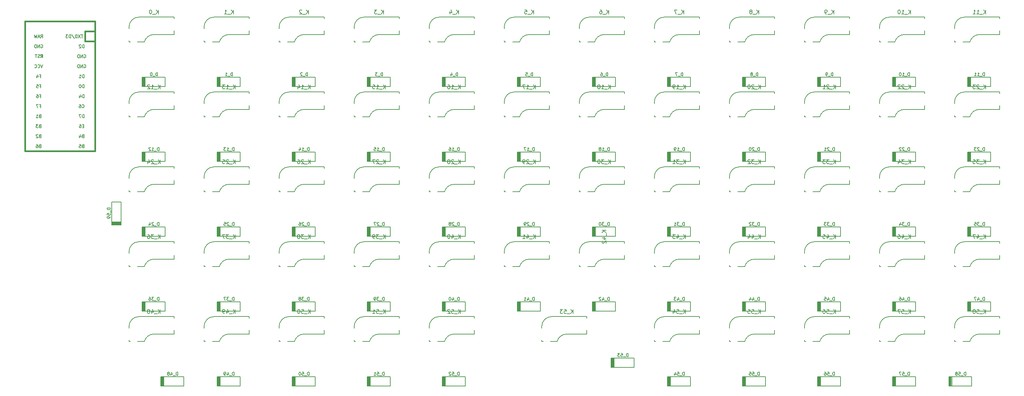
<source format=gbr>
G04 #@! TF.GenerationSoftware,KiCad,Pcbnew,(5.1.9)-1*
G04 #@! TF.CreationDate,2021-06-18T19:30:07-04:00*
G04 #@! TF.ProjectId,Mainpcb,4d61696e-7063-4622-9e6b-696361645f70,rev?*
G04 #@! TF.SameCoordinates,Original*
G04 #@! TF.FileFunction,Legend,Bot*
G04 #@! TF.FilePolarity,Positive*
%FSLAX46Y46*%
G04 Gerber Fmt 4.6, Leading zero omitted, Abs format (unit mm)*
G04 Created by KiCad (PCBNEW (5.1.9)-1) date 2021-06-18 19:30:07*
%MOMM*%
%LPD*%
G01*
G04 APERTURE LIST*
%ADD10C,0.200000*%
%ADD11C,0.150000*%
%ADD12C,0.381000*%
G04 APERTURE END LIST*
D10*
X46444700Y-76095300D02*
X44044700Y-76095300D01*
X46444700Y-76270300D02*
X44044700Y-76270300D01*
X46444700Y-76445300D02*
X44044700Y-76445300D01*
X44044700Y-76845300D02*
X46444700Y-76845300D01*
X46444700Y-76620300D02*
X44044700Y-76620300D01*
X46444700Y-76745300D02*
X44044700Y-76745300D01*
X46444700Y-76820300D02*
X46444700Y-71020300D01*
X46444700Y-71020300D02*
X44044700Y-71020300D01*
X44044700Y-71020300D02*
X44044700Y-76820300D01*
X257287000Y-117883000D02*
X257287000Y-115483000D01*
X257112000Y-117883000D02*
X257112000Y-115483000D01*
X256937000Y-117883000D02*
X256937000Y-115483000D01*
X256537000Y-115483000D02*
X256537000Y-117883000D01*
X256762000Y-117883000D02*
X256762000Y-115483000D01*
X256637000Y-117883000D02*
X256637000Y-115483000D01*
X256562000Y-117883000D02*
X262362000Y-117883000D01*
X262362000Y-117883000D02*
X262362000Y-115483000D01*
X262362000Y-115483000D02*
X256562000Y-115483000D01*
X242999000Y-117884000D02*
X242999000Y-115484000D01*
X242824000Y-117884000D02*
X242824000Y-115484000D01*
X242649000Y-117884000D02*
X242649000Y-115484000D01*
X242249000Y-115484000D02*
X242249000Y-117884000D01*
X242474000Y-117884000D02*
X242474000Y-115484000D01*
X242349000Y-117884000D02*
X242349000Y-115484000D01*
X242274000Y-117884000D02*
X248074000Y-117884000D01*
X248074000Y-117884000D02*
X248074000Y-115484000D01*
X248074000Y-115484000D02*
X242274000Y-115484000D01*
X223949000Y-117883000D02*
X223949000Y-115483000D01*
X223774000Y-117883000D02*
X223774000Y-115483000D01*
X223599000Y-117883000D02*
X223599000Y-115483000D01*
X223199000Y-115483000D02*
X223199000Y-117883000D01*
X223424000Y-117883000D02*
X223424000Y-115483000D01*
X223299000Y-117883000D02*
X223299000Y-115483000D01*
X223224000Y-117883000D02*
X229024000Y-117883000D01*
X229024000Y-117883000D02*
X229024000Y-115483000D01*
X229024000Y-115483000D02*
X223224000Y-115483000D01*
X204898000Y-117884000D02*
X204898000Y-115484000D01*
X204723000Y-117884000D02*
X204723000Y-115484000D01*
X204548000Y-117884000D02*
X204548000Y-115484000D01*
X204148000Y-115484000D02*
X204148000Y-117884000D01*
X204373000Y-117884000D02*
X204373000Y-115484000D01*
X204248000Y-117884000D02*
X204248000Y-115484000D01*
X204173000Y-117884000D02*
X209973000Y-117884000D01*
X209973000Y-117884000D02*
X209973000Y-115484000D01*
X209973000Y-115484000D02*
X204173000Y-115484000D01*
X185848000Y-117883000D02*
X185848000Y-115483000D01*
X185673000Y-117883000D02*
X185673000Y-115483000D01*
X185498000Y-117883000D02*
X185498000Y-115483000D01*
X185098000Y-115483000D02*
X185098000Y-117883000D01*
X185323000Y-117883000D02*
X185323000Y-115483000D01*
X185198000Y-117883000D02*
X185198000Y-115483000D01*
X185123000Y-117883000D02*
X190923000Y-117883000D01*
X190923000Y-117883000D02*
X190923000Y-115483000D01*
X190923000Y-115483000D02*
X185123000Y-115483000D01*
X171560000Y-113121000D02*
X171560000Y-110721000D01*
X171385000Y-113121000D02*
X171385000Y-110721000D01*
X171210000Y-113121000D02*
X171210000Y-110721000D01*
X170810000Y-110721000D02*
X170810000Y-113121000D01*
X171035000Y-113121000D02*
X171035000Y-110721000D01*
X170910000Y-113121000D02*
X170910000Y-110721000D01*
X170835000Y-113121000D02*
X176635000Y-113121000D01*
X176635000Y-113121000D02*
X176635000Y-110721000D01*
X176635000Y-110721000D02*
X170835000Y-110721000D01*
X128697000Y-117884000D02*
X128697000Y-115484000D01*
X128522000Y-117884000D02*
X128522000Y-115484000D01*
X128347000Y-117884000D02*
X128347000Y-115484000D01*
X127947000Y-115484000D02*
X127947000Y-117884000D01*
X128172000Y-117884000D02*
X128172000Y-115484000D01*
X128047000Y-117884000D02*
X128047000Y-115484000D01*
X127972000Y-117884000D02*
X133772000Y-117884000D01*
X133772000Y-117884000D02*
X133772000Y-115484000D01*
X133772000Y-115484000D02*
X127972000Y-115484000D01*
X109646000Y-117883000D02*
X109646000Y-115483000D01*
X109471000Y-117883000D02*
X109471000Y-115483000D01*
X109296000Y-117883000D02*
X109296000Y-115483000D01*
X108896000Y-115483000D02*
X108896000Y-117883000D01*
X109121000Y-117883000D02*
X109121000Y-115483000D01*
X108996000Y-117883000D02*
X108996000Y-115483000D01*
X108921000Y-117883000D02*
X114721000Y-117883000D01*
X114721000Y-117883000D02*
X114721000Y-115483000D01*
X114721000Y-115483000D02*
X108921000Y-115483000D01*
X90595700Y-117884000D02*
X90595700Y-115484000D01*
X90420700Y-117884000D02*
X90420700Y-115484000D01*
X90245700Y-117884000D02*
X90245700Y-115484000D01*
X89845700Y-115484000D02*
X89845700Y-117884000D01*
X90070700Y-117884000D02*
X90070700Y-115484000D01*
X89945700Y-117884000D02*
X89945700Y-115484000D01*
X89870700Y-117884000D02*
X95670700Y-117884000D01*
X95670700Y-117884000D02*
X95670700Y-115484000D01*
X95670700Y-115484000D02*
X89870700Y-115484000D01*
X71545300Y-117883000D02*
X71545300Y-115483000D01*
X71370300Y-117883000D02*
X71370300Y-115483000D01*
X71195300Y-117883000D02*
X71195300Y-115483000D01*
X70795300Y-115483000D02*
X70795300Y-117883000D01*
X71020300Y-117883000D02*
X71020300Y-115483000D01*
X70895300Y-117883000D02*
X70895300Y-115483000D01*
X70820300Y-117883000D02*
X76620300Y-117883000D01*
X76620300Y-117883000D02*
X76620300Y-115483000D01*
X76620300Y-115483000D02*
X70820300Y-115483000D01*
X57257500Y-117884000D02*
X57257500Y-115484000D01*
X57082500Y-117884000D02*
X57082500Y-115484000D01*
X56907500Y-117884000D02*
X56907500Y-115484000D01*
X56507500Y-115484000D02*
X56507500Y-117884000D01*
X56732500Y-117884000D02*
X56732500Y-115484000D01*
X56607500Y-117884000D02*
X56607500Y-115484000D01*
X56532500Y-117884000D02*
X62332500Y-117884000D01*
X62332500Y-117884000D02*
X62332500Y-115484000D01*
X62332500Y-115484000D02*
X56532500Y-115484000D01*
X262049000Y-98833300D02*
X262049000Y-96433300D01*
X261874000Y-98833300D02*
X261874000Y-96433300D01*
X261699000Y-98833300D02*
X261699000Y-96433300D01*
X261299000Y-96433300D02*
X261299000Y-98833300D01*
X261524000Y-98833300D02*
X261524000Y-96433300D01*
X261399000Y-98833300D02*
X261399000Y-96433300D01*
X261324000Y-98833300D02*
X267124000Y-98833300D01*
X267124000Y-98833300D02*
X267124000Y-96433300D01*
X267124000Y-96433300D02*
X261324000Y-96433300D01*
X242999000Y-98833300D02*
X242999000Y-96433300D01*
X242824000Y-98833300D02*
X242824000Y-96433300D01*
X242649000Y-98833300D02*
X242649000Y-96433300D01*
X242249000Y-96433300D02*
X242249000Y-98833300D01*
X242474000Y-98833300D02*
X242474000Y-96433300D01*
X242349000Y-98833300D02*
X242349000Y-96433300D01*
X242274000Y-98833300D02*
X248074000Y-98833300D01*
X248074000Y-98833300D02*
X248074000Y-96433300D01*
X248074000Y-96433300D02*
X242274000Y-96433300D01*
X223949000Y-98833300D02*
X223949000Y-96433300D01*
X223774000Y-98833300D02*
X223774000Y-96433300D01*
X223599000Y-98833300D02*
X223599000Y-96433300D01*
X223199000Y-96433300D02*
X223199000Y-98833300D01*
X223424000Y-98833300D02*
X223424000Y-96433300D01*
X223299000Y-98833300D02*
X223299000Y-96433300D01*
X223224000Y-98833300D02*
X229024000Y-98833300D01*
X229024000Y-98833300D02*
X229024000Y-96433300D01*
X229024000Y-96433300D02*
X223224000Y-96433300D01*
X204898000Y-98833300D02*
X204898000Y-96433300D01*
X204723000Y-98833300D02*
X204723000Y-96433300D01*
X204548000Y-98833300D02*
X204548000Y-96433300D01*
X204148000Y-96433300D02*
X204148000Y-98833300D01*
X204373000Y-98833300D02*
X204373000Y-96433300D01*
X204248000Y-98833300D02*
X204248000Y-96433300D01*
X204173000Y-98833300D02*
X209973000Y-98833300D01*
X209973000Y-98833300D02*
X209973000Y-96433300D01*
X209973000Y-96433300D02*
X204173000Y-96433300D01*
X185848000Y-98833300D02*
X185848000Y-96433300D01*
X185673000Y-98833300D02*
X185673000Y-96433300D01*
X185498000Y-98833300D02*
X185498000Y-96433300D01*
X185098000Y-96433300D02*
X185098000Y-98833300D01*
X185323000Y-98833300D02*
X185323000Y-96433300D01*
X185198000Y-98833300D02*
X185198000Y-96433300D01*
X185123000Y-98833300D02*
X190923000Y-98833300D01*
X190923000Y-98833300D02*
X190923000Y-96433300D01*
X190923000Y-96433300D02*
X185123000Y-96433300D01*
X166797000Y-98833300D02*
X166797000Y-96433300D01*
X166622000Y-98833300D02*
X166622000Y-96433300D01*
X166447000Y-98833300D02*
X166447000Y-96433300D01*
X166047000Y-96433300D02*
X166047000Y-98833300D01*
X166272000Y-98833300D02*
X166272000Y-96433300D01*
X166147000Y-98833300D02*
X166147000Y-96433300D01*
X166072000Y-98833300D02*
X171872000Y-98833300D01*
X171872000Y-98833300D02*
X171872000Y-96433300D01*
X171872000Y-96433300D02*
X166072000Y-96433300D01*
X147747000Y-98833300D02*
X147747000Y-96433300D01*
X147572000Y-98833300D02*
X147572000Y-96433300D01*
X147397000Y-98833300D02*
X147397000Y-96433300D01*
X146997000Y-96433300D02*
X146997000Y-98833300D01*
X147222000Y-98833300D02*
X147222000Y-96433300D01*
X147097000Y-98833300D02*
X147097000Y-96433300D01*
X147022000Y-98833300D02*
X152822000Y-98833300D01*
X152822000Y-98833300D02*
X152822000Y-96433300D01*
X152822000Y-96433300D02*
X147022000Y-96433300D01*
X128697000Y-98833300D02*
X128697000Y-96433300D01*
X128522000Y-98833300D02*
X128522000Y-96433300D01*
X128347000Y-98833300D02*
X128347000Y-96433300D01*
X127947000Y-96433300D02*
X127947000Y-98833300D01*
X128172000Y-98833300D02*
X128172000Y-96433300D01*
X128047000Y-98833300D02*
X128047000Y-96433300D01*
X127972000Y-98833300D02*
X133772000Y-98833300D01*
X133772000Y-98833300D02*
X133772000Y-96433300D01*
X133772000Y-96433300D02*
X127972000Y-96433300D01*
X109646000Y-98833300D02*
X109646000Y-96433300D01*
X109471000Y-98833300D02*
X109471000Y-96433300D01*
X109296000Y-98833300D02*
X109296000Y-96433300D01*
X108896000Y-96433300D02*
X108896000Y-98833300D01*
X109121000Y-98833300D02*
X109121000Y-96433300D01*
X108996000Y-98833300D02*
X108996000Y-96433300D01*
X108921000Y-98833300D02*
X114721000Y-98833300D01*
X114721000Y-98833300D02*
X114721000Y-96433300D01*
X114721000Y-96433300D02*
X108921000Y-96433300D01*
X90595700Y-98833300D02*
X90595700Y-96433300D01*
X90420700Y-98833300D02*
X90420700Y-96433300D01*
X90245700Y-98833300D02*
X90245700Y-96433300D01*
X89845700Y-96433300D02*
X89845700Y-98833300D01*
X90070700Y-98833300D02*
X90070700Y-96433300D01*
X89945700Y-98833300D02*
X89945700Y-96433300D01*
X89870700Y-98833300D02*
X95670700Y-98833300D01*
X95670700Y-98833300D02*
X95670700Y-96433300D01*
X95670700Y-96433300D02*
X89870700Y-96433300D01*
X71545300Y-98833300D02*
X71545300Y-96433300D01*
X71370300Y-98833300D02*
X71370300Y-96433300D01*
X71195300Y-98833300D02*
X71195300Y-96433300D01*
X70795300Y-96433300D02*
X70795300Y-98833300D01*
X71020300Y-98833300D02*
X71020300Y-96433300D01*
X70895300Y-98833300D02*
X70895300Y-96433300D01*
X70820300Y-98833300D02*
X76620300Y-98833300D01*
X76620300Y-98833300D02*
X76620300Y-96433300D01*
X76620300Y-96433300D02*
X70820300Y-96433300D01*
X52494900Y-98833300D02*
X52494900Y-96433300D01*
X52319900Y-98833300D02*
X52319900Y-96433300D01*
X52144900Y-98833300D02*
X52144900Y-96433300D01*
X51744900Y-96433300D02*
X51744900Y-98833300D01*
X51969900Y-98833300D02*
X51969900Y-96433300D01*
X51844900Y-98833300D02*
X51844900Y-96433300D01*
X51769900Y-98833300D02*
X57569900Y-98833300D01*
X57569900Y-98833300D02*
X57569900Y-96433300D01*
X57569900Y-96433300D02*
X51769900Y-96433300D01*
X262049000Y-79782900D02*
X262049000Y-77382900D01*
X261874000Y-79782900D02*
X261874000Y-77382900D01*
X261699000Y-79782900D02*
X261699000Y-77382900D01*
X261299000Y-77382900D02*
X261299000Y-79782900D01*
X261524000Y-79782900D02*
X261524000Y-77382900D01*
X261399000Y-79782900D02*
X261399000Y-77382900D01*
X261324000Y-79782900D02*
X267124000Y-79782900D01*
X267124000Y-79782900D02*
X267124000Y-77382900D01*
X267124000Y-77382900D02*
X261324000Y-77382900D01*
X242999000Y-79782900D02*
X242999000Y-77382900D01*
X242824000Y-79782900D02*
X242824000Y-77382900D01*
X242649000Y-79782900D02*
X242649000Y-77382900D01*
X242249000Y-77382900D02*
X242249000Y-79782900D01*
X242474000Y-79782900D02*
X242474000Y-77382900D01*
X242349000Y-79782900D02*
X242349000Y-77382900D01*
X242274000Y-79782900D02*
X248074000Y-79782900D01*
X248074000Y-79782900D02*
X248074000Y-77382900D01*
X248074000Y-77382900D02*
X242274000Y-77382900D01*
X223949000Y-79782900D02*
X223949000Y-77382900D01*
X223774000Y-79782900D02*
X223774000Y-77382900D01*
X223599000Y-79782900D02*
X223599000Y-77382900D01*
X223199000Y-77382900D02*
X223199000Y-79782900D01*
X223424000Y-79782900D02*
X223424000Y-77382900D01*
X223299000Y-79782900D02*
X223299000Y-77382900D01*
X223224000Y-79782900D02*
X229024000Y-79782900D01*
X229024000Y-79782900D02*
X229024000Y-77382900D01*
X229024000Y-77382900D02*
X223224000Y-77382900D01*
X204898000Y-79782900D02*
X204898000Y-77382900D01*
X204723000Y-79782900D02*
X204723000Y-77382900D01*
X204548000Y-79782900D02*
X204548000Y-77382900D01*
X204148000Y-77382900D02*
X204148000Y-79782900D01*
X204373000Y-79782900D02*
X204373000Y-77382900D01*
X204248000Y-79782900D02*
X204248000Y-77382900D01*
X204173000Y-79782900D02*
X209973000Y-79782900D01*
X209973000Y-79782900D02*
X209973000Y-77382900D01*
X209973000Y-77382900D02*
X204173000Y-77382900D01*
X185848000Y-79782900D02*
X185848000Y-77382900D01*
X185673000Y-79782900D02*
X185673000Y-77382900D01*
X185498000Y-79782900D02*
X185498000Y-77382900D01*
X185098000Y-77382900D02*
X185098000Y-79782900D01*
X185323000Y-79782900D02*
X185323000Y-77382900D01*
X185198000Y-79782900D02*
X185198000Y-77382900D01*
X185123000Y-79782900D02*
X190923000Y-79782900D01*
X190923000Y-79782900D02*
X190923000Y-77382900D01*
X190923000Y-77382900D02*
X185123000Y-77382900D01*
X166797000Y-79782900D02*
X166797000Y-77382900D01*
X166622000Y-79782900D02*
X166622000Y-77382900D01*
X166447000Y-79782900D02*
X166447000Y-77382900D01*
X166047000Y-77382900D02*
X166047000Y-79782900D01*
X166272000Y-79782900D02*
X166272000Y-77382900D01*
X166147000Y-79782900D02*
X166147000Y-77382900D01*
X166072000Y-79782900D02*
X171872000Y-79782900D01*
X171872000Y-79782900D02*
X171872000Y-77382900D01*
X171872000Y-77382900D02*
X166072000Y-77382900D01*
X147747000Y-79782900D02*
X147747000Y-77382900D01*
X147572000Y-79782900D02*
X147572000Y-77382900D01*
X147397000Y-79782900D02*
X147397000Y-77382900D01*
X146997000Y-77382900D02*
X146997000Y-79782900D01*
X147222000Y-79782900D02*
X147222000Y-77382900D01*
X147097000Y-79782900D02*
X147097000Y-77382900D01*
X147022000Y-79782900D02*
X152822000Y-79782900D01*
X152822000Y-79782900D02*
X152822000Y-77382900D01*
X152822000Y-77382900D02*
X147022000Y-77382900D01*
X128697000Y-79782900D02*
X128697000Y-77382900D01*
X128522000Y-79782900D02*
X128522000Y-77382900D01*
X128347000Y-79782900D02*
X128347000Y-77382900D01*
X127947000Y-77382900D02*
X127947000Y-79782900D01*
X128172000Y-79782900D02*
X128172000Y-77382900D01*
X128047000Y-79782900D02*
X128047000Y-77382900D01*
X127972000Y-79782900D02*
X133772000Y-79782900D01*
X133772000Y-79782900D02*
X133772000Y-77382900D01*
X133772000Y-77382900D02*
X127972000Y-77382900D01*
X109646000Y-79782900D02*
X109646000Y-77382900D01*
X109471000Y-79782900D02*
X109471000Y-77382900D01*
X109296000Y-79782900D02*
X109296000Y-77382900D01*
X108896000Y-77382900D02*
X108896000Y-79782900D01*
X109121000Y-79782900D02*
X109121000Y-77382900D01*
X108996000Y-79782900D02*
X108996000Y-77382900D01*
X108921000Y-79782900D02*
X114721000Y-79782900D01*
X114721000Y-79782900D02*
X114721000Y-77382900D01*
X114721000Y-77382900D02*
X108921000Y-77382900D01*
X90595700Y-79782900D02*
X90595700Y-77382900D01*
X90420700Y-79782900D02*
X90420700Y-77382900D01*
X90245700Y-79782900D02*
X90245700Y-77382900D01*
X89845700Y-77382900D02*
X89845700Y-79782900D01*
X90070700Y-79782900D02*
X90070700Y-77382900D01*
X89945700Y-79782900D02*
X89945700Y-77382900D01*
X89870700Y-79782900D02*
X95670700Y-79782900D01*
X95670700Y-79782900D02*
X95670700Y-77382900D01*
X95670700Y-77382900D02*
X89870700Y-77382900D01*
X71545300Y-79782900D02*
X71545300Y-77382900D01*
X71370300Y-79782900D02*
X71370300Y-77382900D01*
X71195300Y-79782900D02*
X71195300Y-77382900D01*
X70795300Y-77382900D02*
X70795300Y-79782900D01*
X71020300Y-79782900D02*
X71020300Y-77382900D01*
X70895300Y-79782900D02*
X70895300Y-77382900D01*
X70820300Y-79782900D02*
X76620300Y-79782900D01*
X76620300Y-79782900D02*
X76620300Y-77382900D01*
X76620300Y-77382900D02*
X70820300Y-77382900D01*
X52494900Y-79782900D02*
X52494900Y-77382900D01*
X52319900Y-79782900D02*
X52319900Y-77382900D01*
X52144900Y-79782900D02*
X52144900Y-77382900D01*
X51744900Y-77382900D02*
X51744900Y-79782900D01*
X51969900Y-79782900D02*
X51969900Y-77382900D01*
X51844900Y-79782900D02*
X51844900Y-77382900D01*
X51769900Y-79782900D02*
X57569900Y-79782900D01*
X57569900Y-79782900D02*
X57569900Y-77382900D01*
X57569900Y-77382900D02*
X51769900Y-77382900D01*
X262049000Y-60732500D02*
X262049000Y-58332500D01*
X261874000Y-60732500D02*
X261874000Y-58332500D01*
X261699000Y-60732500D02*
X261699000Y-58332500D01*
X261299000Y-58332500D02*
X261299000Y-60732500D01*
X261524000Y-60732500D02*
X261524000Y-58332500D01*
X261399000Y-60732500D02*
X261399000Y-58332500D01*
X261324000Y-60732500D02*
X267124000Y-60732500D01*
X267124000Y-60732500D02*
X267124000Y-58332500D01*
X267124000Y-58332500D02*
X261324000Y-58332500D01*
X248074000Y-58332500D02*
X242274000Y-58332500D01*
X248074000Y-60732500D02*
X248074000Y-58332500D01*
X242274000Y-60732500D02*
X248074000Y-60732500D01*
X242349000Y-60732500D02*
X242349000Y-58332500D01*
X242474000Y-60732500D02*
X242474000Y-58332500D01*
X242249000Y-58332500D02*
X242249000Y-60732500D01*
X242649000Y-60732500D02*
X242649000Y-58332500D01*
X242824000Y-60732500D02*
X242824000Y-58332500D01*
X242999000Y-60732500D02*
X242999000Y-58332500D01*
X223949000Y-60732500D02*
X223949000Y-58332500D01*
X223774000Y-60732500D02*
X223774000Y-58332500D01*
X223599000Y-60732500D02*
X223599000Y-58332500D01*
X223199000Y-58332500D02*
X223199000Y-60732500D01*
X223424000Y-60732500D02*
X223424000Y-58332500D01*
X223299000Y-60732500D02*
X223299000Y-58332500D01*
X223224000Y-60732500D02*
X229024000Y-60732500D01*
X229024000Y-60732500D02*
X229024000Y-58332500D01*
X229024000Y-58332500D02*
X223224000Y-58332500D01*
X204898000Y-60732500D02*
X204898000Y-58332500D01*
X204723000Y-60732500D02*
X204723000Y-58332500D01*
X204548000Y-60732500D02*
X204548000Y-58332500D01*
X204148000Y-58332500D02*
X204148000Y-60732500D01*
X204373000Y-60732500D02*
X204373000Y-58332500D01*
X204248000Y-60732500D02*
X204248000Y-58332500D01*
X204173000Y-60732500D02*
X209973000Y-60732500D01*
X209973000Y-60732500D02*
X209973000Y-58332500D01*
X209973000Y-58332500D02*
X204173000Y-58332500D01*
X185848000Y-60732500D02*
X185848000Y-58332500D01*
X185673000Y-60732500D02*
X185673000Y-58332500D01*
X185498000Y-60732500D02*
X185498000Y-58332500D01*
X185098000Y-58332500D02*
X185098000Y-60732500D01*
X185323000Y-60732500D02*
X185323000Y-58332500D01*
X185198000Y-60732500D02*
X185198000Y-58332500D01*
X185123000Y-60732500D02*
X190923000Y-60732500D01*
X190923000Y-60732500D02*
X190923000Y-58332500D01*
X190923000Y-58332500D02*
X185123000Y-58332500D01*
X166797000Y-60732500D02*
X166797000Y-58332500D01*
X166622000Y-60732500D02*
X166622000Y-58332500D01*
X166447000Y-60732500D02*
X166447000Y-58332500D01*
X166047000Y-58332500D02*
X166047000Y-60732500D01*
X166272000Y-60732500D02*
X166272000Y-58332500D01*
X166147000Y-60732500D02*
X166147000Y-58332500D01*
X166072000Y-60732500D02*
X171872000Y-60732500D01*
X171872000Y-60732500D02*
X171872000Y-58332500D01*
X171872000Y-58332500D02*
X166072000Y-58332500D01*
X147747000Y-60732500D02*
X147747000Y-58332500D01*
X147572000Y-60732500D02*
X147572000Y-58332500D01*
X147397000Y-60732500D02*
X147397000Y-58332500D01*
X146997000Y-58332500D02*
X146997000Y-60732500D01*
X147222000Y-60732500D02*
X147222000Y-58332500D01*
X147097000Y-60732500D02*
X147097000Y-58332500D01*
X147022000Y-60732500D02*
X152822000Y-60732500D01*
X152822000Y-60732500D02*
X152822000Y-58332500D01*
X152822000Y-58332500D02*
X147022000Y-58332500D01*
X128697000Y-60732500D02*
X128697000Y-58332500D01*
X128522000Y-60732500D02*
X128522000Y-58332500D01*
X128347000Y-60732500D02*
X128347000Y-58332500D01*
X127947000Y-58332500D02*
X127947000Y-60732500D01*
X128172000Y-60732500D02*
X128172000Y-58332500D01*
X128047000Y-60732500D02*
X128047000Y-58332500D01*
X127972000Y-60732500D02*
X133772000Y-60732500D01*
X133772000Y-60732500D02*
X133772000Y-58332500D01*
X133772000Y-58332500D02*
X127972000Y-58332500D01*
X109646000Y-60732500D02*
X109646000Y-58332500D01*
X109471000Y-60732500D02*
X109471000Y-58332500D01*
X109296000Y-60732500D02*
X109296000Y-58332500D01*
X108896000Y-58332500D02*
X108896000Y-60732500D01*
X109121000Y-60732500D02*
X109121000Y-58332500D01*
X108996000Y-60732500D02*
X108996000Y-58332500D01*
X108921000Y-60732500D02*
X114721000Y-60732500D01*
X114721000Y-60732500D02*
X114721000Y-58332500D01*
X114721000Y-58332500D02*
X108921000Y-58332500D01*
X90595700Y-60732500D02*
X90595700Y-58332500D01*
X90420700Y-60732500D02*
X90420700Y-58332500D01*
X90245700Y-60732500D02*
X90245700Y-58332500D01*
X89845700Y-58332500D02*
X89845700Y-60732500D01*
X90070700Y-60732500D02*
X90070700Y-58332500D01*
X89945700Y-60732500D02*
X89945700Y-58332500D01*
X89870700Y-60732500D02*
X95670700Y-60732500D01*
X95670700Y-60732500D02*
X95670700Y-58332500D01*
X95670700Y-58332500D02*
X89870700Y-58332500D01*
X71545300Y-60732500D02*
X71545300Y-58332500D01*
X71370300Y-60732500D02*
X71370300Y-58332500D01*
X71195300Y-60732500D02*
X71195300Y-58332500D01*
X70795300Y-58332500D02*
X70795300Y-60732500D01*
X71020300Y-60732500D02*
X71020300Y-58332500D01*
X70895300Y-60732500D02*
X70895300Y-58332500D01*
X70820300Y-60732500D02*
X76620300Y-60732500D01*
X76620300Y-60732500D02*
X76620300Y-58332500D01*
X76620300Y-58332500D02*
X70820300Y-58332500D01*
X52494900Y-60732500D02*
X52494900Y-58332500D01*
X52319900Y-60732500D02*
X52319900Y-58332500D01*
X52144900Y-60732500D02*
X52144900Y-58332500D01*
X51744900Y-58332500D02*
X51744900Y-60732500D01*
X51969900Y-60732500D02*
X51969900Y-58332500D01*
X51844900Y-60732500D02*
X51844900Y-58332500D01*
X51769900Y-60732500D02*
X57569900Y-60732500D01*
X57569900Y-60732500D02*
X57569900Y-58332500D01*
X57569900Y-58332500D02*
X51769900Y-58332500D01*
X262049000Y-41682100D02*
X262049000Y-39282100D01*
X261874000Y-41682100D02*
X261874000Y-39282100D01*
X261699000Y-41682100D02*
X261699000Y-39282100D01*
X261299000Y-39282100D02*
X261299000Y-41682100D01*
X261524000Y-41682100D02*
X261524000Y-39282100D01*
X261399000Y-41682100D02*
X261399000Y-39282100D01*
X261324000Y-41682100D02*
X267124000Y-41682100D01*
X267124000Y-41682100D02*
X267124000Y-39282100D01*
X267124000Y-39282100D02*
X261324000Y-39282100D01*
X242999000Y-41682100D02*
X242999000Y-39282100D01*
X242824000Y-41682100D02*
X242824000Y-39282100D01*
X242649000Y-41682100D02*
X242649000Y-39282100D01*
X242249000Y-39282100D02*
X242249000Y-41682100D01*
X242474000Y-41682100D02*
X242474000Y-39282100D01*
X242349000Y-41682100D02*
X242349000Y-39282100D01*
X242274000Y-41682100D02*
X248074000Y-41682100D01*
X248074000Y-41682100D02*
X248074000Y-39282100D01*
X248074000Y-39282100D02*
X242274000Y-39282100D01*
X223949000Y-41682100D02*
X223949000Y-39282100D01*
X223774000Y-41682100D02*
X223774000Y-39282100D01*
X223599000Y-41682100D02*
X223599000Y-39282100D01*
X223199000Y-39282100D02*
X223199000Y-41682100D01*
X223424000Y-41682100D02*
X223424000Y-39282100D01*
X223299000Y-41682100D02*
X223299000Y-39282100D01*
X223224000Y-41682100D02*
X229024000Y-41682100D01*
X229024000Y-41682100D02*
X229024000Y-39282100D01*
X229024000Y-39282100D02*
X223224000Y-39282100D01*
X204898000Y-41682100D02*
X204898000Y-39282100D01*
X204723000Y-41682100D02*
X204723000Y-39282100D01*
X204548000Y-41682100D02*
X204548000Y-39282100D01*
X204148000Y-39282100D02*
X204148000Y-41682100D01*
X204373000Y-41682100D02*
X204373000Y-39282100D01*
X204248000Y-41682100D02*
X204248000Y-39282100D01*
X204173000Y-41682100D02*
X209973000Y-41682100D01*
X209973000Y-41682100D02*
X209973000Y-39282100D01*
X209973000Y-39282100D02*
X204173000Y-39282100D01*
X185848000Y-41682100D02*
X185848000Y-39282100D01*
X185673000Y-41682100D02*
X185673000Y-39282100D01*
X185498000Y-41682100D02*
X185498000Y-39282100D01*
X185098000Y-39282100D02*
X185098000Y-41682100D01*
X185323000Y-41682100D02*
X185323000Y-39282100D01*
X185198000Y-41682100D02*
X185198000Y-39282100D01*
X185123000Y-41682100D02*
X190923000Y-41682100D01*
X190923000Y-41682100D02*
X190923000Y-39282100D01*
X190923000Y-39282100D02*
X185123000Y-39282100D01*
X166797000Y-41682100D02*
X166797000Y-39282100D01*
X166622000Y-41682100D02*
X166622000Y-39282100D01*
X166447000Y-41682100D02*
X166447000Y-39282100D01*
X166047000Y-39282100D02*
X166047000Y-41682100D01*
X166272000Y-41682100D02*
X166272000Y-39282100D01*
X166147000Y-41682100D02*
X166147000Y-39282100D01*
X166072000Y-41682100D02*
X171872000Y-41682100D01*
X171872000Y-41682100D02*
X171872000Y-39282100D01*
X171872000Y-39282100D02*
X166072000Y-39282100D01*
X147747000Y-41682100D02*
X147747000Y-39282100D01*
X147572000Y-41682100D02*
X147572000Y-39282100D01*
X147397000Y-41682100D02*
X147397000Y-39282100D01*
X146997000Y-39282100D02*
X146997000Y-41682100D01*
X147222000Y-41682100D02*
X147222000Y-39282100D01*
X147097000Y-41682100D02*
X147097000Y-39282100D01*
X147022000Y-41682100D02*
X152822000Y-41682100D01*
X152822000Y-41682100D02*
X152822000Y-39282100D01*
X152822000Y-39282100D02*
X147022000Y-39282100D01*
X128697000Y-41682100D02*
X128697000Y-39282100D01*
X128522000Y-41682100D02*
X128522000Y-39282100D01*
X128347000Y-41682100D02*
X128347000Y-39282100D01*
X127947000Y-39282100D02*
X127947000Y-41682100D01*
X128172000Y-41682100D02*
X128172000Y-39282100D01*
X128047000Y-41682100D02*
X128047000Y-39282100D01*
X127972000Y-41682100D02*
X133772000Y-41682100D01*
X133772000Y-41682100D02*
X133772000Y-39282100D01*
X133772000Y-39282100D02*
X127972000Y-39282100D01*
X109646000Y-41682100D02*
X109646000Y-39282100D01*
X109471000Y-41682100D02*
X109471000Y-39282100D01*
X109296000Y-41682100D02*
X109296000Y-39282100D01*
X108896000Y-39282100D02*
X108896000Y-41682100D01*
X109121000Y-41682100D02*
X109121000Y-39282100D01*
X108996000Y-41682100D02*
X108996000Y-39282100D01*
X108921000Y-41682100D02*
X114721000Y-41682100D01*
X114721000Y-41682100D02*
X114721000Y-39282100D01*
X114721000Y-39282100D02*
X108921000Y-39282100D01*
X90595700Y-41682100D02*
X90595700Y-39282100D01*
X90420700Y-41682100D02*
X90420700Y-39282100D01*
X90245700Y-41682100D02*
X90245700Y-39282100D01*
X89845700Y-39282100D02*
X89845700Y-41682100D01*
X90070700Y-41682100D02*
X90070700Y-39282100D01*
X89945700Y-41682100D02*
X89945700Y-39282100D01*
X89870700Y-41682100D02*
X95670700Y-41682100D01*
X95670700Y-41682100D02*
X95670700Y-39282100D01*
X95670700Y-39282100D02*
X89870700Y-39282100D01*
X71545300Y-41682100D02*
X71545300Y-39282100D01*
X71370300Y-41682100D02*
X71370300Y-39282100D01*
X71195300Y-41682100D02*
X71195300Y-39282100D01*
X70795300Y-39282100D02*
X70795300Y-41682100D01*
X71020300Y-41682100D02*
X71020300Y-39282100D01*
X70895300Y-41682100D02*
X70895300Y-39282100D01*
X70820300Y-41682100D02*
X76620300Y-41682100D01*
X76620300Y-41682100D02*
X76620300Y-39282100D01*
X76620300Y-39282100D02*
X70820300Y-39282100D01*
X52494900Y-41682100D02*
X52494900Y-39282100D01*
X52319900Y-41682100D02*
X52319900Y-39282100D01*
X52144900Y-41682100D02*
X52144900Y-39282100D01*
X51744900Y-39282100D02*
X51744900Y-41682100D01*
X51969900Y-41682100D02*
X51969900Y-39282100D01*
X51844900Y-41682100D02*
X51844900Y-39282100D01*
X51769900Y-41682100D02*
X57569900Y-41682100D01*
X57569900Y-41682100D02*
X57569900Y-39282100D01*
X57569900Y-39282100D02*
X51769900Y-39282100D01*
D11*
X257970000Y-106141000D02*
X257970000Y-106522000D01*
X269400000Y-103601000D02*
X269400000Y-104617000D01*
X269400000Y-104617000D02*
X264320000Y-104617000D01*
X261855838Y-106522000D02*
X260129000Y-106522000D01*
X258351000Y-106522000D02*
X257970000Y-106522000D01*
X257970000Y-102712000D02*
X257970000Y-103093000D01*
X260510000Y-100172000D02*
X269400000Y-100172000D01*
X269400000Y-100172000D02*
X269400000Y-100553000D01*
X257970000Y-102712000D02*
G75*
G02*
X260510000Y-100172000I2540000J0D01*
G01*
X261855838Y-106540960D02*
G75*
G02*
X264320000Y-104617000I2464162J-616040D01*
G01*
X238920000Y-106141000D02*
X238920000Y-106522000D01*
X250350000Y-103601000D02*
X250350000Y-104617000D01*
X250350000Y-104617000D02*
X245270000Y-104617000D01*
X242805838Y-106522000D02*
X241079000Y-106522000D01*
X239301000Y-106522000D02*
X238920000Y-106522000D01*
X238920000Y-102712000D02*
X238920000Y-103093000D01*
X241460000Y-100172000D02*
X250350000Y-100172000D01*
X250350000Y-100172000D02*
X250350000Y-100553000D01*
X238920000Y-102712000D02*
G75*
G02*
X241460000Y-100172000I2540000J0D01*
G01*
X242805838Y-106540960D02*
G75*
G02*
X245270000Y-104617000I2464162J-616040D01*
G01*
X219870000Y-106141000D02*
X219870000Y-106522000D01*
X231300000Y-103601000D02*
X231300000Y-104617000D01*
X231300000Y-104617000D02*
X226220000Y-104617000D01*
X223755838Y-106522000D02*
X222029000Y-106522000D01*
X220251000Y-106522000D02*
X219870000Y-106522000D01*
X219870000Y-102712000D02*
X219870000Y-103093000D01*
X222410000Y-100172000D02*
X231300000Y-100172000D01*
X231300000Y-100172000D02*
X231300000Y-100553000D01*
X219870000Y-102712000D02*
G75*
G02*
X222410000Y-100172000I2540000J0D01*
G01*
X223755838Y-106540960D02*
G75*
G02*
X226220000Y-104617000I2464162J-616040D01*
G01*
X200820000Y-106141000D02*
X200820000Y-106522000D01*
X212250000Y-103601000D02*
X212250000Y-104617000D01*
X212250000Y-104617000D02*
X207170000Y-104617000D01*
X204705838Y-106522000D02*
X202979000Y-106522000D01*
X201201000Y-106522000D02*
X200820000Y-106522000D01*
X200820000Y-102712000D02*
X200820000Y-103093000D01*
X203360000Y-100172000D02*
X212250000Y-100172000D01*
X212250000Y-100172000D02*
X212250000Y-100553000D01*
X200820000Y-102712000D02*
G75*
G02*
X203360000Y-100172000I2540000J0D01*
G01*
X204705838Y-106540960D02*
G75*
G02*
X207170000Y-104617000I2464162J-616040D01*
G01*
X181770000Y-106141000D02*
X181770000Y-106522000D01*
X193200000Y-103601000D02*
X193200000Y-104617000D01*
X193200000Y-104617000D02*
X188120000Y-104617000D01*
X185655838Y-106522000D02*
X183929000Y-106522000D01*
X182151000Y-106522000D02*
X181770000Y-106522000D01*
X181770000Y-102712000D02*
X181770000Y-103093000D01*
X184310000Y-100172000D02*
X193200000Y-100172000D01*
X193200000Y-100172000D02*
X193200000Y-100553000D01*
X181770000Y-102712000D02*
G75*
G02*
X184310000Y-100172000I2540000J0D01*
G01*
X185655838Y-106540960D02*
G75*
G02*
X188120000Y-104617000I2464162J-616040D01*
G01*
X153195000Y-106141000D02*
X153195000Y-106522000D01*
X164625000Y-103601000D02*
X164625000Y-104617000D01*
X164625000Y-104617000D02*
X159545000Y-104617000D01*
X157080838Y-106522000D02*
X155354000Y-106522000D01*
X153576000Y-106522000D02*
X153195000Y-106522000D01*
X153195000Y-102712000D02*
X153195000Y-103093000D01*
X155735000Y-100172000D02*
X164625000Y-100172000D01*
X164625000Y-100172000D02*
X164625000Y-100553000D01*
X153195000Y-102712000D02*
G75*
G02*
X155735000Y-100172000I2540000J0D01*
G01*
X157080838Y-106540960D02*
G75*
G02*
X159545000Y-104617000I2464162J-616040D01*
G01*
X124620000Y-106141000D02*
X124620000Y-106522000D01*
X136050000Y-103601000D02*
X136050000Y-104617000D01*
X136050000Y-104617000D02*
X130970000Y-104617000D01*
X128505838Y-106522000D02*
X126779000Y-106522000D01*
X125001000Y-106522000D02*
X124620000Y-106522000D01*
X124620000Y-102712000D02*
X124620000Y-103093000D01*
X127160000Y-100172000D02*
X136050000Y-100172000D01*
X136050000Y-100172000D02*
X136050000Y-100553000D01*
X124620000Y-102712000D02*
G75*
G02*
X127160000Y-100172000I2540000J0D01*
G01*
X128505838Y-106540960D02*
G75*
G02*
X130970000Y-104617000I2464162J-616040D01*
G01*
X105570000Y-106141000D02*
X105570000Y-106522000D01*
X117000000Y-103601000D02*
X117000000Y-104617000D01*
X117000000Y-104617000D02*
X111920000Y-104617000D01*
X109455838Y-106522000D02*
X107729000Y-106522000D01*
X105951000Y-106522000D02*
X105570000Y-106522000D01*
X105570000Y-102712000D02*
X105570000Y-103093000D01*
X108110000Y-100172000D02*
X117000000Y-100172000D01*
X117000000Y-100172000D02*
X117000000Y-100553000D01*
X105570000Y-102712000D02*
G75*
G02*
X108110000Y-100172000I2540000J0D01*
G01*
X109455838Y-106540960D02*
G75*
G02*
X111920000Y-104617000I2464162J-616040D01*
G01*
X86519700Y-106141000D02*
X86519700Y-106522000D01*
X97949700Y-103601000D02*
X97949700Y-104617000D01*
X97949700Y-104617000D02*
X92869700Y-104617000D01*
X90405538Y-106522000D02*
X88678700Y-106522000D01*
X86900700Y-106522000D02*
X86519700Y-106522000D01*
X86519700Y-102712000D02*
X86519700Y-103093000D01*
X89059700Y-100172000D02*
X97949700Y-100172000D01*
X97949700Y-100172000D02*
X97949700Y-100553000D01*
X86519700Y-102712000D02*
G75*
G02*
X89059700Y-100172000I2540000J0D01*
G01*
X90405538Y-106540960D02*
G75*
G02*
X92869700Y-104617000I2464162J-616040D01*
G01*
X67469700Y-106141000D02*
X67469700Y-106522000D01*
X78899700Y-103601000D02*
X78899700Y-104617000D01*
X78899700Y-104617000D02*
X73819700Y-104617000D01*
X71355538Y-106522000D02*
X69628700Y-106522000D01*
X67850700Y-106522000D02*
X67469700Y-106522000D01*
X67469700Y-102712000D02*
X67469700Y-103093000D01*
X70009700Y-100172000D02*
X78899700Y-100172000D01*
X78899700Y-100172000D02*
X78899700Y-100553000D01*
X67469700Y-102712000D02*
G75*
G02*
X70009700Y-100172000I2540000J0D01*
G01*
X71355538Y-106540960D02*
G75*
G02*
X73819700Y-104617000I2464162J-616040D01*
G01*
X48419700Y-106141000D02*
X48419700Y-106522000D01*
X59849700Y-103601000D02*
X59849700Y-104617000D01*
X59849700Y-104617000D02*
X54769700Y-104617000D01*
X52305538Y-106522000D02*
X50578700Y-106522000D01*
X48800700Y-106522000D02*
X48419700Y-106522000D01*
X48419700Y-102712000D02*
X48419700Y-103093000D01*
X50959700Y-100172000D02*
X59849700Y-100172000D01*
X59849700Y-100172000D02*
X59849700Y-100553000D01*
X48419700Y-102712000D02*
G75*
G02*
X50959700Y-100172000I2540000J0D01*
G01*
X52305538Y-106540960D02*
G75*
G02*
X54769700Y-104617000I2464162J-616040D01*
G01*
X257970000Y-87090700D02*
X257970000Y-87471700D01*
X269400000Y-84550700D02*
X269400000Y-85566700D01*
X269400000Y-85566700D02*
X264320000Y-85566700D01*
X261855838Y-87471700D02*
X260129000Y-87471700D01*
X258351000Y-87471700D02*
X257970000Y-87471700D01*
X257970000Y-83661700D02*
X257970000Y-84042700D01*
X260510000Y-81121700D02*
X269400000Y-81121700D01*
X269400000Y-81121700D02*
X269400000Y-81502700D01*
X257970000Y-83661700D02*
G75*
G02*
X260510000Y-81121700I2540000J0D01*
G01*
X261855838Y-87490660D02*
G75*
G02*
X264320000Y-85566700I2464162J-616040D01*
G01*
X238920000Y-87090700D02*
X238920000Y-87471700D01*
X250350000Y-84550700D02*
X250350000Y-85566700D01*
X250350000Y-85566700D02*
X245270000Y-85566700D01*
X242805838Y-87471700D02*
X241079000Y-87471700D01*
X239301000Y-87471700D02*
X238920000Y-87471700D01*
X238920000Y-83661700D02*
X238920000Y-84042700D01*
X241460000Y-81121700D02*
X250350000Y-81121700D01*
X250350000Y-81121700D02*
X250350000Y-81502700D01*
X238920000Y-83661700D02*
G75*
G02*
X241460000Y-81121700I2540000J0D01*
G01*
X242805838Y-87490660D02*
G75*
G02*
X245270000Y-85566700I2464162J-616040D01*
G01*
X219870000Y-87090700D02*
X219870000Y-87471700D01*
X231300000Y-84550700D02*
X231300000Y-85566700D01*
X231300000Y-85566700D02*
X226220000Y-85566700D01*
X223755838Y-87471700D02*
X222029000Y-87471700D01*
X220251000Y-87471700D02*
X219870000Y-87471700D01*
X219870000Y-83661700D02*
X219870000Y-84042700D01*
X222410000Y-81121700D02*
X231300000Y-81121700D01*
X231300000Y-81121700D02*
X231300000Y-81502700D01*
X219870000Y-83661700D02*
G75*
G02*
X222410000Y-81121700I2540000J0D01*
G01*
X223755838Y-87490660D02*
G75*
G02*
X226220000Y-85566700I2464162J-616040D01*
G01*
X200820000Y-87090700D02*
X200820000Y-87471700D01*
X212250000Y-84550700D02*
X212250000Y-85566700D01*
X212250000Y-85566700D02*
X207170000Y-85566700D01*
X204705838Y-87471700D02*
X202979000Y-87471700D01*
X201201000Y-87471700D02*
X200820000Y-87471700D01*
X200820000Y-83661700D02*
X200820000Y-84042700D01*
X203360000Y-81121700D02*
X212250000Y-81121700D01*
X212250000Y-81121700D02*
X212250000Y-81502700D01*
X200820000Y-83661700D02*
G75*
G02*
X203360000Y-81121700I2540000J0D01*
G01*
X204705838Y-87490660D02*
G75*
G02*
X207170000Y-85566700I2464162J-616040D01*
G01*
X181770000Y-87090700D02*
X181770000Y-87471700D01*
X193200000Y-84550700D02*
X193200000Y-85566700D01*
X193200000Y-85566700D02*
X188120000Y-85566700D01*
X185655838Y-87471700D02*
X183929000Y-87471700D01*
X182151000Y-87471700D02*
X181770000Y-87471700D01*
X181770000Y-83661700D02*
X181770000Y-84042700D01*
X184310000Y-81121700D02*
X193200000Y-81121700D01*
X193200000Y-81121700D02*
X193200000Y-81502700D01*
X181770000Y-83661700D02*
G75*
G02*
X184310000Y-81121700I2540000J0D01*
G01*
X185655838Y-87490660D02*
G75*
G02*
X188120000Y-85566700I2464162J-616040D01*
G01*
X162720000Y-87090700D02*
X162720000Y-87471700D01*
X174150000Y-84550700D02*
X174150000Y-85566700D01*
X174150000Y-85566700D02*
X169070000Y-85566700D01*
X166605838Y-87471700D02*
X164879000Y-87471700D01*
X163101000Y-87471700D02*
X162720000Y-87471700D01*
X162720000Y-83661700D02*
X162720000Y-84042700D01*
X165260000Y-81121700D02*
X174150000Y-81121700D01*
X174150000Y-81121700D02*
X174150000Y-81502700D01*
X162720000Y-83661700D02*
G75*
G02*
X165260000Y-81121700I2540000J0D01*
G01*
X166605838Y-87490660D02*
G75*
G02*
X169070000Y-85566700I2464162J-616040D01*
G01*
X143670000Y-87090700D02*
X143670000Y-87471700D01*
X155100000Y-84550700D02*
X155100000Y-85566700D01*
X155100000Y-85566700D02*
X150020000Y-85566700D01*
X147555838Y-87471700D02*
X145829000Y-87471700D01*
X144051000Y-87471700D02*
X143670000Y-87471700D01*
X143670000Y-83661700D02*
X143670000Y-84042700D01*
X146210000Y-81121700D02*
X155100000Y-81121700D01*
X155100000Y-81121700D02*
X155100000Y-81502700D01*
X143670000Y-83661700D02*
G75*
G02*
X146210000Y-81121700I2540000J0D01*
G01*
X147555838Y-87490660D02*
G75*
G02*
X150020000Y-85566700I2464162J-616040D01*
G01*
X124620000Y-87090700D02*
X124620000Y-87471700D01*
X136050000Y-84550700D02*
X136050000Y-85566700D01*
X136050000Y-85566700D02*
X130970000Y-85566700D01*
X128505838Y-87471700D02*
X126779000Y-87471700D01*
X125001000Y-87471700D02*
X124620000Y-87471700D01*
X124620000Y-83661700D02*
X124620000Y-84042700D01*
X127160000Y-81121700D02*
X136050000Y-81121700D01*
X136050000Y-81121700D02*
X136050000Y-81502700D01*
X124620000Y-83661700D02*
G75*
G02*
X127160000Y-81121700I2540000J0D01*
G01*
X128505838Y-87490660D02*
G75*
G02*
X130970000Y-85566700I2464162J-616040D01*
G01*
X105570000Y-87090700D02*
X105570000Y-87471700D01*
X117000000Y-84550700D02*
X117000000Y-85566700D01*
X117000000Y-85566700D02*
X111920000Y-85566700D01*
X109455838Y-87471700D02*
X107729000Y-87471700D01*
X105951000Y-87471700D02*
X105570000Y-87471700D01*
X105570000Y-83661700D02*
X105570000Y-84042700D01*
X108110000Y-81121700D02*
X117000000Y-81121700D01*
X117000000Y-81121700D02*
X117000000Y-81502700D01*
X105570000Y-83661700D02*
G75*
G02*
X108110000Y-81121700I2540000J0D01*
G01*
X109455838Y-87490660D02*
G75*
G02*
X111920000Y-85566700I2464162J-616040D01*
G01*
X86519700Y-87090700D02*
X86519700Y-87471700D01*
X97949700Y-84550700D02*
X97949700Y-85566700D01*
X97949700Y-85566700D02*
X92869700Y-85566700D01*
X90405538Y-87471700D02*
X88678700Y-87471700D01*
X86900700Y-87471700D02*
X86519700Y-87471700D01*
X86519700Y-83661700D02*
X86519700Y-84042700D01*
X89059700Y-81121700D02*
X97949700Y-81121700D01*
X97949700Y-81121700D02*
X97949700Y-81502700D01*
X86519700Y-83661700D02*
G75*
G02*
X89059700Y-81121700I2540000J0D01*
G01*
X90405538Y-87490660D02*
G75*
G02*
X92869700Y-85566700I2464162J-616040D01*
G01*
X67469700Y-87090700D02*
X67469700Y-87471700D01*
X78899700Y-84550700D02*
X78899700Y-85566700D01*
X78899700Y-85566700D02*
X73819700Y-85566700D01*
X71355538Y-87471700D02*
X69628700Y-87471700D01*
X67850700Y-87471700D02*
X67469700Y-87471700D01*
X67469700Y-83661700D02*
X67469700Y-84042700D01*
X70009700Y-81121700D02*
X78899700Y-81121700D01*
X78899700Y-81121700D02*
X78899700Y-81502700D01*
X67469700Y-83661700D02*
G75*
G02*
X70009700Y-81121700I2540000J0D01*
G01*
X71355538Y-87490660D02*
G75*
G02*
X73819700Y-85566700I2464162J-616040D01*
G01*
X48419700Y-87090700D02*
X48419700Y-87471700D01*
X59849700Y-84550700D02*
X59849700Y-85566700D01*
X59849700Y-85566700D02*
X54769700Y-85566700D01*
X52305538Y-87471700D02*
X50578700Y-87471700D01*
X48800700Y-87471700D02*
X48419700Y-87471700D01*
X48419700Y-83661700D02*
X48419700Y-84042700D01*
X50959700Y-81121700D02*
X59849700Y-81121700D01*
X59849700Y-81121700D02*
X59849700Y-81502700D01*
X48419700Y-83661700D02*
G75*
G02*
X50959700Y-81121700I2540000J0D01*
G01*
X52305538Y-87490660D02*
G75*
G02*
X54769700Y-85566700I2464162J-616040D01*
G01*
X257970000Y-68040700D02*
X257970000Y-68421700D01*
X269400000Y-65500700D02*
X269400000Y-66516700D01*
X269400000Y-66516700D02*
X264320000Y-66516700D01*
X261855838Y-68421700D02*
X260129000Y-68421700D01*
X258351000Y-68421700D02*
X257970000Y-68421700D01*
X257970000Y-64611700D02*
X257970000Y-64992700D01*
X260510000Y-62071700D02*
X269400000Y-62071700D01*
X269400000Y-62071700D02*
X269400000Y-62452700D01*
X257970000Y-64611700D02*
G75*
G02*
X260510000Y-62071700I2540000J0D01*
G01*
X261855838Y-68440660D02*
G75*
G02*
X264320000Y-66516700I2464162J-616040D01*
G01*
X238920000Y-68040700D02*
X238920000Y-68421700D01*
X250350000Y-65500700D02*
X250350000Y-66516700D01*
X250350000Y-66516700D02*
X245270000Y-66516700D01*
X242805838Y-68421700D02*
X241079000Y-68421700D01*
X239301000Y-68421700D02*
X238920000Y-68421700D01*
X238920000Y-64611700D02*
X238920000Y-64992700D01*
X241460000Y-62071700D02*
X250350000Y-62071700D01*
X250350000Y-62071700D02*
X250350000Y-62452700D01*
X238920000Y-64611700D02*
G75*
G02*
X241460000Y-62071700I2540000J0D01*
G01*
X242805838Y-68440660D02*
G75*
G02*
X245270000Y-66516700I2464162J-616040D01*
G01*
X219870000Y-68040700D02*
X219870000Y-68421700D01*
X231300000Y-65500700D02*
X231300000Y-66516700D01*
X231300000Y-66516700D02*
X226220000Y-66516700D01*
X223755838Y-68421700D02*
X222029000Y-68421700D01*
X220251000Y-68421700D02*
X219870000Y-68421700D01*
X219870000Y-64611700D02*
X219870000Y-64992700D01*
X222410000Y-62071700D02*
X231300000Y-62071700D01*
X231300000Y-62071700D02*
X231300000Y-62452700D01*
X219870000Y-64611700D02*
G75*
G02*
X222410000Y-62071700I2540000J0D01*
G01*
X223755838Y-68440660D02*
G75*
G02*
X226220000Y-66516700I2464162J-616040D01*
G01*
X200820000Y-68040700D02*
X200820000Y-68421700D01*
X212250000Y-65500700D02*
X212250000Y-66516700D01*
X212250000Y-66516700D02*
X207170000Y-66516700D01*
X204705838Y-68421700D02*
X202979000Y-68421700D01*
X201201000Y-68421700D02*
X200820000Y-68421700D01*
X200820000Y-64611700D02*
X200820000Y-64992700D01*
X203360000Y-62071700D02*
X212250000Y-62071700D01*
X212250000Y-62071700D02*
X212250000Y-62452700D01*
X200820000Y-64611700D02*
G75*
G02*
X203360000Y-62071700I2540000J0D01*
G01*
X204705838Y-68440660D02*
G75*
G02*
X207170000Y-66516700I2464162J-616040D01*
G01*
X181770000Y-68040700D02*
X181770000Y-68421700D01*
X193200000Y-65500700D02*
X193200000Y-66516700D01*
X193200000Y-66516700D02*
X188120000Y-66516700D01*
X185655838Y-68421700D02*
X183929000Y-68421700D01*
X182151000Y-68421700D02*
X181770000Y-68421700D01*
X181770000Y-64611700D02*
X181770000Y-64992700D01*
X184310000Y-62071700D02*
X193200000Y-62071700D01*
X193200000Y-62071700D02*
X193200000Y-62452700D01*
X181770000Y-64611700D02*
G75*
G02*
X184310000Y-62071700I2540000J0D01*
G01*
X185655838Y-68440660D02*
G75*
G02*
X188120000Y-66516700I2464162J-616040D01*
G01*
X162720000Y-68040700D02*
X162720000Y-68421700D01*
X174150000Y-65500700D02*
X174150000Y-66516700D01*
X174150000Y-66516700D02*
X169070000Y-66516700D01*
X166605838Y-68421700D02*
X164879000Y-68421700D01*
X163101000Y-68421700D02*
X162720000Y-68421700D01*
X162720000Y-64611700D02*
X162720000Y-64992700D01*
X165260000Y-62071700D02*
X174150000Y-62071700D01*
X174150000Y-62071700D02*
X174150000Y-62452700D01*
X162720000Y-64611700D02*
G75*
G02*
X165260000Y-62071700I2540000J0D01*
G01*
X166605838Y-68440660D02*
G75*
G02*
X169070000Y-66516700I2464162J-616040D01*
G01*
X143670000Y-68040700D02*
X143670000Y-68421700D01*
X155100000Y-65500700D02*
X155100000Y-66516700D01*
X155100000Y-66516700D02*
X150020000Y-66516700D01*
X147555838Y-68421700D02*
X145829000Y-68421700D01*
X144051000Y-68421700D02*
X143670000Y-68421700D01*
X143670000Y-64611700D02*
X143670000Y-64992700D01*
X146210000Y-62071700D02*
X155100000Y-62071700D01*
X155100000Y-62071700D02*
X155100000Y-62452700D01*
X143670000Y-64611700D02*
G75*
G02*
X146210000Y-62071700I2540000J0D01*
G01*
X147555838Y-68440660D02*
G75*
G02*
X150020000Y-66516700I2464162J-616040D01*
G01*
X124620000Y-68040700D02*
X124620000Y-68421700D01*
X136050000Y-65500700D02*
X136050000Y-66516700D01*
X136050000Y-66516700D02*
X130970000Y-66516700D01*
X128505838Y-68421700D02*
X126779000Y-68421700D01*
X125001000Y-68421700D02*
X124620000Y-68421700D01*
X124620000Y-64611700D02*
X124620000Y-64992700D01*
X127160000Y-62071700D02*
X136050000Y-62071700D01*
X136050000Y-62071700D02*
X136050000Y-62452700D01*
X124620000Y-64611700D02*
G75*
G02*
X127160000Y-62071700I2540000J0D01*
G01*
X128505838Y-68440660D02*
G75*
G02*
X130970000Y-66516700I2464162J-616040D01*
G01*
X105570000Y-68040700D02*
X105570000Y-68421700D01*
X117000000Y-65500700D02*
X117000000Y-66516700D01*
X117000000Y-66516700D02*
X111920000Y-66516700D01*
X109455838Y-68421700D02*
X107729000Y-68421700D01*
X105951000Y-68421700D02*
X105570000Y-68421700D01*
X105570000Y-64611700D02*
X105570000Y-64992700D01*
X108110000Y-62071700D02*
X117000000Y-62071700D01*
X117000000Y-62071700D02*
X117000000Y-62452700D01*
X105570000Y-64611700D02*
G75*
G02*
X108110000Y-62071700I2540000J0D01*
G01*
X109455838Y-68440660D02*
G75*
G02*
X111920000Y-66516700I2464162J-616040D01*
G01*
X86519700Y-68040700D02*
X86519700Y-68421700D01*
X97949700Y-65500700D02*
X97949700Y-66516700D01*
X97949700Y-66516700D02*
X92869700Y-66516700D01*
X90405538Y-68421700D02*
X88678700Y-68421700D01*
X86900700Y-68421700D02*
X86519700Y-68421700D01*
X86519700Y-64611700D02*
X86519700Y-64992700D01*
X89059700Y-62071700D02*
X97949700Y-62071700D01*
X97949700Y-62071700D02*
X97949700Y-62452700D01*
X86519700Y-64611700D02*
G75*
G02*
X89059700Y-62071700I2540000J0D01*
G01*
X90405538Y-68440660D02*
G75*
G02*
X92869700Y-66516700I2464162J-616040D01*
G01*
X67469700Y-68040700D02*
X67469700Y-68421700D01*
X78899700Y-65500700D02*
X78899700Y-66516700D01*
X78899700Y-66516700D02*
X73819700Y-66516700D01*
X71355538Y-68421700D02*
X69628700Y-68421700D01*
X67850700Y-68421700D02*
X67469700Y-68421700D01*
X67469700Y-64611700D02*
X67469700Y-64992700D01*
X70009700Y-62071700D02*
X78899700Y-62071700D01*
X78899700Y-62071700D02*
X78899700Y-62452700D01*
X67469700Y-64611700D02*
G75*
G02*
X70009700Y-62071700I2540000J0D01*
G01*
X71355538Y-68440660D02*
G75*
G02*
X73819700Y-66516700I2464162J-616040D01*
G01*
X48419700Y-68040700D02*
X48419700Y-68421700D01*
X59849700Y-65500700D02*
X59849700Y-66516700D01*
X59849700Y-66516700D02*
X54769700Y-66516700D01*
X52305538Y-68421700D02*
X50578700Y-68421700D01*
X48800700Y-68421700D02*
X48419700Y-68421700D01*
X48419700Y-64611700D02*
X48419700Y-64992700D01*
X50959700Y-62071700D02*
X59849700Y-62071700D01*
X59849700Y-62071700D02*
X59849700Y-62452700D01*
X48419700Y-64611700D02*
G75*
G02*
X50959700Y-62071700I2540000J0D01*
G01*
X52305538Y-68440660D02*
G75*
G02*
X54769700Y-66516700I2464162J-616040D01*
G01*
X257970000Y-48990700D02*
X257970000Y-49371700D01*
X269400000Y-46450700D02*
X269400000Y-47466700D01*
X269400000Y-47466700D02*
X264320000Y-47466700D01*
X261855838Y-49371700D02*
X260129000Y-49371700D01*
X258351000Y-49371700D02*
X257970000Y-49371700D01*
X257970000Y-45561700D02*
X257970000Y-45942700D01*
X260510000Y-43021700D02*
X269400000Y-43021700D01*
X269400000Y-43021700D02*
X269400000Y-43402700D01*
X257970000Y-45561700D02*
G75*
G02*
X260510000Y-43021700I2540000J0D01*
G01*
X261855838Y-49390660D02*
G75*
G02*
X264320000Y-47466700I2464162J-616040D01*
G01*
X238920000Y-48990700D02*
X238920000Y-49371700D01*
X250350000Y-46450700D02*
X250350000Y-47466700D01*
X250350000Y-47466700D02*
X245270000Y-47466700D01*
X242805838Y-49371700D02*
X241079000Y-49371700D01*
X239301000Y-49371700D02*
X238920000Y-49371700D01*
X238920000Y-45561700D02*
X238920000Y-45942700D01*
X241460000Y-43021700D02*
X250350000Y-43021700D01*
X250350000Y-43021700D02*
X250350000Y-43402700D01*
X238920000Y-45561700D02*
G75*
G02*
X241460000Y-43021700I2540000J0D01*
G01*
X242805838Y-49390660D02*
G75*
G02*
X245270000Y-47466700I2464162J-616040D01*
G01*
X219870000Y-48990700D02*
X219870000Y-49371700D01*
X231300000Y-46450700D02*
X231300000Y-47466700D01*
X231300000Y-47466700D02*
X226220000Y-47466700D01*
X223755838Y-49371700D02*
X222029000Y-49371700D01*
X220251000Y-49371700D02*
X219870000Y-49371700D01*
X219870000Y-45561700D02*
X219870000Y-45942700D01*
X222410000Y-43021700D02*
X231300000Y-43021700D01*
X231300000Y-43021700D02*
X231300000Y-43402700D01*
X219870000Y-45561700D02*
G75*
G02*
X222410000Y-43021700I2540000J0D01*
G01*
X223755838Y-49390660D02*
G75*
G02*
X226220000Y-47466700I2464162J-616040D01*
G01*
X200820000Y-48990700D02*
X200820000Y-49371700D01*
X212250000Y-46450700D02*
X212250000Y-47466700D01*
X212250000Y-47466700D02*
X207170000Y-47466700D01*
X204705838Y-49371700D02*
X202979000Y-49371700D01*
X201201000Y-49371700D02*
X200820000Y-49371700D01*
X200820000Y-45561700D02*
X200820000Y-45942700D01*
X203360000Y-43021700D02*
X212250000Y-43021700D01*
X212250000Y-43021700D02*
X212250000Y-43402700D01*
X200820000Y-45561700D02*
G75*
G02*
X203360000Y-43021700I2540000J0D01*
G01*
X204705838Y-49390660D02*
G75*
G02*
X207170000Y-47466700I2464162J-616040D01*
G01*
X181770000Y-48990700D02*
X181770000Y-49371700D01*
X193200000Y-46450700D02*
X193200000Y-47466700D01*
X193200000Y-47466700D02*
X188120000Y-47466700D01*
X185655838Y-49371700D02*
X183929000Y-49371700D01*
X182151000Y-49371700D02*
X181770000Y-49371700D01*
X181770000Y-45561700D02*
X181770000Y-45942700D01*
X184310000Y-43021700D02*
X193200000Y-43021700D01*
X193200000Y-43021700D02*
X193200000Y-43402700D01*
X181770000Y-45561700D02*
G75*
G02*
X184310000Y-43021700I2540000J0D01*
G01*
X185655838Y-49390660D02*
G75*
G02*
X188120000Y-47466700I2464162J-616040D01*
G01*
X162720000Y-48990700D02*
X162720000Y-49371700D01*
X174150000Y-46450700D02*
X174150000Y-47466700D01*
X174150000Y-47466700D02*
X169070000Y-47466700D01*
X166605838Y-49371700D02*
X164879000Y-49371700D01*
X163101000Y-49371700D02*
X162720000Y-49371700D01*
X162720000Y-45561700D02*
X162720000Y-45942700D01*
X165260000Y-43021700D02*
X174150000Y-43021700D01*
X174150000Y-43021700D02*
X174150000Y-43402700D01*
X162720000Y-45561700D02*
G75*
G02*
X165260000Y-43021700I2540000J0D01*
G01*
X166605838Y-49390660D02*
G75*
G02*
X169070000Y-47466700I2464162J-616040D01*
G01*
X143670000Y-48990700D02*
X143670000Y-49371700D01*
X155100000Y-46450700D02*
X155100000Y-47466700D01*
X155100000Y-47466700D02*
X150020000Y-47466700D01*
X147555838Y-49371700D02*
X145829000Y-49371700D01*
X144051000Y-49371700D02*
X143670000Y-49371700D01*
X143670000Y-45561700D02*
X143670000Y-45942700D01*
X146210000Y-43021700D02*
X155100000Y-43021700D01*
X155100000Y-43021700D02*
X155100000Y-43402700D01*
X143670000Y-45561700D02*
G75*
G02*
X146210000Y-43021700I2540000J0D01*
G01*
X147555838Y-49390660D02*
G75*
G02*
X150020000Y-47466700I2464162J-616040D01*
G01*
X124620000Y-48990700D02*
X124620000Y-49371700D01*
X136050000Y-46450700D02*
X136050000Y-47466700D01*
X136050000Y-47466700D02*
X130970000Y-47466700D01*
X128505838Y-49371700D02*
X126779000Y-49371700D01*
X125001000Y-49371700D02*
X124620000Y-49371700D01*
X124620000Y-45561700D02*
X124620000Y-45942700D01*
X127160000Y-43021700D02*
X136050000Y-43021700D01*
X136050000Y-43021700D02*
X136050000Y-43402700D01*
X124620000Y-45561700D02*
G75*
G02*
X127160000Y-43021700I2540000J0D01*
G01*
X128505838Y-49390660D02*
G75*
G02*
X130970000Y-47466700I2464162J-616040D01*
G01*
X105570000Y-48990700D02*
X105570000Y-49371700D01*
X117000000Y-46450700D02*
X117000000Y-47466700D01*
X117000000Y-47466700D02*
X111920000Y-47466700D01*
X109455838Y-49371700D02*
X107729000Y-49371700D01*
X105951000Y-49371700D02*
X105570000Y-49371700D01*
X105570000Y-45561700D02*
X105570000Y-45942700D01*
X108110000Y-43021700D02*
X117000000Y-43021700D01*
X117000000Y-43021700D02*
X117000000Y-43402700D01*
X105570000Y-45561700D02*
G75*
G02*
X108110000Y-43021700I2540000J0D01*
G01*
X109455838Y-49390660D02*
G75*
G02*
X111920000Y-47466700I2464162J-616040D01*
G01*
X86519700Y-48990700D02*
X86519700Y-49371700D01*
X97949700Y-46450700D02*
X97949700Y-47466700D01*
X97949700Y-47466700D02*
X92869700Y-47466700D01*
X90405538Y-49371700D02*
X88678700Y-49371700D01*
X86900700Y-49371700D02*
X86519700Y-49371700D01*
X86519700Y-45561700D02*
X86519700Y-45942700D01*
X89059700Y-43021700D02*
X97949700Y-43021700D01*
X97949700Y-43021700D02*
X97949700Y-43402700D01*
X86519700Y-45561700D02*
G75*
G02*
X89059700Y-43021700I2540000J0D01*
G01*
X90405538Y-49390660D02*
G75*
G02*
X92869700Y-47466700I2464162J-616040D01*
G01*
X67469700Y-48990700D02*
X67469700Y-49371700D01*
X78899700Y-46450700D02*
X78899700Y-47466700D01*
X78899700Y-47466700D02*
X73819700Y-47466700D01*
X71355538Y-49371700D02*
X69628700Y-49371700D01*
X67850700Y-49371700D02*
X67469700Y-49371700D01*
X67469700Y-45561700D02*
X67469700Y-45942700D01*
X70009700Y-43021700D02*
X78899700Y-43021700D01*
X78899700Y-43021700D02*
X78899700Y-43402700D01*
X67469700Y-45561700D02*
G75*
G02*
X70009700Y-43021700I2540000J0D01*
G01*
X71355538Y-49390660D02*
G75*
G02*
X73819700Y-47466700I2464162J-616040D01*
G01*
X48419700Y-48990700D02*
X48419700Y-49371700D01*
X59849700Y-46450700D02*
X59849700Y-47466700D01*
X59849700Y-47466700D02*
X54769700Y-47466700D01*
X52305538Y-49371700D02*
X50578700Y-49371700D01*
X48800700Y-49371700D02*
X48419700Y-49371700D01*
X48419700Y-45561700D02*
X48419700Y-45942700D01*
X50959700Y-43021700D02*
X59849700Y-43021700D01*
X59849700Y-43021700D02*
X59849700Y-43402700D01*
X48419700Y-45561700D02*
G75*
G02*
X50959700Y-43021700I2540000J0D01*
G01*
X52305538Y-49390660D02*
G75*
G02*
X54769700Y-47466700I2464162J-616040D01*
G01*
X257970000Y-29940700D02*
X257970000Y-30321700D01*
X269400000Y-27400700D02*
X269400000Y-28416700D01*
X269400000Y-28416700D02*
X264320000Y-28416700D01*
X261855838Y-30321700D02*
X260129000Y-30321700D01*
X258351000Y-30321700D02*
X257970000Y-30321700D01*
X257970000Y-26511700D02*
X257970000Y-26892700D01*
X260510000Y-23971700D02*
X269400000Y-23971700D01*
X269400000Y-23971700D02*
X269400000Y-24352700D01*
X257970000Y-26511700D02*
G75*
G02*
X260510000Y-23971700I2540000J0D01*
G01*
X261855838Y-30340660D02*
G75*
G02*
X264320000Y-28416700I2464162J-616040D01*
G01*
X238920000Y-29940700D02*
X238920000Y-30321700D01*
X250350000Y-27400700D02*
X250350000Y-28416700D01*
X250350000Y-28416700D02*
X245270000Y-28416700D01*
X242805838Y-30321700D02*
X241079000Y-30321700D01*
X239301000Y-30321700D02*
X238920000Y-30321700D01*
X238920000Y-26511700D02*
X238920000Y-26892700D01*
X241460000Y-23971700D02*
X250350000Y-23971700D01*
X250350000Y-23971700D02*
X250350000Y-24352700D01*
X238920000Y-26511700D02*
G75*
G02*
X241460000Y-23971700I2540000J0D01*
G01*
X242805838Y-30340660D02*
G75*
G02*
X245270000Y-28416700I2464162J-616040D01*
G01*
X219870000Y-29940700D02*
X219870000Y-30321700D01*
X231300000Y-27400700D02*
X231300000Y-28416700D01*
X231300000Y-28416700D02*
X226220000Y-28416700D01*
X223755838Y-30321700D02*
X222029000Y-30321700D01*
X220251000Y-30321700D02*
X219870000Y-30321700D01*
X219870000Y-26511700D02*
X219870000Y-26892700D01*
X222410000Y-23971700D02*
X231300000Y-23971700D01*
X231300000Y-23971700D02*
X231300000Y-24352700D01*
X219870000Y-26511700D02*
G75*
G02*
X222410000Y-23971700I2540000J0D01*
G01*
X223755838Y-30340660D02*
G75*
G02*
X226220000Y-28416700I2464162J-616040D01*
G01*
X200820000Y-29940700D02*
X200820000Y-30321700D01*
X212250000Y-27400700D02*
X212250000Y-28416700D01*
X212250000Y-28416700D02*
X207170000Y-28416700D01*
X204705838Y-30321700D02*
X202979000Y-30321700D01*
X201201000Y-30321700D02*
X200820000Y-30321700D01*
X200820000Y-26511700D02*
X200820000Y-26892700D01*
X203360000Y-23971700D02*
X212250000Y-23971700D01*
X212250000Y-23971700D02*
X212250000Y-24352700D01*
X200820000Y-26511700D02*
G75*
G02*
X203360000Y-23971700I2540000J0D01*
G01*
X204705838Y-30340660D02*
G75*
G02*
X207170000Y-28416700I2464162J-616040D01*
G01*
X181770000Y-29940700D02*
X181770000Y-30321700D01*
X193200000Y-27400700D02*
X193200000Y-28416700D01*
X193200000Y-28416700D02*
X188120000Y-28416700D01*
X185655838Y-30321700D02*
X183929000Y-30321700D01*
X182151000Y-30321700D02*
X181770000Y-30321700D01*
X181770000Y-26511700D02*
X181770000Y-26892700D01*
X184310000Y-23971700D02*
X193200000Y-23971700D01*
X193200000Y-23971700D02*
X193200000Y-24352700D01*
X181770000Y-26511700D02*
G75*
G02*
X184310000Y-23971700I2540000J0D01*
G01*
X185655838Y-30340660D02*
G75*
G02*
X188120000Y-28416700I2464162J-616040D01*
G01*
X162720000Y-29940700D02*
X162720000Y-30321700D01*
X174150000Y-27400700D02*
X174150000Y-28416700D01*
X174150000Y-28416700D02*
X169070000Y-28416700D01*
X166605838Y-30321700D02*
X164879000Y-30321700D01*
X163101000Y-30321700D02*
X162720000Y-30321700D01*
X162720000Y-26511700D02*
X162720000Y-26892700D01*
X165260000Y-23971700D02*
X174150000Y-23971700D01*
X174150000Y-23971700D02*
X174150000Y-24352700D01*
X162720000Y-26511700D02*
G75*
G02*
X165260000Y-23971700I2540000J0D01*
G01*
X166605838Y-30340660D02*
G75*
G02*
X169070000Y-28416700I2464162J-616040D01*
G01*
X143670000Y-29940700D02*
X143670000Y-30321700D01*
X155100000Y-27400700D02*
X155100000Y-28416700D01*
X155100000Y-28416700D02*
X150020000Y-28416700D01*
X147555838Y-30321700D02*
X145829000Y-30321700D01*
X144051000Y-30321700D02*
X143670000Y-30321700D01*
X143670000Y-26511700D02*
X143670000Y-26892700D01*
X146210000Y-23971700D02*
X155100000Y-23971700D01*
X155100000Y-23971700D02*
X155100000Y-24352700D01*
X143670000Y-26511700D02*
G75*
G02*
X146210000Y-23971700I2540000J0D01*
G01*
X147555838Y-30340660D02*
G75*
G02*
X150020000Y-28416700I2464162J-616040D01*
G01*
X124620000Y-29940700D02*
X124620000Y-30321700D01*
X136050000Y-27400700D02*
X136050000Y-28416700D01*
X136050000Y-28416700D02*
X130970000Y-28416700D01*
X128505838Y-30321700D02*
X126779000Y-30321700D01*
X125001000Y-30321700D02*
X124620000Y-30321700D01*
X124620000Y-26511700D02*
X124620000Y-26892700D01*
X127160000Y-23971700D02*
X136050000Y-23971700D01*
X136050000Y-23971700D02*
X136050000Y-24352700D01*
X124620000Y-26511700D02*
G75*
G02*
X127160000Y-23971700I2540000J0D01*
G01*
X128505838Y-30340660D02*
G75*
G02*
X130970000Y-28416700I2464162J-616040D01*
G01*
X105570000Y-29940700D02*
X105570000Y-30321700D01*
X117000000Y-27400700D02*
X117000000Y-28416700D01*
X117000000Y-28416700D02*
X111920000Y-28416700D01*
X109455838Y-30321700D02*
X107729000Y-30321700D01*
X105951000Y-30321700D02*
X105570000Y-30321700D01*
X105570000Y-26511700D02*
X105570000Y-26892700D01*
X108110000Y-23971700D02*
X117000000Y-23971700D01*
X117000000Y-23971700D02*
X117000000Y-24352700D01*
X105570000Y-26511700D02*
G75*
G02*
X108110000Y-23971700I2540000J0D01*
G01*
X109455838Y-30340660D02*
G75*
G02*
X111920000Y-28416700I2464162J-616040D01*
G01*
X86519700Y-29940700D02*
X86519700Y-30321700D01*
X97949700Y-27400700D02*
X97949700Y-28416700D01*
X97949700Y-28416700D02*
X92869700Y-28416700D01*
X90405538Y-30321700D02*
X88678700Y-30321700D01*
X86900700Y-30321700D02*
X86519700Y-30321700D01*
X86519700Y-26511700D02*
X86519700Y-26892700D01*
X89059700Y-23971700D02*
X97949700Y-23971700D01*
X97949700Y-23971700D02*
X97949700Y-24352700D01*
X86519700Y-26511700D02*
G75*
G02*
X89059700Y-23971700I2540000J0D01*
G01*
X90405538Y-30340660D02*
G75*
G02*
X92869700Y-28416700I2464162J-616040D01*
G01*
X67469700Y-29940700D02*
X67469700Y-30321700D01*
X78899700Y-27400700D02*
X78899700Y-28416700D01*
X78899700Y-28416700D02*
X73819700Y-28416700D01*
X71355538Y-30321700D02*
X69628700Y-30321700D01*
X67850700Y-30321700D02*
X67469700Y-30321700D01*
X67469700Y-26511700D02*
X67469700Y-26892700D01*
X70009700Y-23971700D02*
X78899700Y-23971700D01*
X78899700Y-23971700D02*
X78899700Y-24352700D01*
X67469700Y-26511700D02*
G75*
G02*
X70009700Y-23971700I2540000J0D01*
G01*
X71355538Y-30340660D02*
G75*
G02*
X73819700Y-28416700I2464162J-616040D01*
G01*
X48419700Y-29940700D02*
X48419700Y-30321700D01*
X59849700Y-27400700D02*
X59849700Y-28416700D01*
X59849700Y-28416700D02*
X54769700Y-28416700D01*
X52305538Y-30321700D02*
X50578700Y-30321700D01*
X48800700Y-30321700D02*
X48419700Y-30321700D01*
X48419700Y-26511700D02*
X48419700Y-26892700D01*
X50959700Y-23971700D02*
X59849700Y-23971700D01*
X59849700Y-23971700D02*
X59849700Y-24352700D01*
X48419700Y-26511700D02*
G75*
G02*
X50959700Y-23971700I2540000J0D01*
G01*
X52305538Y-30340660D02*
G75*
G02*
X54769700Y-28416700I2464162J-616040D01*
G01*
D12*
X39846900Y-27623400D02*
X39846900Y-58103400D01*
X39846900Y-58103400D02*
X22066900Y-58103400D01*
X22066900Y-58103400D02*
X22066900Y-27623400D01*
X37306900Y-27623400D02*
X37306900Y-30163400D01*
X37306900Y-30163400D02*
X39846900Y-30163400D01*
D11*
G36*
X26025332Y-33502760D02*
G01*
X26025332Y-33802760D01*
X26125332Y-33802760D01*
X26125332Y-33502760D01*
X26025332Y-33502760D01*
G37*
X26025332Y-33502760D02*
X26025332Y-33802760D01*
X26125332Y-33802760D01*
X26125332Y-33502760D01*
X26025332Y-33502760D01*
G36*
X26225332Y-33902760D02*
G01*
X26225332Y-34002760D01*
X26325332Y-34002760D01*
X26325332Y-33902760D01*
X26225332Y-33902760D01*
G37*
X26225332Y-33902760D02*
X26225332Y-34002760D01*
X26325332Y-34002760D01*
X26325332Y-33902760D01*
X26225332Y-33902760D01*
G36*
X26025332Y-33502760D02*
G01*
X26025332Y-33602760D01*
X26525332Y-33602760D01*
X26525332Y-33502760D01*
X26025332Y-33502760D01*
G37*
X26025332Y-33502760D02*
X26025332Y-33602760D01*
X26525332Y-33602760D01*
X26525332Y-33502760D01*
X26025332Y-33502760D01*
G36*
X26425332Y-33502760D02*
G01*
X26425332Y-34302760D01*
X26525332Y-34302760D01*
X26525332Y-33502760D01*
X26425332Y-33502760D01*
G37*
X26425332Y-33502760D02*
X26425332Y-34302760D01*
X26525332Y-34302760D01*
X26525332Y-33502760D01*
X26425332Y-33502760D01*
G36*
X26025332Y-34102760D02*
G01*
X26025332Y-34302760D01*
X26125332Y-34302760D01*
X26125332Y-34102760D01*
X26025332Y-34102760D01*
G37*
X26025332Y-34102760D02*
X26025332Y-34302760D01*
X26125332Y-34302760D01*
X26125332Y-34102760D01*
X26025332Y-34102760D01*
D12*
X22066900Y-27623400D02*
X22066900Y-25083400D01*
X22066900Y-25083400D02*
X39846900Y-25083400D01*
X39846900Y-25083400D02*
X39846900Y-27623400D01*
X37306900Y-27623400D02*
X39846900Y-27623400D01*
D11*
X43681604Y-72544109D02*
X42881604Y-72544109D01*
X42881604Y-72734585D01*
X42919700Y-72848871D01*
X42995890Y-72925061D01*
X43072080Y-72963157D01*
X43224461Y-73001252D01*
X43338747Y-73001252D01*
X43491128Y-72963157D01*
X43567319Y-72925061D01*
X43643509Y-72848871D01*
X43681604Y-72734585D01*
X43681604Y-72544109D01*
X43757795Y-73153633D02*
X43757795Y-73763157D01*
X42881604Y-74334585D02*
X42881604Y-73953633D01*
X43262557Y-73915538D01*
X43224461Y-73953633D01*
X43186366Y-74029823D01*
X43186366Y-74220300D01*
X43224461Y-74296490D01*
X43262557Y-74334585D01*
X43338747Y-74372680D01*
X43529223Y-74372680D01*
X43605414Y-74334585D01*
X43643509Y-74296490D01*
X43681604Y-74220300D01*
X43681604Y-74029823D01*
X43643509Y-73953633D01*
X43605414Y-73915538D01*
X43681604Y-74753633D02*
X43681604Y-74906014D01*
X43643509Y-74982204D01*
X43605414Y-75020300D01*
X43491128Y-75096490D01*
X43338747Y-75134585D01*
X43033985Y-75134585D01*
X42957795Y-75096490D01*
X42919700Y-75058395D01*
X42881604Y-74982204D01*
X42881604Y-74829823D01*
X42919700Y-74753633D01*
X42957795Y-74715538D01*
X43033985Y-74677442D01*
X43224461Y-74677442D01*
X43300652Y-74715538D01*
X43338747Y-74753633D01*
X43376842Y-74829823D01*
X43376842Y-74982204D01*
X43338747Y-75058395D01*
X43300652Y-75096490D01*
X43224461Y-75134585D01*
X260838190Y-115119904D02*
X260838190Y-114319904D01*
X260647714Y-114319904D01*
X260533428Y-114358000D01*
X260457238Y-114434190D01*
X260419142Y-114510380D01*
X260381047Y-114662761D01*
X260381047Y-114777047D01*
X260419142Y-114929428D01*
X260457238Y-115005619D01*
X260533428Y-115081809D01*
X260647714Y-115119904D01*
X260838190Y-115119904D01*
X260228666Y-115196095D02*
X259619142Y-115196095D01*
X259047714Y-114319904D02*
X259428666Y-114319904D01*
X259466761Y-114700857D01*
X259428666Y-114662761D01*
X259352476Y-114624666D01*
X259162000Y-114624666D01*
X259085809Y-114662761D01*
X259047714Y-114700857D01*
X259009619Y-114777047D01*
X259009619Y-114967523D01*
X259047714Y-115043714D01*
X259085809Y-115081809D01*
X259162000Y-115119904D01*
X259352476Y-115119904D01*
X259428666Y-115081809D01*
X259466761Y-115043714D01*
X258552476Y-114662761D02*
X258628666Y-114624666D01*
X258666761Y-114586571D01*
X258704857Y-114510380D01*
X258704857Y-114472285D01*
X258666761Y-114396095D01*
X258628666Y-114358000D01*
X258552476Y-114319904D01*
X258400095Y-114319904D01*
X258323904Y-114358000D01*
X258285809Y-114396095D01*
X258247714Y-114472285D01*
X258247714Y-114510380D01*
X258285809Y-114586571D01*
X258323904Y-114624666D01*
X258400095Y-114662761D01*
X258552476Y-114662761D01*
X258628666Y-114700857D01*
X258666761Y-114738952D01*
X258704857Y-114815142D01*
X258704857Y-114967523D01*
X258666761Y-115043714D01*
X258628666Y-115081809D01*
X258552476Y-115119904D01*
X258400095Y-115119904D01*
X258323904Y-115081809D01*
X258285809Y-115043714D01*
X258247714Y-114967523D01*
X258247714Y-114815142D01*
X258285809Y-114738952D01*
X258323904Y-114700857D01*
X258400095Y-114662761D01*
X246550190Y-115120904D02*
X246550190Y-114320904D01*
X246359714Y-114320904D01*
X246245428Y-114359000D01*
X246169238Y-114435190D01*
X246131142Y-114511380D01*
X246093047Y-114663761D01*
X246093047Y-114778047D01*
X246131142Y-114930428D01*
X246169238Y-115006619D01*
X246245428Y-115082809D01*
X246359714Y-115120904D01*
X246550190Y-115120904D01*
X245940666Y-115197095D02*
X245331142Y-115197095D01*
X244759714Y-114320904D02*
X245140666Y-114320904D01*
X245178761Y-114701857D01*
X245140666Y-114663761D01*
X245064476Y-114625666D01*
X244874000Y-114625666D01*
X244797809Y-114663761D01*
X244759714Y-114701857D01*
X244721619Y-114778047D01*
X244721619Y-114968523D01*
X244759714Y-115044714D01*
X244797809Y-115082809D01*
X244874000Y-115120904D01*
X245064476Y-115120904D01*
X245140666Y-115082809D01*
X245178761Y-115044714D01*
X244454952Y-114320904D02*
X243921619Y-114320904D01*
X244264476Y-115120904D01*
X227500190Y-115119904D02*
X227500190Y-114319904D01*
X227309714Y-114319904D01*
X227195428Y-114358000D01*
X227119238Y-114434190D01*
X227081142Y-114510380D01*
X227043047Y-114662761D01*
X227043047Y-114777047D01*
X227081142Y-114929428D01*
X227119238Y-115005619D01*
X227195428Y-115081809D01*
X227309714Y-115119904D01*
X227500190Y-115119904D01*
X226890666Y-115196095D02*
X226281142Y-115196095D01*
X225709714Y-114319904D02*
X226090666Y-114319904D01*
X226128761Y-114700857D01*
X226090666Y-114662761D01*
X226014476Y-114624666D01*
X225824000Y-114624666D01*
X225747809Y-114662761D01*
X225709714Y-114700857D01*
X225671619Y-114777047D01*
X225671619Y-114967523D01*
X225709714Y-115043714D01*
X225747809Y-115081809D01*
X225824000Y-115119904D01*
X226014476Y-115119904D01*
X226090666Y-115081809D01*
X226128761Y-115043714D01*
X224985904Y-114319904D02*
X225138285Y-114319904D01*
X225214476Y-114358000D01*
X225252571Y-114396095D01*
X225328761Y-114510380D01*
X225366857Y-114662761D01*
X225366857Y-114967523D01*
X225328761Y-115043714D01*
X225290666Y-115081809D01*
X225214476Y-115119904D01*
X225062095Y-115119904D01*
X224985904Y-115081809D01*
X224947809Y-115043714D01*
X224909714Y-114967523D01*
X224909714Y-114777047D01*
X224947809Y-114700857D01*
X224985904Y-114662761D01*
X225062095Y-114624666D01*
X225214476Y-114624666D01*
X225290666Y-114662761D01*
X225328761Y-114700857D01*
X225366857Y-114777047D01*
X208449190Y-115120904D02*
X208449190Y-114320904D01*
X208258714Y-114320904D01*
X208144428Y-114359000D01*
X208068238Y-114435190D01*
X208030142Y-114511380D01*
X207992047Y-114663761D01*
X207992047Y-114778047D01*
X208030142Y-114930428D01*
X208068238Y-115006619D01*
X208144428Y-115082809D01*
X208258714Y-115120904D01*
X208449190Y-115120904D01*
X207839666Y-115197095D02*
X207230142Y-115197095D01*
X206658714Y-114320904D02*
X207039666Y-114320904D01*
X207077761Y-114701857D01*
X207039666Y-114663761D01*
X206963476Y-114625666D01*
X206773000Y-114625666D01*
X206696809Y-114663761D01*
X206658714Y-114701857D01*
X206620619Y-114778047D01*
X206620619Y-114968523D01*
X206658714Y-115044714D01*
X206696809Y-115082809D01*
X206773000Y-115120904D01*
X206963476Y-115120904D01*
X207039666Y-115082809D01*
X207077761Y-115044714D01*
X205896809Y-114320904D02*
X206277761Y-114320904D01*
X206315857Y-114701857D01*
X206277761Y-114663761D01*
X206201571Y-114625666D01*
X206011095Y-114625666D01*
X205934904Y-114663761D01*
X205896809Y-114701857D01*
X205858714Y-114778047D01*
X205858714Y-114968523D01*
X205896809Y-115044714D01*
X205934904Y-115082809D01*
X206011095Y-115120904D01*
X206201571Y-115120904D01*
X206277761Y-115082809D01*
X206315857Y-115044714D01*
X189399190Y-115119904D02*
X189399190Y-114319904D01*
X189208714Y-114319904D01*
X189094428Y-114358000D01*
X189018238Y-114434190D01*
X188980142Y-114510380D01*
X188942047Y-114662761D01*
X188942047Y-114777047D01*
X188980142Y-114929428D01*
X189018238Y-115005619D01*
X189094428Y-115081809D01*
X189208714Y-115119904D01*
X189399190Y-115119904D01*
X188789666Y-115196095D02*
X188180142Y-115196095D01*
X187608714Y-114319904D02*
X187989666Y-114319904D01*
X188027761Y-114700857D01*
X187989666Y-114662761D01*
X187913476Y-114624666D01*
X187723000Y-114624666D01*
X187646809Y-114662761D01*
X187608714Y-114700857D01*
X187570619Y-114777047D01*
X187570619Y-114967523D01*
X187608714Y-115043714D01*
X187646809Y-115081809D01*
X187723000Y-115119904D01*
X187913476Y-115119904D01*
X187989666Y-115081809D01*
X188027761Y-115043714D01*
X186884904Y-114586571D02*
X186884904Y-115119904D01*
X187075380Y-114281809D02*
X187265857Y-114853238D01*
X186770619Y-114853238D01*
X175111190Y-110357904D02*
X175111190Y-109557904D01*
X174920714Y-109557904D01*
X174806428Y-109596000D01*
X174730238Y-109672190D01*
X174692142Y-109748380D01*
X174654047Y-109900761D01*
X174654047Y-110015047D01*
X174692142Y-110167428D01*
X174730238Y-110243619D01*
X174806428Y-110319809D01*
X174920714Y-110357904D01*
X175111190Y-110357904D01*
X174501666Y-110434095D02*
X173892142Y-110434095D01*
X173320714Y-109557904D02*
X173701666Y-109557904D01*
X173739761Y-109938857D01*
X173701666Y-109900761D01*
X173625476Y-109862666D01*
X173435000Y-109862666D01*
X173358809Y-109900761D01*
X173320714Y-109938857D01*
X173282619Y-110015047D01*
X173282619Y-110205523D01*
X173320714Y-110281714D01*
X173358809Y-110319809D01*
X173435000Y-110357904D01*
X173625476Y-110357904D01*
X173701666Y-110319809D01*
X173739761Y-110281714D01*
X173015952Y-109557904D02*
X172520714Y-109557904D01*
X172787380Y-109862666D01*
X172673095Y-109862666D01*
X172596904Y-109900761D01*
X172558809Y-109938857D01*
X172520714Y-110015047D01*
X172520714Y-110205523D01*
X172558809Y-110281714D01*
X172596904Y-110319809D01*
X172673095Y-110357904D01*
X172901666Y-110357904D01*
X172977857Y-110319809D01*
X173015952Y-110281714D01*
X132248190Y-115120904D02*
X132248190Y-114320904D01*
X132057714Y-114320904D01*
X131943428Y-114359000D01*
X131867238Y-114435190D01*
X131829142Y-114511380D01*
X131791047Y-114663761D01*
X131791047Y-114778047D01*
X131829142Y-114930428D01*
X131867238Y-115006619D01*
X131943428Y-115082809D01*
X132057714Y-115120904D01*
X132248190Y-115120904D01*
X131638666Y-115197095D02*
X131029142Y-115197095D01*
X130457714Y-114320904D02*
X130838666Y-114320904D01*
X130876761Y-114701857D01*
X130838666Y-114663761D01*
X130762476Y-114625666D01*
X130572000Y-114625666D01*
X130495809Y-114663761D01*
X130457714Y-114701857D01*
X130419619Y-114778047D01*
X130419619Y-114968523D01*
X130457714Y-115044714D01*
X130495809Y-115082809D01*
X130572000Y-115120904D01*
X130762476Y-115120904D01*
X130838666Y-115082809D01*
X130876761Y-115044714D01*
X130114857Y-114397095D02*
X130076761Y-114359000D01*
X130000571Y-114320904D01*
X129810095Y-114320904D01*
X129733904Y-114359000D01*
X129695809Y-114397095D01*
X129657714Y-114473285D01*
X129657714Y-114549476D01*
X129695809Y-114663761D01*
X130152952Y-115120904D01*
X129657714Y-115120904D01*
X113197190Y-115119904D02*
X113197190Y-114319904D01*
X113006714Y-114319904D01*
X112892428Y-114358000D01*
X112816238Y-114434190D01*
X112778142Y-114510380D01*
X112740047Y-114662761D01*
X112740047Y-114777047D01*
X112778142Y-114929428D01*
X112816238Y-115005619D01*
X112892428Y-115081809D01*
X113006714Y-115119904D01*
X113197190Y-115119904D01*
X112587666Y-115196095D02*
X111978142Y-115196095D01*
X111406714Y-114319904D02*
X111787666Y-114319904D01*
X111825761Y-114700857D01*
X111787666Y-114662761D01*
X111711476Y-114624666D01*
X111521000Y-114624666D01*
X111444809Y-114662761D01*
X111406714Y-114700857D01*
X111368619Y-114777047D01*
X111368619Y-114967523D01*
X111406714Y-115043714D01*
X111444809Y-115081809D01*
X111521000Y-115119904D01*
X111711476Y-115119904D01*
X111787666Y-115081809D01*
X111825761Y-115043714D01*
X110606714Y-115119904D02*
X111063857Y-115119904D01*
X110835285Y-115119904D02*
X110835285Y-114319904D01*
X110911476Y-114434190D01*
X110987666Y-114510380D01*
X111063857Y-114548476D01*
X94146890Y-115120904D02*
X94146890Y-114320904D01*
X93956414Y-114320904D01*
X93842128Y-114359000D01*
X93765938Y-114435190D01*
X93727842Y-114511380D01*
X93689747Y-114663761D01*
X93689747Y-114778047D01*
X93727842Y-114930428D01*
X93765938Y-115006619D01*
X93842128Y-115082809D01*
X93956414Y-115120904D01*
X94146890Y-115120904D01*
X93537366Y-115197095D02*
X92927842Y-115197095D01*
X92356414Y-114320904D02*
X92737366Y-114320904D01*
X92775461Y-114701857D01*
X92737366Y-114663761D01*
X92661176Y-114625666D01*
X92470700Y-114625666D01*
X92394509Y-114663761D01*
X92356414Y-114701857D01*
X92318319Y-114778047D01*
X92318319Y-114968523D01*
X92356414Y-115044714D01*
X92394509Y-115082809D01*
X92470700Y-115120904D01*
X92661176Y-115120904D01*
X92737366Y-115082809D01*
X92775461Y-115044714D01*
X91823080Y-114320904D02*
X91746890Y-114320904D01*
X91670700Y-114359000D01*
X91632604Y-114397095D01*
X91594509Y-114473285D01*
X91556414Y-114625666D01*
X91556414Y-114816142D01*
X91594509Y-114968523D01*
X91632604Y-115044714D01*
X91670700Y-115082809D01*
X91746890Y-115120904D01*
X91823080Y-115120904D01*
X91899271Y-115082809D01*
X91937366Y-115044714D01*
X91975461Y-114968523D01*
X92013557Y-114816142D01*
X92013557Y-114625666D01*
X91975461Y-114473285D01*
X91937366Y-114397095D01*
X91899271Y-114359000D01*
X91823080Y-114320904D01*
X75096490Y-115119904D02*
X75096490Y-114319904D01*
X74906014Y-114319904D01*
X74791728Y-114358000D01*
X74715538Y-114434190D01*
X74677442Y-114510380D01*
X74639347Y-114662761D01*
X74639347Y-114777047D01*
X74677442Y-114929428D01*
X74715538Y-115005619D01*
X74791728Y-115081809D01*
X74906014Y-115119904D01*
X75096490Y-115119904D01*
X74486966Y-115196095D02*
X73877442Y-115196095D01*
X73344109Y-114586571D02*
X73344109Y-115119904D01*
X73534585Y-114281809D02*
X73725061Y-114853238D01*
X73229823Y-114853238D01*
X72886966Y-115119904D02*
X72734585Y-115119904D01*
X72658395Y-115081809D01*
X72620300Y-115043714D01*
X72544109Y-114929428D01*
X72506014Y-114777047D01*
X72506014Y-114472285D01*
X72544109Y-114396095D01*
X72582204Y-114358000D01*
X72658395Y-114319904D01*
X72810776Y-114319904D01*
X72886966Y-114358000D01*
X72925061Y-114396095D01*
X72963157Y-114472285D01*
X72963157Y-114662761D01*
X72925061Y-114738952D01*
X72886966Y-114777047D01*
X72810776Y-114815142D01*
X72658395Y-114815142D01*
X72582204Y-114777047D01*
X72544109Y-114738952D01*
X72506014Y-114662761D01*
X60808690Y-115120904D02*
X60808690Y-114320904D01*
X60618214Y-114320904D01*
X60503928Y-114359000D01*
X60427738Y-114435190D01*
X60389642Y-114511380D01*
X60351547Y-114663761D01*
X60351547Y-114778047D01*
X60389642Y-114930428D01*
X60427738Y-115006619D01*
X60503928Y-115082809D01*
X60618214Y-115120904D01*
X60808690Y-115120904D01*
X60199166Y-115197095D02*
X59589642Y-115197095D01*
X59056309Y-114587571D02*
X59056309Y-115120904D01*
X59246785Y-114282809D02*
X59437261Y-114854238D01*
X58942023Y-114854238D01*
X58522976Y-114663761D02*
X58599166Y-114625666D01*
X58637261Y-114587571D01*
X58675357Y-114511380D01*
X58675357Y-114473285D01*
X58637261Y-114397095D01*
X58599166Y-114359000D01*
X58522976Y-114320904D01*
X58370595Y-114320904D01*
X58294404Y-114359000D01*
X58256309Y-114397095D01*
X58218214Y-114473285D01*
X58218214Y-114511380D01*
X58256309Y-114587571D01*
X58294404Y-114625666D01*
X58370595Y-114663761D01*
X58522976Y-114663761D01*
X58599166Y-114701857D01*
X58637261Y-114739952D01*
X58675357Y-114816142D01*
X58675357Y-114968523D01*
X58637261Y-115044714D01*
X58599166Y-115082809D01*
X58522976Y-115120904D01*
X58370595Y-115120904D01*
X58294404Y-115082809D01*
X58256309Y-115044714D01*
X58218214Y-114968523D01*
X58218214Y-114816142D01*
X58256309Y-114739952D01*
X58294404Y-114701857D01*
X58370595Y-114663761D01*
X265600190Y-96070204D02*
X265600190Y-95270204D01*
X265409714Y-95270204D01*
X265295428Y-95308300D01*
X265219238Y-95384490D01*
X265181142Y-95460680D01*
X265143047Y-95613061D01*
X265143047Y-95727347D01*
X265181142Y-95879728D01*
X265219238Y-95955919D01*
X265295428Y-96032109D01*
X265409714Y-96070204D01*
X265600190Y-96070204D01*
X264990666Y-96146395D02*
X264381142Y-96146395D01*
X263847809Y-95536871D02*
X263847809Y-96070204D01*
X264038285Y-95232109D02*
X264228761Y-95803538D01*
X263733523Y-95803538D01*
X263504952Y-95270204D02*
X262971619Y-95270204D01*
X263314476Y-96070204D01*
X246550190Y-96070204D02*
X246550190Y-95270204D01*
X246359714Y-95270204D01*
X246245428Y-95308300D01*
X246169238Y-95384490D01*
X246131142Y-95460680D01*
X246093047Y-95613061D01*
X246093047Y-95727347D01*
X246131142Y-95879728D01*
X246169238Y-95955919D01*
X246245428Y-96032109D01*
X246359714Y-96070204D01*
X246550190Y-96070204D01*
X245940666Y-96146395D02*
X245331142Y-96146395D01*
X244797809Y-95536871D02*
X244797809Y-96070204D01*
X244988285Y-95232109D02*
X245178761Y-95803538D01*
X244683523Y-95803538D01*
X244035904Y-95270204D02*
X244188285Y-95270204D01*
X244264476Y-95308300D01*
X244302571Y-95346395D01*
X244378761Y-95460680D01*
X244416857Y-95613061D01*
X244416857Y-95917823D01*
X244378761Y-95994014D01*
X244340666Y-96032109D01*
X244264476Y-96070204D01*
X244112095Y-96070204D01*
X244035904Y-96032109D01*
X243997809Y-95994014D01*
X243959714Y-95917823D01*
X243959714Y-95727347D01*
X243997809Y-95651157D01*
X244035904Y-95613061D01*
X244112095Y-95574966D01*
X244264476Y-95574966D01*
X244340666Y-95613061D01*
X244378761Y-95651157D01*
X244416857Y-95727347D01*
X227500190Y-96070204D02*
X227500190Y-95270204D01*
X227309714Y-95270204D01*
X227195428Y-95308300D01*
X227119238Y-95384490D01*
X227081142Y-95460680D01*
X227043047Y-95613061D01*
X227043047Y-95727347D01*
X227081142Y-95879728D01*
X227119238Y-95955919D01*
X227195428Y-96032109D01*
X227309714Y-96070204D01*
X227500190Y-96070204D01*
X226890666Y-96146395D02*
X226281142Y-96146395D01*
X225747809Y-95536871D02*
X225747809Y-96070204D01*
X225938285Y-95232109D02*
X226128761Y-95803538D01*
X225633523Y-95803538D01*
X224947809Y-95270204D02*
X225328761Y-95270204D01*
X225366857Y-95651157D01*
X225328761Y-95613061D01*
X225252571Y-95574966D01*
X225062095Y-95574966D01*
X224985904Y-95613061D01*
X224947809Y-95651157D01*
X224909714Y-95727347D01*
X224909714Y-95917823D01*
X224947809Y-95994014D01*
X224985904Y-96032109D01*
X225062095Y-96070204D01*
X225252571Y-96070204D01*
X225328761Y-96032109D01*
X225366857Y-95994014D01*
X208449190Y-96070204D02*
X208449190Y-95270204D01*
X208258714Y-95270204D01*
X208144428Y-95308300D01*
X208068238Y-95384490D01*
X208030142Y-95460680D01*
X207992047Y-95613061D01*
X207992047Y-95727347D01*
X208030142Y-95879728D01*
X208068238Y-95955919D01*
X208144428Y-96032109D01*
X208258714Y-96070204D01*
X208449190Y-96070204D01*
X207839666Y-96146395D02*
X207230142Y-96146395D01*
X206696809Y-95536871D02*
X206696809Y-96070204D01*
X206887285Y-95232109D02*
X207077761Y-95803538D01*
X206582523Y-95803538D01*
X205934904Y-95536871D02*
X205934904Y-96070204D01*
X206125380Y-95232109D02*
X206315857Y-95803538D01*
X205820619Y-95803538D01*
X189399190Y-96070204D02*
X189399190Y-95270204D01*
X189208714Y-95270204D01*
X189094428Y-95308300D01*
X189018238Y-95384490D01*
X188980142Y-95460680D01*
X188942047Y-95613061D01*
X188942047Y-95727347D01*
X188980142Y-95879728D01*
X189018238Y-95955919D01*
X189094428Y-96032109D01*
X189208714Y-96070204D01*
X189399190Y-96070204D01*
X188789666Y-96146395D02*
X188180142Y-96146395D01*
X187646809Y-95536871D02*
X187646809Y-96070204D01*
X187837285Y-95232109D02*
X188027761Y-95803538D01*
X187532523Y-95803538D01*
X187303952Y-95270204D02*
X186808714Y-95270204D01*
X187075380Y-95574966D01*
X186961095Y-95574966D01*
X186884904Y-95613061D01*
X186846809Y-95651157D01*
X186808714Y-95727347D01*
X186808714Y-95917823D01*
X186846809Y-95994014D01*
X186884904Y-96032109D01*
X186961095Y-96070204D01*
X187189666Y-96070204D01*
X187265857Y-96032109D01*
X187303952Y-95994014D01*
X170348190Y-96070204D02*
X170348190Y-95270204D01*
X170157714Y-95270204D01*
X170043428Y-95308300D01*
X169967238Y-95384490D01*
X169929142Y-95460680D01*
X169891047Y-95613061D01*
X169891047Y-95727347D01*
X169929142Y-95879728D01*
X169967238Y-95955919D01*
X170043428Y-96032109D01*
X170157714Y-96070204D01*
X170348190Y-96070204D01*
X169738666Y-96146395D02*
X169129142Y-96146395D01*
X168595809Y-95536871D02*
X168595809Y-96070204D01*
X168786285Y-95232109D02*
X168976761Y-95803538D01*
X168481523Y-95803538D01*
X168214857Y-95346395D02*
X168176761Y-95308300D01*
X168100571Y-95270204D01*
X167910095Y-95270204D01*
X167833904Y-95308300D01*
X167795809Y-95346395D01*
X167757714Y-95422585D01*
X167757714Y-95498776D01*
X167795809Y-95613061D01*
X168252952Y-96070204D01*
X167757714Y-96070204D01*
X151298190Y-96070204D02*
X151298190Y-95270204D01*
X151107714Y-95270204D01*
X150993428Y-95308300D01*
X150917238Y-95384490D01*
X150879142Y-95460680D01*
X150841047Y-95613061D01*
X150841047Y-95727347D01*
X150879142Y-95879728D01*
X150917238Y-95955919D01*
X150993428Y-96032109D01*
X151107714Y-96070204D01*
X151298190Y-96070204D01*
X150688666Y-96146395D02*
X150079142Y-96146395D01*
X149545809Y-95536871D02*
X149545809Y-96070204D01*
X149736285Y-95232109D02*
X149926761Y-95803538D01*
X149431523Y-95803538D01*
X148707714Y-96070204D02*
X149164857Y-96070204D01*
X148936285Y-96070204D02*
X148936285Y-95270204D01*
X149012476Y-95384490D01*
X149088666Y-95460680D01*
X149164857Y-95498776D01*
X132248190Y-96070204D02*
X132248190Y-95270204D01*
X132057714Y-95270204D01*
X131943428Y-95308300D01*
X131867238Y-95384490D01*
X131829142Y-95460680D01*
X131791047Y-95613061D01*
X131791047Y-95727347D01*
X131829142Y-95879728D01*
X131867238Y-95955919D01*
X131943428Y-96032109D01*
X132057714Y-96070204D01*
X132248190Y-96070204D01*
X131638666Y-96146395D02*
X131029142Y-96146395D01*
X130495809Y-95536871D02*
X130495809Y-96070204D01*
X130686285Y-95232109D02*
X130876761Y-95803538D01*
X130381523Y-95803538D01*
X129924380Y-95270204D02*
X129848190Y-95270204D01*
X129772000Y-95308300D01*
X129733904Y-95346395D01*
X129695809Y-95422585D01*
X129657714Y-95574966D01*
X129657714Y-95765442D01*
X129695809Y-95917823D01*
X129733904Y-95994014D01*
X129772000Y-96032109D01*
X129848190Y-96070204D01*
X129924380Y-96070204D01*
X130000571Y-96032109D01*
X130038666Y-95994014D01*
X130076761Y-95917823D01*
X130114857Y-95765442D01*
X130114857Y-95574966D01*
X130076761Y-95422585D01*
X130038666Y-95346395D01*
X130000571Y-95308300D01*
X129924380Y-95270204D01*
X113197190Y-96070204D02*
X113197190Y-95270204D01*
X113006714Y-95270204D01*
X112892428Y-95308300D01*
X112816238Y-95384490D01*
X112778142Y-95460680D01*
X112740047Y-95613061D01*
X112740047Y-95727347D01*
X112778142Y-95879728D01*
X112816238Y-95955919D01*
X112892428Y-96032109D01*
X113006714Y-96070204D01*
X113197190Y-96070204D01*
X112587666Y-96146395D02*
X111978142Y-96146395D01*
X111863857Y-95270204D02*
X111368619Y-95270204D01*
X111635285Y-95574966D01*
X111521000Y-95574966D01*
X111444809Y-95613061D01*
X111406714Y-95651157D01*
X111368619Y-95727347D01*
X111368619Y-95917823D01*
X111406714Y-95994014D01*
X111444809Y-96032109D01*
X111521000Y-96070204D01*
X111749571Y-96070204D01*
X111825761Y-96032109D01*
X111863857Y-95994014D01*
X110987666Y-96070204D02*
X110835285Y-96070204D01*
X110759095Y-96032109D01*
X110721000Y-95994014D01*
X110644809Y-95879728D01*
X110606714Y-95727347D01*
X110606714Y-95422585D01*
X110644809Y-95346395D01*
X110682904Y-95308300D01*
X110759095Y-95270204D01*
X110911476Y-95270204D01*
X110987666Y-95308300D01*
X111025761Y-95346395D01*
X111063857Y-95422585D01*
X111063857Y-95613061D01*
X111025761Y-95689252D01*
X110987666Y-95727347D01*
X110911476Y-95765442D01*
X110759095Y-95765442D01*
X110682904Y-95727347D01*
X110644809Y-95689252D01*
X110606714Y-95613061D01*
X94146890Y-96070204D02*
X94146890Y-95270204D01*
X93956414Y-95270204D01*
X93842128Y-95308300D01*
X93765938Y-95384490D01*
X93727842Y-95460680D01*
X93689747Y-95613061D01*
X93689747Y-95727347D01*
X93727842Y-95879728D01*
X93765938Y-95955919D01*
X93842128Y-96032109D01*
X93956414Y-96070204D01*
X94146890Y-96070204D01*
X93537366Y-96146395D02*
X92927842Y-96146395D01*
X92813557Y-95270204D02*
X92318319Y-95270204D01*
X92584985Y-95574966D01*
X92470700Y-95574966D01*
X92394509Y-95613061D01*
X92356414Y-95651157D01*
X92318319Y-95727347D01*
X92318319Y-95917823D01*
X92356414Y-95994014D01*
X92394509Y-96032109D01*
X92470700Y-96070204D01*
X92699271Y-96070204D01*
X92775461Y-96032109D01*
X92813557Y-95994014D01*
X91861176Y-95613061D02*
X91937366Y-95574966D01*
X91975461Y-95536871D01*
X92013557Y-95460680D01*
X92013557Y-95422585D01*
X91975461Y-95346395D01*
X91937366Y-95308300D01*
X91861176Y-95270204D01*
X91708795Y-95270204D01*
X91632604Y-95308300D01*
X91594509Y-95346395D01*
X91556414Y-95422585D01*
X91556414Y-95460680D01*
X91594509Y-95536871D01*
X91632604Y-95574966D01*
X91708795Y-95613061D01*
X91861176Y-95613061D01*
X91937366Y-95651157D01*
X91975461Y-95689252D01*
X92013557Y-95765442D01*
X92013557Y-95917823D01*
X91975461Y-95994014D01*
X91937366Y-96032109D01*
X91861176Y-96070204D01*
X91708795Y-96070204D01*
X91632604Y-96032109D01*
X91594509Y-95994014D01*
X91556414Y-95917823D01*
X91556414Y-95765442D01*
X91594509Y-95689252D01*
X91632604Y-95651157D01*
X91708795Y-95613061D01*
X75096490Y-96070204D02*
X75096490Y-95270204D01*
X74906014Y-95270204D01*
X74791728Y-95308300D01*
X74715538Y-95384490D01*
X74677442Y-95460680D01*
X74639347Y-95613061D01*
X74639347Y-95727347D01*
X74677442Y-95879728D01*
X74715538Y-95955919D01*
X74791728Y-96032109D01*
X74906014Y-96070204D01*
X75096490Y-96070204D01*
X74486966Y-96146395D02*
X73877442Y-96146395D01*
X73763157Y-95270204D02*
X73267919Y-95270204D01*
X73534585Y-95574966D01*
X73420300Y-95574966D01*
X73344109Y-95613061D01*
X73306014Y-95651157D01*
X73267919Y-95727347D01*
X73267919Y-95917823D01*
X73306014Y-95994014D01*
X73344109Y-96032109D01*
X73420300Y-96070204D01*
X73648871Y-96070204D01*
X73725061Y-96032109D01*
X73763157Y-95994014D01*
X73001252Y-95270204D02*
X72467919Y-95270204D01*
X72810776Y-96070204D01*
X56046090Y-96070204D02*
X56046090Y-95270204D01*
X55855614Y-95270204D01*
X55741328Y-95308300D01*
X55665138Y-95384490D01*
X55627042Y-95460680D01*
X55588947Y-95613061D01*
X55588947Y-95727347D01*
X55627042Y-95879728D01*
X55665138Y-95955919D01*
X55741328Y-96032109D01*
X55855614Y-96070204D01*
X56046090Y-96070204D01*
X55436566Y-96146395D02*
X54827042Y-96146395D01*
X54712757Y-95270204D02*
X54217519Y-95270204D01*
X54484185Y-95574966D01*
X54369900Y-95574966D01*
X54293709Y-95613061D01*
X54255614Y-95651157D01*
X54217519Y-95727347D01*
X54217519Y-95917823D01*
X54255614Y-95994014D01*
X54293709Y-96032109D01*
X54369900Y-96070204D01*
X54598471Y-96070204D01*
X54674661Y-96032109D01*
X54712757Y-95994014D01*
X53531804Y-95270204D02*
X53684185Y-95270204D01*
X53760376Y-95308300D01*
X53798471Y-95346395D01*
X53874661Y-95460680D01*
X53912757Y-95613061D01*
X53912757Y-95917823D01*
X53874661Y-95994014D01*
X53836566Y-96032109D01*
X53760376Y-96070204D01*
X53607995Y-96070204D01*
X53531804Y-96032109D01*
X53493709Y-95994014D01*
X53455614Y-95917823D01*
X53455614Y-95727347D01*
X53493709Y-95651157D01*
X53531804Y-95613061D01*
X53607995Y-95574966D01*
X53760376Y-95574966D01*
X53836566Y-95613061D01*
X53874661Y-95651157D01*
X53912757Y-95727347D01*
X265600190Y-77019804D02*
X265600190Y-76219804D01*
X265409714Y-76219804D01*
X265295428Y-76257900D01*
X265219238Y-76334090D01*
X265181142Y-76410280D01*
X265143047Y-76562661D01*
X265143047Y-76676947D01*
X265181142Y-76829328D01*
X265219238Y-76905519D01*
X265295428Y-76981709D01*
X265409714Y-77019804D01*
X265600190Y-77019804D01*
X264990666Y-77095995D02*
X264381142Y-77095995D01*
X264266857Y-76219804D02*
X263771619Y-76219804D01*
X264038285Y-76524566D01*
X263924000Y-76524566D01*
X263847809Y-76562661D01*
X263809714Y-76600757D01*
X263771619Y-76676947D01*
X263771619Y-76867423D01*
X263809714Y-76943614D01*
X263847809Y-76981709D01*
X263924000Y-77019804D01*
X264152571Y-77019804D01*
X264228761Y-76981709D01*
X264266857Y-76943614D01*
X263047809Y-76219804D02*
X263428761Y-76219804D01*
X263466857Y-76600757D01*
X263428761Y-76562661D01*
X263352571Y-76524566D01*
X263162095Y-76524566D01*
X263085904Y-76562661D01*
X263047809Y-76600757D01*
X263009714Y-76676947D01*
X263009714Y-76867423D01*
X263047809Y-76943614D01*
X263085904Y-76981709D01*
X263162095Y-77019804D01*
X263352571Y-77019804D01*
X263428761Y-76981709D01*
X263466857Y-76943614D01*
X246550190Y-77019804D02*
X246550190Y-76219804D01*
X246359714Y-76219804D01*
X246245428Y-76257900D01*
X246169238Y-76334090D01*
X246131142Y-76410280D01*
X246093047Y-76562661D01*
X246093047Y-76676947D01*
X246131142Y-76829328D01*
X246169238Y-76905519D01*
X246245428Y-76981709D01*
X246359714Y-77019804D01*
X246550190Y-77019804D01*
X245940666Y-77095995D02*
X245331142Y-77095995D01*
X245216857Y-76219804D02*
X244721619Y-76219804D01*
X244988285Y-76524566D01*
X244874000Y-76524566D01*
X244797809Y-76562661D01*
X244759714Y-76600757D01*
X244721619Y-76676947D01*
X244721619Y-76867423D01*
X244759714Y-76943614D01*
X244797809Y-76981709D01*
X244874000Y-77019804D01*
X245102571Y-77019804D01*
X245178761Y-76981709D01*
X245216857Y-76943614D01*
X244035904Y-76486471D02*
X244035904Y-77019804D01*
X244226380Y-76181709D02*
X244416857Y-76753138D01*
X243921619Y-76753138D01*
X227500190Y-77019804D02*
X227500190Y-76219804D01*
X227309714Y-76219804D01*
X227195428Y-76257900D01*
X227119238Y-76334090D01*
X227081142Y-76410280D01*
X227043047Y-76562661D01*
X227043047Y-76676947D01*
X227081142Y-76829328D01*
X227119238Y-76905519D01*
X227195428Y-76981709D01*
X227309714Y-77019804D01*
X227500190Y-77019804D01*
X226890666Y-77095995D02*
X226281142Y-77095995D01*
X226166857Y-76219804D02*
X225671619Y-76219804D01*
X225938285Y-76524566D01*
X225824000Y-76524566D01*
X225747809Y-76562661D01*
X225709714Y-76600757D01*
X225671619Y-76676947D01*
X225671619Y-76867423D01*
X225709714Y-76943614D01*
X225747809Y-76981709D01*
X225824000Y-77019804D01*
X226052571Y-77019804D01*
X226128761Y-76981709D01*
X226166857Y-76943614D01*
X225404952Y-76219804D02*
X224909714Y-76219804D01*
X225176380Y-76524566D01*
X225062095Y-76524566D01*
X224985904Y-76562661D01*
X224947809Y-76600757D01*
X224909714Y-76676947D01*
X224909714Y-76867423D01*
X224947809Y-76943614D01*
X224985904Y-76981709D01*
X225062095Y-77019804D01*
X225290666Y-77019804D01*
X225366857Y-76981709D01*
X225404952Y-76943614D01*
X208449190Y-77019804D02*
X208449190Y-76219804D01*
X208258714Y-76219804D01*
X208144428Y-76257900D01*
X208068238Y-76334090D01*
X208030142Y-76410280D01*
X207992047Y-76562661D01*
X207992047Y-76676947D01*
X208030142Y-76829328D01*
X208068238Y-76905519D01*
X208144428Y-76981709D01*
X208258714Y-77019804D01*
X208449190Y-77019804D01*
X207839666Y-77095995D02*
X207230142Y-77095995D01*
X207115857Y-76219804D02*
X206620619Y-76219804D01*
X206887285Y-76524566D01*
X206773000Y-76524566D01*
X206696809Y-76562661D01*
X206658714Y-76600757D01*
X206620619Y-76676947D01*
X206620619Y-76867423D01*
X206658714Y-76943614D01*
X206696809Y-76981709D01*
X206773000Y-77019804D01*
X207001571Y-77019804D01*
X207077761Y-76981709D01*
X207115857Y-76943614D01*
X206315857Y-76295995D02*
X206277761Y-76257900D01*
X206201571Y-76219804D01*
X206011095Y-76219804D01*
X205934904Y-76257900D01*
X205896809Y-76295995D01*
X205858714Y-76372185D01*
X205858714Y-76448376D01*
X205896809Y-76562661D01*
X206353952Y-77019804D01*
X205858714Y-77019804D01*
X189399190Y-77019804D02*
X189399190Y-76219804D01*
X189208714Y-76219804D01*
X189094428Y-76257900D01*
X189018238Y-76334090D01*
X188980142Y-76410280D01*
X188942047Y-76562661D01*
X188942047Y-76676947D01*
X188980142Y-76829328D01*
X189018238Y-76905519D01*
X189094428Y-76981709D01*
X189208714Y-77019804D01*
X189399190Y-77019804D01*
X188789666Y-77095995D02*
X188180142Y-77095995D01*
X188065857Y-76219804D02*
X187570619Y-76219804D01*
X187837285Y-76524566D01*
X187723000Y-76524566D01*
X187646809Y-76562661D01*
X187608714Y-76600757D01*
X187570619Y-76676947D01*
X187570619Y-76867423D01*
X187608714Y-76943614D01*
X187646809Y-76981709D01*
X187723000Y-77019804D01*
X187951571Y-77019804D01*
X188027761Y-76981709D01*
X188065857Y-76943614D01*
X186808714Y-77019804D02*
X187265857Y-77019804D01*
X187037285Y-77019804D02*
X187037285Y-76219804D01*
X187113476Y-76334090D01*
X187189666Y-76410280D01*
X187265857Y-76448376D01*
X170348190Y-77019804D02*
X170348190Y-76219804D01*
X170157714Y-76219804D01*
X170043428Y-76257900D01*
X169967238Y-76334090D01*
X169929142Y-76410280D01*
X169891047Y-76562661D01*
X169891047Y-76676947D01*
X169929142Y-76829328D01*
X169967238Y-76905519D01*
X170043428Y-76981709D01*
X170157714Y-77019804D01*
X170348190Y-77019804D01*
X169738666Y-77095995D02*
X169129142Y-77095995D01*
X169014857Y-76219804D02*
X168519619Y-76219804D01*
X168786285Y-76524566D01*
X168672000Y-76524566D01*
X168595809Y-76562661D01*
X168557714Y-76600757D01*
X168519619Y-76676947D01*
X168519619Y-76867423D01*
X168557714Y-76943614D01*
X168595809Y-76981709D01*
X168672000Y-77019804D01*
X168900571Y-77019804D01*
X168976761Y-76981709D01*
X169014857Y-76943614D01*
X168024380Y-76219804D02*
X167948190Y-76219804D01*
X167872000Y-76257900D01*
X167833904Y-76295995D01*
X167795809Y-76372185D01*
X167757714Y-76524566D01*
X167757714Y-76715042D01*
X167795809Y-76867423D01*
X167833904Y-76943614D01*
X167872000Y-76981709D01*
X167948190Y-77019804D01*
X168024380Y-77019804D01*
X168100571Y-76981709D01*
X168138666Y-76943614D01*
X168176761Y-76867423D01*
X168214857Y-76715042D01*
X168214857Y-76524566D01*
X168176761Y-76372185D01*
X168138666Y-76295995D01*
X168100571Y-76257900D01*
X168024380Y-76219804D01*
X151298190Y-77019804D02*
X151298190Y-76219804D01*
X151107714Y-76219804D01*
X150993428Y-76257900D01*
X150917238Y-76334090D01*
X150879142Y-76410280D01*
X150841047Y-76562661D01*
X150841047Y-76676947D01*
X150879142Y-76829328D01*
X150917238Y-76905519D01*
X150993428Y-76981709D01*
X151107714Y-77019804D01*
X151298190Y-77019804D01*
X150688666Y-77095995D02*
X150079142Y-77095995D01*
X149926761Y-76295995D02*
X149888666Y-76257900D01*
X149812476Y-76219804D01*
X149622000Y-76219804D01*
X149545809Y-76257900D01*
X149507714Y-76295995D01*
X149469619Y-76372185D01*
X149469619Y-76448376D01*
X149507714Y-76562661D01*
X149964857Y-77019804D01*
X149469619Y-77019804D01*
X149088666Y-77019804D02*
X148936285Y-77019804D01*
X148860095Y-76981709D01*
X148822000Y-76943614D01*
X148745809Y-76829328D01*
X148707714Y-76676947D01*
X148707714Y-76372185D01*
X148745809Y-76295995D01*
X148783904Y-76257900D01*
X148860095Y-76219804D01*
X149012476Y-76219804D01*
X149088666Y-76257900D01*
X149126761Y-76295995D01*
X149164857Y-76372185D01*
X149164857Y-76562661D01*
X149126761Y-76638852D01*
X149088666Y-76676947D01*
X149012476Y-76715042D01*
X148860095Y-76715042D01*
X148783904Y-76676947D01*
X148745809Y-76638852D01*
X148707714Y-76562661D01*
X132248190Y-77019804D02*
X132248190Y-76219804D01*
X132057714Y-76219804D01*
X131943428Y-76257900D01*
X131867238Y-76334090D01*
X131829142Y-76410280D01*
X131791047Y-76562661D01*
X131791047Y-76676947D01*
X131829142Y-76829328D01*
X131867238Y-76905519D01*
X131943428Y-76981709D01*
X132057714Y-77019804D01*
X132248190Y-77019804D01*
X131638666Y-77095995D02*
X131029142Y-77095995D01*
X130876761Y-76295995D02*
X130838666Y-76257900D01*
X130762476Y-76219804D01*
X130572000Y-76219804D01*
X130495809Y-76257900D01*
X130457714Y-76295995D01*
X130419619Y-76372185D01*
X130419619Y-76448376D01*
X130457714Y-76562661D01*
X130914857Y-77019804D01*
X130419619Y-77019804D01*
X129962476Y-76562661D02*
X130038666Y-76524566D01*
X130076761Y-76486471D01*
X130114857Y-76410280D01*
X130114857Y-76372185D01*
X130076761Y-76295995D01*
X130038666Y-76257900D01*
X129962476Y-76219804D01*
X129810095Y-76219804D01*
X129733904Y-76257900D01*
X129695809Y-76295995D01*
X129657714Y-76372185D01*
X129657714Y-76410280D01*
X129695809Y-76486471D01*
X129733904Y-76524566D01*
X129810095Y-76562661D01*
X129962476Y-76562661D01*
X130038666Y-76600757D01*
X130076761Y-76638852D01*
X130114857Y-76715042D01*
X130114857Y-76867423D01*
X130076761Y-76943614D01*
X130038666Y-76981709D01*
X129962476Y-77019804D01*
X129810095Y-77019804D01*
X129733904Y-76981709D01*
X129695809Y-76943614D01*
X129657714Y-76867423D01*
X129657714Y-76715042D01*
X129695809Y-76638852D01*
X129733904Y-76600757D01*
X129810095Y-76562661D01*
X113197190Y-77019804D02*
X113197190Y-76219804D01*
X113006714Y-76219804D01*
X112892428Y-76257900D01*
X112816238Y-76334090D01*
X112778142Y-76410280D01*
X112740047Y-76562661D01*
X112740047Y-76676947D01*
X112778142Y-76829328D01*
X112816238Y-76905519D01*
X112892428Y-76981709D01*
X113006714Y-77019804D01*
X113197190Y-77019804D01*
X112587666Y-77095995D02*
X111978142Y-77095995D01*
X111825761Y-76295995D02*
X111787666Y-76257900D01*
X111711476Y-76219804D01*
X111521000Y-76219804D01*
X111444809Y-76257900D01*
X111406714Y-76295995D01*
X111368619Y-76372185D01*
X111368619Y-76448376D01*
X111406714Y-76562661D01*
X111863857Y-77019804D01*
X111368619Y-77019804D01*
X111101952Y-76219804D02*
X110568619Y-76219804D01*
X110911476Y-77019804D01*
X94146890Y-77019804D02*
X94146890Y-76219804D01*
X93956414Y-76219804D01*
X93842128Y-76257900D01*
X93765938Y-76334090D01*
X93727842Y-76410280D01*
X93689747Y-76562661D01*
X93689747Y-76676947D01*
X93727842Y-76829328D01*
X93765938Y-76905519D01*
X93842128Y-76981709D01*
X93956414Y-77019804D01*
X94146890Y-77019804D01*
X93537366Y-77095995D02*
X92927842Y-77095995D01*
X92775461Y-76295995D02*
X92737366Y-76257900D01*
X92661176Y-76219804D01*
X92470700Y-76219804D01*
X92394509Y-76257900D01*
X92356414Y-76295995D01*
X92318319Y-76372185D01*
X92318319Y-76448376D01*
X92356414Y-76562661D01*
X92813557Y-77019804D01*
X92318319Y-77019804D01*
X91632604Y-76219804D02*
X91784985Y-76219804D01*
X91861176Y-76257900D01*
X91899271Y-76295995D01*
X91975461Y-76410280D01*
X92013557Y-76562661D01*
X92013557Y-76867423D01*
X91975461Y-76943614D01*
X91937366Y-76981709D01*
X91861176Y-77019804D01*
X91708795Y-77019804D01*
X91632604Y-76981709D01*
X91594509Y-76943614D01*
X91556414Y-76867423D01*
X91556414Y-76676947D01*
X91594509Y-76600757D01*
X91632604Y-76562661D01*
X91708795Y-76524566D01*
X91861176Y-76524566D01*
X91937366Y-76562661D01*
X91975461Y-76600757D01*
X92013557Y-76676947D01*
X75096490Y-77019804D02*
X75096490Y-76219804D01*
X74906014Y-76219804D01*
X74791728Y-76257900D01*
X74715538Y-76334090D01*
X74677442Y-76410280D01*
X74639347Y-76562661D01*
X74639347Y-76676947D01*
X74677442Y-76829328D01*
X74715538Y-76905519D01*
X74791728Y-76981709D01*
X74906014Y-77019804D01*
X75096490Y-77019804D01*
X74486966Y-77095995D02*
X73877442Y-77095995D01*
X73725061Y-76295995D02*
X73686966Y-76257900D01*
X73610776Y-76219804D01*
X73420300Y-76219804D01*
X73344109Y-76257900D01*
X73306014Y-76295995D01*
X73267919Y-76372185D01*
X73267919Y-76448376D01*
X73306014Y-76562661D01*
X73763157Y-77019804D01*
X73267919Y-77019804D01*
X72544109Y-76219804D02*
X72925061Y-76219804D01*
X72963157Y-76600757D01*
X72925061Y-76562661D01*
X72848871Y-76524566D01*
X72658395Y-76524566D01*
X72582204Y-76562661D01*
X72544109Y-76600757D01*
X72506014Y-76676947D01*
X72506014Y-76867423D01*
X72544109Y-76943614D01*
X72582204Y-76981709D01*
X72658395Y-77019804D01*
X72848871Y-77019804D01*
X72925061Y-76981709D01*
X72963157Y-76943614D01*
X56046090Y-77019804D02*
X56046090Y-76219804D01*
X55855614Y-76219804D01*
X55741328Y-76257900D01*
X55665138Y-76334090D01*
X55627042Y-76410280D01*
X55588947Y-76562661D01*
X55588947Y-76676947D01*
X55627042Y-76829328D01*
X55665138Y-76905519D01*
X55741328Y-76981709D01*
X55855614Y-77019804D01*
X56046090Y-77019804D01*
X55436566Y-77095995D02*
X54827042Y-77095995D01*
X54674661Y-76295995D02*
X54636566Y-76257900D01*
X54560376Y-76219804D01*
X54369900Y-76219804D01*
X54293709Y-76257900D01*
X54255614Y-76295995D01*
X54217519Y-76372185D01*
X54217519Y-76448376D01*
X54255614Y-76562661D01*
X54712757Y-77019804D01*
X54217519Y-77019804D01*
X53531804Y-76486471D02*
X53531804Y-77019804D01*
X53722280Y-76181709D02*
X53912757Y-76753138D01*
X53417519Y-76753138D01*
X265600190Y-57969404D02*
X265600190Y-57169404D01*
X265409714Y-57169404D01*
X265295428Y-57207500D01*
X265219238Y-57283690D01*
X265181142Y-57359880D01*
X265143047Y-57512261D01*
X265143047Y-57626547D01*
X265181142Y-57778928D01*
X265219238Y-57855119D01*
X265295428Y-57931309D01*
X265409714Y-57969404D01*
X265600190Y-57969404D01*
X264990666Y-58045595D02*
X264381142Y-58045595D01*
X264228761Y-57245595D02*
X264190666Y-57207500D01*
X264114476Y-57169404D01*
X263924000Y-57169404D01*
X263847809Y-57207500D01*
X263809714Y-57245595D01*
X263771619Y-57321785D01*
X263771619Y-57397976D01*
X263809714Y-57512261D01*
X264266857Y-57969404D01*
X263771619Y-57969404D01*
X263504952Y-57169404D02*
X263009714Y-57169404D01*
X263276380Y-57474166D01*
X263162095Y-57474166D01*
X263085904Y-57512261D01*
X263047809Y-57550357D01*
X263009714Y-57626547D01*
X263009714Y-57817023D01*
X263047809Y-57893214D01*
X263085904Y-57931309D01*
X263162095Y-57969404D01*
X263390666Y-57969404D01*
X263466857Y-57931309D01*
X263504952Y-57893214D01*
X246550190Y-57969404D02*
X246550190Y-57169404D01*
X246359714Y-57169404D01*
X246245428Y-57207500D01*
X246169238Y-57283690D01*
X246131142Y-57359880D01*
X246093047Y-57512261D01*
X246093047Y-57626547D01*
X246131142Y-57778928D01*
X246169238Y-57855119D01*
X246245428Y-57931309D01*
X246359714Y-57969404D01*
X246550190Y-57969404D01*
X245940666Y-58045595D02*
X245331142Y-58045595D01*
X245178761Y-57245595D02*
X245140666Y-57207500D01*
X245064476Y-57169404D01*
X244874000Y-57169404D01*
X244797809Y-57207500D01*
X244759714Y-57245595D01*
X244721619Y-57321785D01*
X244721619Y-57397976D01*
X244759714Y-57512261D01*
X245216857Y-57969404D01*
X244721619Y-57969404D01*
X244416857Y-57245595D02*
X244378761Y-57207500D01*
X244302571Y-57169404D01*
X244112095Y-57169404D01*
X244035904Y-57207500D01*
X243997809Y-57245595D01*
X243959714Y-57321785D01*
X243959714Y-57397976D01*
X243997809Y-57512261D01*
X244454952Y-57969404D01*
X243959714Y-57969404D01*
X227500190Y-57969404D02*
X227500190Y-57169404D01*
X227309714Y-57169404D01*
X227195428Y-57207500D01*
X227119238Y-57283690D01*
X227081142Y-57359880D01*
X227043047Y-57512261D01*
X227043047Y-57626547D01*
X227081142Y-57778928D01*
X227119238Y-57855119D01*
X227195428Y-57931309D01*
X227309714Y-57969404D01*
X227500190Y-57969404D01*
X226890666Y-58045595D02*
X226281142Y-58045595D01*
X226128761Y-57245595D02*
X226090666Y-57207500D01*
X226014476Y-57169404D01*
X225824000Y-57169404D01*
X225747809Y-57207500D01*
X225709714Y-57245595D01*
X225671619Y-57321785D01*
X225671619Y-57397976D01*
X225709714Y-57512261D01*
X226166857Y-57969404D01*
X225671619Y-57969404D01*
X224909714Y-57969404D02*
X225366857Y-57969404D01*
X225138285Y-57969404D02*
X225138285Y-57169404D01*
X225214476Y-57283690D01*
X225290666Y-57359880D01*
X225366857Y-57397976D01*
X208449190Y-57969404D02*
X208449190Y-57169404D01*
X208258714Y-57169404D01*
X208144428Y-57207500D01*
X208068238Y-57283690D01*
X208030142Y-57359880D01*
X207992047Y-57512261D01*
X207992047Y-57626547D01*
X208030142Y-57778928D01*
X208068238Y-57855119D01*
X208144428Y-57931309D01*
X208258714Y-57969404D01*
X208449190Y-57969404D01*
X207839666Y-58045595D02*
X207230142Y-58045595D01*
X207077761Y-57245595D02*
X207039666Y-57207500D01*
X206963476Y-57169404D01*
X206773000Y-57169404D01*
X206696809Y-57207500D01*
X206658714Y-57245595D01*
X206620619Y-57321785D01*
X206620619Y-57397976D01*
X206658714Y-57512261D01*
X207115857Y-57969404D01*
X206620619Y-57969404D01*
X206125380Y-57169404D02*
X206049190Y-57169404D01*
X205973000Y-57207500D01*
X205934904Y-57245595D01*
X205896809Y-57321785D01*
X205858714Y-57474166D01*
X205858714Y-57664642D01*
X205896809Y-57817023D01*
X205934904Y-57893214D01*
X205973000Y-57931309D01*
X206049190Y-57969404D01*
X206125380Y-57969404D01*
X206201571Y-57931309D01*
X206239666Y-57893214D01*
X206277761Y-57817023D01*
X206315857Y-57664642D01*
X206315857Y-57474166D01*
X206277761Y-57321785D01*
X206239666Y-57245595D01*
X206201571Y-57207500D01*
X206125380Y-57169404D01*
X189399190Y-57969404D02*
X189399190Y-57169404D01*
X189208714Y-57169404D01*
X189094428Y-57207500D01*
X189018238Y-57283690D01*
X188980142Y-57359880D01*
X188942047Y-57512261D01*
X188942047Y-57626547D01*
X188980142Y-57778928D01*
X189018238Y-57855119D01*
X189094428Y-57931309D01*
X189208714Y-57969404D01*
X189399190Y-57969404D01*
X188789666Y-58045595D02*
X188180142Y-58045595D01*
X187570619Y-57969404D02*
X188027761Y-57969404D01*
X187799190Y-57969404D02*
X187799190Y-57169404D01*
X187875380Y-57283690D01*
X187951571Y-57359880D01*
X188027761Y-57397976D01*
X187189666Y-57969404D02*
X187037285Y-57969404D01*
X186961095Y-57931309D01*
X186923000Y-57893214D01*
X186846809Y-57778928D01*
X186808714Y-57626547D01*
X186808714Y-57321785D01*
X186846809Y-57245595D01*
X186884904Y-57207500D01*
X186961095Y-57169404D01*
X187113476Y-57169404D01*
X187189666Y-57207500D01*
X187227761Y-57245595D01*
X187265857Y-57321785D01*
X187265857Y-57512261D01*
X187227761Y-57588452D01*
X187189666Y-57626547D01*
X187113476Y-57664642D01*
X186961095Y-57664642D01*
X186884904Y-57626547D01*
X186846809Y-57588452D01*
X186808714Y-57512261D01*
X170348190Y-57969404D02*
X170348190Y-57169404D01*
X170157714Y-57169404D01*
X170043428Y-57207500D01*
X169967238Y-57283690D01*
X169929142Y-57359880D01*
X169891047Y-57512261D01*
X169891047Y-57626547D01*
X169929142Y-57778928D01*
X169967238Y-57855119D01*
X170043428Y-57931309D01*
X170157714Y-57969404D01*
X170348190Y-57969404D01*
X169738666Y-58045595D02*
X169129142Y-58045595D01*
X168519619Y-57969404D02*
X168976761Y-57969404D01*
X168748190Y-57969404D02*
X168748190Y-57169404D01*
X168824380Y-57283690D01*
X168900571Y-57359880D01*
X168976761Y-57397976D01*
X168062476Y-57512261D02*
X168138666Y-57474166D01*
X168176761Y-57436071D01*
X168214857Y-57359880D01*
X168214857Y-57321785D01*
X168176761Y-57245595D01*
X168138666Y-57207500D01*
X168062476Y-57169404D01*
X167910095Y-57169404D01*
X167833904Y-57207500D01*
X167795809Y-57245595D01*
X167757714Y-57321785D01*
X167757714Y-57359880D01*
X167795809Y-57436071D01*
X167833904Y-57474166D01*
X167910095Y-57512261D01*
X168062476Y-57512261D01*
X168138666Y-57550357D01*
X168176761Y-57588452D01*
X168214857Y-57664642D01*
X168214857Y-57817023D01*
X168176761Y-57893214D01*
X168138666Y-57931309D01*
X168062476Y-57969404D01*
X167910095Y-57969404D01*
X167833904Y-57931309D01*
X167795809Y-57893214D01*
X167757714Y-57817023D01*
X167757714Y-57664642D01*
X167795809Y-57588452D01*
X167833904Y-57550357D01*
X167910095Y-57512261D01*
X151298190Y-57969404D02*
X151298190Y-57169404D01*
X151107714Y-57169404D01*
X150993428Y-57207500D01*
X150917238Y-57283690D01*
X150879142Y-57359880D01*
X150841047Y-57512261D01*
X150841047Y-57626547D01*
X150879142Y-57778928D01*
X150917238Y-57855119D01*
X150993428Y-57931309D01*
X151107714Y-57969404D01*
X151298190Y-57969404D01*
X150688666Y-58045595D02*
X150079142Y-58045595D01*
X149469619Y-57969404D02*
X149926761Y-57969404D01*
X149698190Y-57969404D02*
X149698190Y-57169404D01*
X149774380Y-57283690D01*
X149850571Y-57359880D01*
X149926761Y-57397976D01*
X149202952Y-57169404D02*
X148669619Y-57169404D01*
X149012476Y-57969404D01*
X132248190Y-57969404D02*
X132248190Y-57169404D01*
X132057714Y-57169404D01*
X131943428Y-57207500D01*
X131867238Y-57283690D01*
X131829142Y-57359880D01*
X131791047Y-57512261D01*
X131791047Y-57626547D01*
X131829142Y-57778928D01*
X131867238Y-57855119D01*
X131943428Y-57931309D01*
X132057714Y-57969404D01*
X132248190Y-57969404D01*
X131638666Y-58045595D02*
X131029142Y-58045595D01*
X130419619Y-57969404D02*
X130876761Y-57969404D01*
X130648190Y-57969404D02*
X130648190Y-57169404D01*
X130724380Y-57283690D01*
X130800571Y-57359880D01*
X130876761Y-57397976D01*
X129733904Y-57169404D02*
X129886285Y-57169404D01*
X129962476Y-57207500D01*
X130000571Y-57245595D01*
X130076761Y-57359880D01*
X130114857Y-57512261D01*
X130114857Y-57817023D01*
X130076761Y-57893214D01*
X130038666Y-57931309D01*
X129962476Y-57969404D01*
X129810095Y-57969404D01*
X129733904Y-57931309D01*
X129695809Y-57893214D01*
X129657714Y-57817023D01*
X129657714Y-57626547D01*
X129695809Y-57550357D01*
X129733904Y-57512261D01*
X129810095Y-57474166D01*
X129962476Y-57474166D01*
X130038666Y-57512261D01*
X130076761Y-57550357D01*
X130114857Y-57626547D01*
X113197190Y-57969404D02*
X113197190Y-57169404D01*
X113006714Y-57169404D01*
X112892428Y-57207500D01*
X112816238Y-57283690D01*
X112778142Y-57359880D01*
X112740047Y-57512261D01*
X112740047Y-57626547D01*
X112778142Y-57778928D01*
X112816238Y-57855119D01*
X112892428Y-57931309D01*
X113006714Y-57969404D01*
X113197190Y-57969404D01*
X112587666Y-58045595D02*
X111978142Y-58045595D01*
X111368619Y-57969404D02*
X111825761Y-57969404D01*
X111597190Y-57969404D02*
X111597190Y-57169404D01*
X111673380Y-57283690D01*
X111749571Y-57359880D01*
X111825761Y-57397976D01*
X110644809Y-57169404D02*
X111025761Y-57169404D01*
X111063857Y-57550357D01*
X111025761Y-57512261D01*
X110949571Y-57474166D01*
X110759095Y-57474166D01*
X110682904Y-57512261D01*
X110644809Y-57550357D01*
X110606714Y-57626547D01*
X110606714Y-57817023D01*
X110644809Y-57893214D01*
X110682904Y-57931309D01*
X110759095Y-57969404D01*
X110949571Y-57969404D01*
X111025761Y-57931309D01*
X111063857Y-57893214D01*
X94146890Y-57969404D02*
X94146890Y-57169404D01*
X93956414Y-57169404D01*
X93842128Y-57207500D01*
X93765938Y-57283690D01*
X93727842Y-57359880D01*
X93689747Y-57512261D01*
X93689747Y-57626547D01*
X93727842Y-57778928D01*
X93765938Y-57855119D01*
X93842128Y-57931309D01*
X93956414Y-57969404D01*
X94146890Y-57969404D01*
X93537366Y-58045595D02*
X92927842Y-58045595D01*
X92318319Y-57969404D02*
X92775461Y-57969404D01*
X92546890Y-57969404D02*
X92546890Y-57169404D01*
X92623080Y-57283690D01*
X92699271Y-57359880D01*
X92775461Y-57397976D01*
X91632604Y-57436071D02*
X91632604Y-57969404D01*
X91823080Y-57131309D02*
X92013557Y-57702738D01*
X91518319Y-57702738D01*
X75096490Y-57969404D02*
X75096490Y-57169404D01*
X74906014Y-57169404D01*
X74791728Y-57207500D01*
X74715538Y-57283690D01*
X74677442Y-57359880D01*
X74639347Y-57512261D01*
X74639347Y-57626547D01*
X74677442Y-57778928D01*
X74715538Y-57855119D01*
X74791728Y-57931309D01*
X74906014Y-57969404D01*
X75096490Y-57969404D01*
X74486966Y-58045595D02*
X73877442Y-58045595D01*
X73267919Y-57969404D02*
X73725061Y-57969404D01*
X73496490Y-57969404D02*
X73496490Y-57169404D01*
X73572680Y-57283690D01*
X73648871Y-57359880D01*
X73725061Y-57397976D01*
X73001252Y-57169404D02*
X72506014Y-57169404D01*
X72772680Y-57474166D01*
X72658395Y-57474166D01*
X72582204Y-57512261D01*
X72544109Y-57550357D01*
X72506014Y-57626547D01*
X72506014Y-57817023D01*
X72544109Y-57893214D01*
X72582204Y-57931309D01*
X72658395Y-57969404D01*
X72886966Y-57969404D01*
X72963157Y-57931309D01*
X73001252Y-57893214D01*
X56046090Y-57969404D02*
X56046090Y-57169404D01*
X55855614Y-57169404D01*
X55741328Y-57207500D01*
X55665138Y-57283690D01*
X55627042Y-57359880D01*
X55588947Y-57512261D01*
X55588947Y-57626547D01*
X55627042Y-57778928D01*
X55665138Y-57855119D01*
X55741328Y-57931309D01*
X55855614Y-57969404D01*
X56046090Y-57969404D01*
X55436566Y-58045595D02*
X54827042Y-58045595D01*
X54217519Y-57969404D02*
X54674661Y-57969404D01*
X54446090Y-57969404D02*
X54446090Y-57169404D01*
X54522280Y-57283690D01*
X54598471Y-57359880D01*
X54674661Y-57397976D01*
X53912757Y-57245595D02*
X53874661Y-57207500D01*
X53798471Y-57169404D01*
X53607995Y-57169404D01*
X53531804Y-57207500D01*
X53493709Y-57245595D01*
X53455614Y-57321785D01*
X53455614Y-57397976D01*
X53493709Y-57512261D01*
X53950852Y-57969404D01*
X53455614Y-57969404D01*
X265600190Y-38919004D02*
X265600190Y-38119004D01*
X265409714Y-38119004D01*
X265295428Y-38157100D01*
X265219238Y-38233290D01*
X265181142Y-38309480D01*
X265143047Y-38461861D01*
X265143047Y-38576147D01*
X265181142Y-38728528D01*
X265219238Y-38804719D01*
X265295428Y-38880909D01*
X265409714Y-38919004D01*
X265600190Y-38919004D01*
X264990666Y-38995195D02*
X264381142Y-38995195D01*
X263771619Y-38919004D02*
X264228761Y-38919004D01*
X264000190Y-38919004D02*
X264000190Y-38119004D01*
X264076380Y-38233290D01*
X264152571Y-38309480D01*
X264228761Y-38347576D01*
X263009714Y-38919004D02*
X263466857Y-38919004D01*
X263238285Y-38919004D02*
X263238285Y-38119004D01*
X263314476Y-38233290D01*
X263390666Y-38309480D01*
X263466857Y-38347576D01*
X246550190Y-38919004D02*
X246550190Y-38119004D01*
X246359714Y-38119004D01*
X246245428Y-38157100D01*
X246169238Y-38233290D01*
X246131142Y-38309480D01*
X246093047Y-38461861D01*
X246093047Y-38576147D01*
X246131142Y-38728528D01*
X246169238Y-38804719D01*
X246245428Y-38880909D01*
X246359714Y-38919004D01*
X246550190Y-38919004D01*
X245940666Y-38995195D02*
X245331142Y-38995195D01*
X244721619Y-38919004D02*
X245178761Y-38919004D01*
X244950190Y-38919004D02*
X244950190Y-38119004D01*
X245026380Y-38233290D01*
X245102571Y-38309480D01*
X245178761Y-38347576D01*
X244226380Y-38119004D02*
X244150190Y-38119004D01*
X244074000Y-38157100D01*
X244035904Y-38195195D01*
X243997809Y-38271385D01*
X243959714Y-38423766D01*
X243959714Y-38614242D01*
X243997809Y-38766623D01*
X244035904Y-38842814D01*
X244074000Y-38880909D01*
X244150190Y-38919004D01*
X244226380Y-38919004D01*
X244302571Y-38880909D01*
X244340666Y-38842814D01*
X244378761Y-38766623D01*
X244416857Y-38614242D01*
X244416857Y-38423766D01*
X244378761Y-38271385D01*
X244340666Y-38195195D01*
X244302571Y-38157100D01*
X244226380Y-38119004D01*
X227119238Y-38919004D02*
X227119238Y-38119004D01*
X226928761Y-38119004D01*
X226814476Y-38157100D01*
X226738285Y-38233290D01*
X226700190Y-38309480D01*
X226662095Y-38461861D01*
X226662095Y-38576147D01*
X226700190Y-38728528D01*
X226738285Y-38804719D01*
X226814476Y-38880909D01*
X226928761Y-38919004D01*
X227119238Y-38919004D01*
X226509714Y-38995195D02*
X225900190Y-38995195D01*
X225671619Y-38919004D02*
X225519238Y-38919004D01*
X225443047Y-38880909D01*
X225404952Y-38842814D01*
X225328761Y-38728528D01*
X225290666Y-38576147D01*
X225290666Y-38271385D01*
X225328761Y-38195195D01*
X225366857Y-38157100D01*
X225443047Y-38119004D01*
X225595428Y-38119004D01*
X225671619Y-38157100D01*
X225709714Y-38195195D01*
X225747809Y-38271385D01*
X225747809Y-38461861D01*
X225709714Y-38538052D01*
X225671619Y-38576147D01*
X225595428Y-38614242D01*
X225443047Y-38614242D01*
X225366857Y-38576147D01*
X225328761Y-38538052D01*
X225290666Y-38461861D01*
X208068238Y-38919004D02*
X208068238Y-38119004D01*
X207877761Y-38119004D01*
X207763476Y-38157100D01*
X207687285Y-38233290D01*
X207649190Y-38309480D01*
X207611095Y-38461861D01*
X207611095Y-38576147D01*
X207649190Y-38728528D01*
X207687285Y-38804719D01*
X207763476Y-38880909D01*
X207877761Y-38919004D01*
X208068238Y-38919004D01*
X207458714Y-38995195D02*
X206849190Y-38995195D01*
X206544428Y-38461861D02*
X206620619Y-38423766D01*
X206658714Y-38385671D01*
X206696809Y-38309480D01*
X206696809Y-38271385D01*
X206658714Y-38195195D01*
X206620619Y-38157100D01*
X206544428Y-38119004D01*
X206392047Y-38119004D01*
X206315857Y-38157100D01*
X206277761Y-38195195D01*
X206239666Y-38271385D01*
X206239666Y-38309480D01*
X206277761Y-38385671D01*
X206315857Y-38423766D01*
X206392047Y-38461861D01*
X206544428Y-38461861D01*
X206620619Y-38499957D01*
X206658714Y-38538052D01*
X206696809Y-38614242D01*
X206696809Y-38766623D01*
X206658714Y-38842814D01*
X206620619Y-38880909D01*
X206544428Y-38919004D01*
X206392047Y-38919004D01*
X206315857Y-38880909D01*
X206277761Y-38842814D01*
X206239666Y-38766623D01*
X206239666Y-38614242D01*
X206277761Y-38538052D01*
X206315857Y-38499957D01*
X206392047Y-38461861D01*
X189018238Y-38919004D02*
X189018238Y-38119004D01*
X188827761Y-38119004D01*
X188713476Y-38157100D01*
X188637285Y-38233290D01*
X188599190Y-38309480D01*
X188561095Y-38461861D01*
X188561095Y-38576147D01*
X188599190Y-38728528D01*
X188637285Y-38804719D01*
X188713476Y-38880909D01*
X188827761Y-38919004D01*
X189018238Y-38919004D01*
X188408714Y-38995195D02*
X187799190Y-38995195D01*
X187684904Y-38119004D02*
X187151571Y-38119004D01*
X187494428Y-38919004D01*
X169967238Y-38919004D02*
X169967238Y-38119004D01*
X169776761Y-38119004D01*
X169662476Y-38157100D01*
X169586285Y-38233290D01*
X169548190Y-38309480D01*
X169510095Y-38461861D01*
X169510095Y-38576147D01*
X169548190Y-38728528D01*
X169586285Y-38804719D01*
X169662476Y-38880909D01*
X169776761Y-38919004D01*
X169967238Y-38919004D01*
X169357714Y-38995195D02*
X168748190Y-38995195D01*
X168214857Y-38119004D02*
X168367238Y-38119004D01*
X168443428Y-38157100D01*
X168481523Y-38195195D01*
X168557714Y-38309480D01*
X168595809Y-38461861D01*
X168595809Y-38766623D01*
X168557714Y-38842814D01*
X168519619Y-38880909D01*
X168443428Y-38919004D01*
X168291047Y-38919004D01*
X168214857Y-38880909D01*
X168176761Y-38842814D01*
X168138666Y-38766623D01*
X168138666Y-38576147D01*
X168176761Y-38499957D01*
X168214857Y-38461861D01*
X168291047Y-38423766D01*
X168443428Y-38423766D01*
X168519619Y-38461861D01*
X168557714Y-38499957D01*
X168595809Y-38576147D01*
X150917238Y-38919004D02*
X150917238Y-38119004D01*
X150726761Y-38119004D01*
X150612476Y-38157100D01*
X150536285Y-38233290D01*
X150498190Y-38309480D01*
X150460095Y-38461861D01*
X150460095Y-38576147D01*
X150498190Y-38728528D01*
X150536285Y-38804719D01*
X150612476Y-38880909D01*
X150726761Y-38919004D01*
X150917238Y-38919004D01*
X150307714Y-38995195D02*
X149698190Y-38995195D01*
X149126761Y-38119004D02*
X149507714Y-38119004D01*
X149545809Y-38499957D01*
X149507714Y-38461861D01*
X149431523Y-38423766D01*
X149241047Y-38423766D01*
X149164857Y-38461861D01*
X149126761Y-38499957D01*
X149088666Y-38576147D01*
X149088666Y-38766623D01*
X149126761Y-38842814D01*
X149164857Y-38880909D01*
X149241047Y-38919004D01*
X149431523Y-38919004D01*
X149507714Y-38880909D01*
X149545809Y-38842814D01*
X131867238Y-38919004D02*
X131867238Y-38119004D01*
X131676761Y-38119004D01*
X131562476Y-38157100D01*
X131486285Y-38233290D01*
X131448190Y-38309480D01*
X131410095Y-38461861D01*
X131410095Y-38576147D01*
X131448190Y-38728528D01*
X131486285Y-38804719D01*
X131562476Y-38880909D01*
X131676761Y-38919004D01*
X131867238Y-38919004D01*
X131257714Y-38995195D02*
X130648190Y-38995195D01*
X130114857Y-38385671D02*
X130114857Y-38919004D01*
X130305333Y-38080909D02*
X130495809Y-38652338D01*
X130000571Y-38652338D01*
X112816238Y-38919004D02*
X112816238Y-38119004D01*
X112625761Y-38119004D01*
X112511476Y-38157100D01*
X112435285Y-38233290D01*
X112397190Y-38309480D01*
X112359095Y-38461861D01*
X112359095Y-38576147D01*
X112397190Y-38728528D01*
X112435285Y-38804719D01*
X112511476Y-38880909D01*
X112625761Y-38919004D01*
X112816238Y-38919004D01*
X112206714Y-38995195D02*
X111597190Y-38995195D01*
X111482904Y-38119004D02*
X110987666Y-38119004D01*
X111254333Y-38423766D01*
X111140047Y-38423766D01*
X111063857Y-38461861D01*
X111025761Y-38499957D01*
X110987666Y-38576147D01*
X110987666Y-38766623D01*
X111025761Y-38842814D01*
X111063857Y-38880909D01*
X111140047Y-38919004D01*
X111368619Y-38919004D01*
X111444809Y-38880909D01*
X111482904Y-38842814D01*
X93765938Y-38919004D02*
X93765938Y-38119004D01*
X93575461Y-38119004D01*
X93461176Y-38157100D01*
X93384985Y-38233290D01*
X93346890Y-38309480D01*
X93308795Y-38461861D01*
X93308795Y-38576147D01*
X93346890Y-38728528D01*
X93384985Y-38804719D01*
X93461176Y-38880909D01*
X93575461Y-38919004D01*
X93765938Y-38919004D01*
X93156414Y-38995195D02*
X92546890Y-38995195D01*
X92394509Y-38195195D02*
X92356414Y-38157100D01*
X92280223Y-38119004D01*
X92089747Y-38119004D01*
X92013557Y-38157100D01*
X91975461Y-38195195D01*
X91937366Y-38271385D01*
X91937366Y-38347576D01*
X91975461Y-38461861D01*
X92432604Y-38919004D01*
X91937366Y-38919004D01*
X74715538Y-38919004D02*
X74715538Y-38119004D01*
X74525061Y-38119004D01*
X74410776Y-38157100D01*
X74334585Y-38233290D01*
X74296490Y-38309480D01*
X74258395Y-38461861D01*
X74258395Y-38576147D01*
X74296490Y-38728528D01*
X74334585Y-38804719D01*
X74410776Y-38880909D01*
X74525061Y-38919004D01*
X74715538Y-38919004D01*
X74106014Y-38995195D02*
X73496490Y-38995195D01*
X72886966Y-38919004D02*
X73344109Y-38919004D01*
X73115538Y-38919004D02*
X73115538Y-38119004D01*
X73191728Y-38233290D01*
X73267919Y-38309480D01*
X73344109Y-38347576D01*
X55665138Y-38919004D02*
X55665138Y-38119004D01*
X55474661Y-38119004D01*
X55360376Y-38157100D01*
X55284185Y-38233290D01*
X55246090Y-38309480D01*
X55207995Y-38461861D01*
X55207995Y-38576147D01*
X55246090Y-38728528D01*
X55284185Y-38804719D01*
X55360376Y-38880909D01*
X55474661Y-38919004D01*
X55665138Y-38919004D01*
X55055614Y-38995195D02*
X54446090Y-38995195D01*
X54103233Y-38119004D02*
X54027042Y-38119004D01*
X53950852Y-38157100D01*
X53912757Y-38195195D01*
X53874661Y-38271385D01*
X53836566Y-38423766D01*
X53836566Y-38614242D01*
X53874661Y-38766623D01*
X53912757Y-38842814D01*
X53950852Y-38880909D01*
X54027042Y-38919004D01*
X54103233Y-38919004D01*
X54179423Y-38880909D01*
X54217519Y-38842814D01*
X54255614Y-38766623D01*
X54293709Y-38614242D01*
X54293709Y-38423766D01*
X54255614Y-38271385D01*
X54217519Y-38195195D01*
X54179423Y-38157100D01*
X54103233Y-38119004D01*
X265915238Y-99354380D02*
X265915238Y-98354380D01*
X265343809Y-99354380D02*
X265772380Y-98782952D01*
X265343809Y-98354380D02*
X265915238Y-98925809D01*
X265153333Y-99449619D02*
X264391428Y-99449619D01*
X263677142Y-98354380D02*
X264153333Y-98354380D01*
X264200952Y-98830571D01*
X264153333Y-98782952D01*
X264058095Y-98735333D01*
X263820000Y-98735333D01*
X263724761Y-98782952D01*
X263677142Y-98830571D01*
X263629523Y-98925809D01*
X263629523Y-99163904D01*
X263677142Y-99259142D01*
X263724761Y-99306761D01*
X263820000Y-99354380D01*
X264058095Y-99354380D01*
X264153333Y-99306761D01*
X264200952Y-99259142D01*
X263058095Y-98782952D02*
X263153333Y-98735333D01*
X263200952Y-98687714D01*
X263248571Y-98592476D01*
X263248571Y-98544857D01*
X263200952Y-98449619D01*
X263153333Y-98402000D01*
X263058095Y-98354380D01*
X262867619Y-98354380D01*
X262772380Y-98402000D01*
X262724761Y-98449619D01*
X262677142Y-98544857D01*
X262677142Y-98592476D01*
X262724761Y-98687714D01*
X262772380Y-98735333D01*
X262867619Y-98782952D01*
X263058095Y-98782952D01*
X263153333Y-98830571D01*
X263200952Y-98878190D01*
X263248571Y-98973428D01*
X263248571Y-99163904D01*
X263200952Y-99259142D01*
X263153333Y-99306761D01*
X263058095Y-99354380D01*
X262867619Y-99354380D01*
X262772380Y-99306761D01*
X262724761Y-99259142D01*
X262677142Y-99163904D01*
X262677142Y-98973428D01*
X262724761Y-98878190D01*
X262772380Y-98830571D01*
X262867619Y-98782952D01*
X246865238Y-99354380D02*
X246865238Y-98354380D01*
X246293809Y-99354380D02*
X246722380Y-98782952D01*
X246293809Y-98354380D02*
X246865238Y-98925809D01*
X246103333Y-99449619D02*
X245341428Y-99449619D01*
X244627142Y-98354380D02*
X245103333Y-98354380D01*
X245150952Y-98830571D01*
X245103333Y-98782952D01*
X245008095Y-98735333D01*
X244770000Y-98735333D01*
X244674761Y-98782952D01*
X244627142Y-98830571D01*
X244579523Y-98925809D01*
X244579523Y-99163904D01*
X244627142Y-99259142D01*
X244674761Y-99306761D01*
X244770000Y-99354380D01*
X245008095Y-99354380D01*
X245103333Y-99306761D01*
X245150952Y-99259142D01*
X244246190Y-98354380D02*
X243579523Y-98354380D01*
X244008095Y-99354380D01*
X227815238Y-99354380D02*
X227815238Y-98354380D01*
X227243809Y-99354380D02*
X227672380Y-98782952D01*
X227243809Y-98354380D02*
X227815238Y-98925809D01*
X227053333Y-99449619D02*
X226291428Y-99449619D01*
X225577142Y-98354380D02*
X226053333Y-98354380D01*
X226100952Y-98830571D01*
X226053333Y-98782952D01*
X225958095Y-98735333D01*
X225720000Y-98735333D01*
X225624761Y-98782952D01*
X225577142Y-98830571D01*
X225529523Y-98925809D01*
X225529523Y-99163904D01*
X225577142Y-99259142D01*
X225624761Y-99306761D01*
X225720000Y-99354380D01*
X225958095Y-99354380D01*
X226053333Y-99306761D01*
X226100952Y-99259142D01*
X224672380Y-98354380D02*
X224862857Y-98354380D01*
X224958095Y-98402000D01*
X225005714Y-98449619D01*
X225100952Y-98592476D01*
X225148571Y-98782952D01*
X225148571Y-99163904D01*
X225100952Y-99259142D01*
X225053333Y-99306761D01*
X224958095Y-99354380D01*
X224767619Y-99354380D01*
X224672380Y-99306761D01*
X224624761Y-99259142D01*
X224577142Y-99163904D01*
X224577142Y-98925809D01*
X224624761Y-98830571D01*
X224672380Y-98782952D01*
X224767619Y-98735333D01*
X224958095Y-98735333D01*
X225053333Y-98782952D01*
X225100952Y-98830571D01*
X225148571Y-98925809D01*
X208765238Y-99354380D02*
X208765238Y-98354380D01*
X208193809Y-99354380D02*
X208622380Y-98782952D01*
X208193809Y-98354380D02*
X208765238Y-98925809D01*
X208003333Y-99449619D02*
X207241428Y-99449619D01*
X206527142Y-98354380D02*
X207003333Y-98354380D01*
X207050952Y-98830571D01*
X207003333Y-98782952D01*
X206908095Y-98735333D01*
X206670000Y-98735333D01*
X206574761Y-98782952D01*
X206527142Y-98830571D01*
X206479523Y-98925809D01*
X206479523Y-99163904D01*
X206527142Y-99259142D01*
X206574761Y-99306761D01*
X206670000Y-99354380D01*
X206908095Y-99354380D01*
X207003333Y-99306761D01*
X207050952Y-99259142D01*
X205574761Y-98354380D02*
X206050952Y-98354380D01*
X206098571Y-98830571D01*
X206050952Y-98782952D01*
X205955714Y-98735333D01*
X205717619Y-98735333D01*
X205622380Y-98782952D01*
X205574761Y-98830571D01*
X205527142Y-98925809D01*
X205527142Y-99163904D01*
X205574761Y-99259142D01*
X205622380Y-99306761D01*
X205717619Y-99354380D01*
X205955714Y-99354380D01*
X206050952Y-99306761D01*
X206098571Y-99259142D01*
X189715238Y-99354380D02*
X189715238Y-98354380D01*
X189143809Y-99354380D02*
X189572380Y-98782952D01*
X189143809Y-98354380D02*
X189715238Y-98925809D01*
X188953333Y-99449619D02*
X188191428Y-99449619D01*
X187477142Y-98354380D02*
X187953333Y-98354380D01*
X188000952Y-98830571D01*
X187953333Y-98782952D01*
X187858095Y-98735333D01*
X187620000Y-98735333D01*
X187524761Y-98782952D01*
X187477142Y-98830571D01*
X187429523Y-98925809D01*
X187429523Y-99163904D01*
X187477142Y-99259142D01*
X187524761Y-99306761D01*
X187620000Y-99354380D01*
X187858095Y-99354380D01*
X187953333Y-99306761D01*
X188000952Y-99259142D01*
X186572380Y-98687714D02*
X186572380Y-99354380D01*
X186810476Y-98306761D02*
X187048571Y-99021047D01*
X186429523Y-99021047D01*
X161140238Y-99354380D02*
X161140238Y-98354380D01*
X160568809Y-99354380D02*
X160997380Y-98782952D01*
X160568809Y-98354380D02*
X161140238Y-98925809D01*
X160378333Y-99449619D02*
X159616428Y-99449619D01*
X158902142Y-98354380D02*
X159378333Y-98354380D01*
X159425952Y-98830571D01*
X159378333Y-98782952D01*
X159283095Y-98735333D01*
X159045000Y-98735333D01*
X158949761Y-98782952D01*
X158902142Y-98830571D01*
X158854523Y-98925809D01*
X158854523Y-99163904D01*
X158902142Y-99259142D01*
X158949761Y-99306761D01*
X159045000Y-99354380D01*
X159283095Y-99354380D01*
X159378333Y-99306761D01*
X159425952Y-99259142D01*
X158521190Y-98354380D02*
X157902142Y-98354380D01*
X158235476Y-98735333D01*
X158092619Y-98735333D01*
X157997380Y-98782952D01*
X157949761Y-98830571D01*
X157902142Y-98925809D01*
X157902142Y-99163904D01*
X157949761Y-99259142D01*
X157997380Y-99306761D01*
X158092619Y-99354380D01*
X158378333Y-99354380D01*
X158473571Y-99306761D01*
X158521190Y-99259142D01*
X132565238Y-99354380D02*
X132565238Y-98354380D01*
X131993809Y-99354380D02*
X132422380Y-98782952D01*
X131993809Y-98354380D02*
X132565238Y-98925809D01*
X131803333Y-99449619D02*
X131041428Y-99449619D01*
X130327142Y-98354380D02*
X130803333Y-98354380D01*
X130850952Y-98830571D01*
X130803333Y-98782952D01*
X130708095Y-98735333D01*
X130470000Y-98735333D01*
X130374761Y-98782952D01*
X130327142Y-98830571D01*
X130279523Y-98925809D01*
X130279523Y-99163904D01*
X130327142Y-99259142D01*
X130374761Y-99306761D01*
X130470000Y-99354380D01*
X130708095Y-99354380D01*
X130803333Y-99306761D01*
X130850952Y-99259142D01*
X129898571Y-98449619D02*
X129850952Y-98402000D01*
X129755714Y-98354380D01*
X129517619Y-98354380D01*
X129422380Y-98402000D01*
X129374761Y-98449619D01*
X129327142Y-98544857D01*
X129327142Y-98640095D01*
X129374761Y-98782952D01*
X129946190Y-99354380D01*
X129327142Y-99354380D01*
X113515238Y-99354380D02*
X113515238Y-98354380D01*
X112943809Y-99354380D02*
X113372380Y-98782952D01*
X112943809Y-98354380D02*
X113515238Y-98925809D01*
X112753333Y-99449619D02*
X111991428Y-99449619D01*
X111277142Y-98354380D02*
X111753333Y-98354380D01*
X111800952Y-98830571D01*
X111753333Y-98782952D01*
X111658095Y-98735333D01*
X111420000Y-98735333D01*
X111324761Y-98782952D01*
X111277142Y-98830571D01*
X111229523Y-98925809D01*
X111229523Y-99163904D01*
X111277142Y-99259142D01*
X111324761Y-99306761D01*
X111420000Y-99354380D01*
X111658095Y-99354380D01*
X111753333Y-99306761D01*
X111800952Y-99259142D01*
X110277142Y-99354380D02*
X110848571Y-99354380D01*
X110562857Y-99354380D02*
X110562857Y-98354380D01*
X110658095Y-98497238D01*
X110753333Y-98592476D01*
X110848571Y-98640095D01*
X94464938Y-99354380D02*
X94464938Y-98354380D01*
X93893509Y-99354380D02*
X94322080Y-98782952D01*
X93893509Y-98354380D02*
X94464938Y-98925809D01*
X93703033Y-99449619D02*
X92941128Y-99449619D01*
X92226842Y-98354380D02*
X92703033Y-98354380D01*
X92750652Y-98830571D01*
X92703033Y-98782952D01*
X92607795Y-98735333D01*
X92369700Y-98735333D01*
X92274461Y-98782952D01*
X92226842Y-98830571D01*
X92179223Y-98925809D01*
X92179223Y-99163904D01*
X92226842Y-99259142D01*
X92274461Y-99306761D01*
X92369700Y-99354380D01*
X92607795Y-99354380D01*
X92703033Y-99306761D01*
X92750652Y-99259142D01*
X91560176Y-98354380D02*
X91464938Y-98354380D01*
X91369700Y-98402000D01*
X91322080Y-98449619D01*
X91274461Y-98544857D01*
X91226842Y-98735333D01*
X91226842Y-98973428D01*
X91274461Y-99163904D01*
X91322080Y-99259142D01*
X91369700Y-99306761D01*
X91464938Y-99354380D01*
X91560176Y-99354380D01*
X91655414Y-99306761D01*
X91703033Y-99259142D01*
X91750652Y-99163904D01*
X91798271Y-98973428D01*
X91798271Y-98735333D01*
X91750652Y-98544857D01*
X91703033Y-98449619D01*
X91655414Y-98402000D01*
X91560176Y-98354380D01*
X75414938Y-99354380D02*
X75414938Y-98354380D01*
X74843509Y-99354380D02*
X75272080Y-98782952D01*
X74843509Y-98354380D02*
X75414938Y-98925809D01*
X74653033Y-99449619D02*
X73891128Y-99449619D01*
X73224461Y-98687714D02*
X73224461Y-99354380D01*
X73462557Y-98306761D02*
X73700652Y-99021047D01*
X73081604Y-99021047D01*
X72653033Y-99354380D02*
X72462557Y-99354380D01*
X72367319Y-99306761D01*
X72319700Y-99259142D01*
X72224461Y-99116285D01*
X72176842Y-98925809D01*
X72176842Y-98544857D01*
X72224461Y-98449619D01*
X72272080Y-98402000D01*
X72367319Y-98354380D01*
X72557795Y-98354380D01*
X72653033Y-98402000D01*
X72700652Y-98449619D01*
X72748271Y-98544857D01*
X72748271Y-98782952D01*
X72700652Y-98878190D01*
X72653033Y-98925809D01*
X72557795Y-98973428D01*
X72367319Y-98973428D01*
X72272080Y-98925809D01*
X72224461Y-98878190D01*
X72176842Y-98782952D01*
X56364938Y-99354380D02*
X56364938Y-98354380D01*
X55793509Y-99354380D02*
X56222080Y-98782952D01*
X55793509Y-98354380D02*
X56364938Y-98925809D01*
X55603033Y-99449619D02*
X54841128Y-99449619D01*
X54174461Y-98687714D02*
X54174461Y-99354380D01*
X54412557Y-98306761D02*
X54650652Y-99021047D01*
X54031604Y-99021047D01*
X53507795Y-98782952D02*
X53603033Y-98735333D01*
X53650652Y-98687714D01*
X53698271Y-98592476D01*
X53698271Y-98544857D01*
X53650652Y-98449619D01*
X53603033Y-98402000D01*
X53507795Y-98354380D01*
X53317319Y-98354380D01*
X53222080Y-98402000D01*
X53174461Y-98449619D01*
X53126842Y-98544857D01*
X53126842Y-98592476D01*
X53174461Y-98687714D01*
X53222080Y-98735333D01*
X53317319Y-98782952D01*
X53507795Y-98782952D01*
X53603033Y-98830571D01*
X53650652Y-98878190D01*
X53698271Y-98973428D01*
X53698271Y-99163904D01*
X53650652Y-99259142D01*
X53603033Y-99306761D01*
X53507795Y-99354380D01*
X53317319Y-99354380D01*
X53222080Y-99306761D01*
X53174461Y-99259142D01*
X53126842Y-99163904D01*
X53126842Y-98973428D01*
X53174461Y-98878190D01*
X53222080Y-98830571D01*
X53317319Y-98782952D01*
X265915238Y-80304080D02*
X265915238Y-79304080D01*
X265343809Y-80304080D02*
X265772380Y-79732652D01*
X265343809Y-79304080D02*
X265915238Y-79875509D01*
X265153333Y-80399319D02*
X264391428Y-80399319D01*
X263724761Y-79637414D02*
X263724761Y-80304080D01*
X263962857Y-79256461D02*
X264200952Y-79970747D01*
X263581904Y-79970747D01*
X263296190Y-79304080D02*
X262629523Y-79304080D01*
X263058095Y-80304080D01*
X246865238Y-80304080D02*
X246865238Y-79304080D01*
X246293809Y-80304080D02*
X246722380Y-79732652D01*
X246293809Y-79304080D02*
X246865238Y-79875509D01*
X246103333Y-80399319D02*
X245341428Y-80399319D01*
X244674761Y-79637414D02*
X244674761Y-80304080D01*
X244912857Y-79256461D02*
X245150952Y-79970747D01*
X244531904Y-79970747D01*
X243722380Y-79304080D02*
X243912857Y-79304080D01*
X244008095Y-79351700D01*
X244055714Y-79399319D01*
X244150952Y-79542176D01*
X244198571Y-79732652D01*
X244198571Y-80113604D01*
X244150952Y-80208842D01*
X244103333Y-80256461D01*
X244008095Y-80304080D01*
X243817619Y-80304080D01*
X243722380Y-80256461D01*
X243674761Y-80208842D01*
X243627142Y-80113604D01*
X243627142Y-79875509D01*
X243674761Y-79780271D01*
X243722380Y-79732652D01*
X243817619Y-79685033D01*
X244008095Y-79685033D01*
X244103333Y-79732652D01*
X244150952Y-79780271D01*
X244198571Y-79875509D01*
X227815238Y-80304080D02*
X227815238Y-79304080D01*
X227243809Y-80304080D02*
X227672380Y-79732652D01*
X227243809Y-79304080D02*
X227815238Y-79875509D01*
X227053333Y-80399319D02*
X226291428Y-80399319D01*
X225624761Y-79637414D02*
X225624761Y-80304080D01*
X225862857Y-79256461D02*
X226100952Y-79970747D01*
X225481904Y-79970747D01*
X224624761Y-79304080D02*
X225100952Y-79304080D01*
X225148571Y-79780271D01*
X225100952Y-79732652D01*
X225005714Y-79685033D01*
X224767619Y-79685033D01*
X224672380Y-79732652D01*
X224624761Y-79780271D01*
X224577142Y-79875509D01*
X224577142Y-80113604D01*
X224624761Y-80208842D01*
X224672380Y-80256461D01*
X224767619Y-80304080D01*
X225005714Y-80304080D01*
X225100952Y-80256461D01*
X225148571Y-80208842D01*
X208765238Y-80304080D02*
X208765238Y-79304080D01*
X208193809Y-80304080D02*
X208622380Y-79732652D01*
X208193809Y-79304080D02*
X208765238Y-79875509D01*
X208003333Y-80399319D02*
X207241428Y-80399319D01*
X206574761Y-79637414D02*
X206574761Y-80304080D01*
X206812857Y-79256461D02*
X207050952Y-79970747D01*
X206431904Y-79970747D01*
X205622380Y-79637414D02*
X205622380Y-80304080D01*
X205860476Y-79256461D02*
X206098571Y-79970747D01*
X205479523Y-79970747D01*
X189715238Y-80304080D02*
X189715238Y-79304080D01*
X189143809Y-80304080D02*
X189572380Y-79732652D01*
X189143809Y-79304080D02*
X189715238Y-79875509D01*
X188953333Y-80399319D02*
X188191428Y-80399319D01*
X187524761Y-79637414D02*
X187524761Y-80304080D01*
X187762857Y-79256461D02*
X188000952Y-79970747D01*
X187381904Y-79970747D01*
X187096190Y-79304080D02*
X186477142Y-79304080D01*
X186810476Y-79685033D01*
X186667619Y-79685033D01*
X186572380Y-79732652D01*
X186524761Y-79780271D01*
X186477142Y-79875509D01*
X186477142Y-80113604D01*
X186524761Y-80208842D01*
X186572380Y-80256461D01*
X186667619Y-80304080D01*
X186953333Y-80304080D01*
X187048571Y-80256461D01*
X187096190Y-80208842D01*
X169522380Y-78256461D02*
X168522380Y-78256461D01*
X169522380Y-78827890D02*
X168950952Y-78399319D01*
X168522380Y-78827890D02*
X169093809Y-78256461D01*
X169617619Y-79018366D02*
X169617619Y-79780271D01*
X168855714Y-80446938D02*
X169522380Y-80446938D01*
X168474761Y-80208842D02*
X169189047Y-79970747D01*
X169189047Y-80589795D01*
X168617619Y-80923128D02*
X168570000Y-80970747D01*
X168522380Y-81065985D01*
X168522380Y-81304080D01*
X168570000Y-81399319D01*
X168617619Y-81446938D01*
X168712857Y-81494557D01*
X168808095Y-81494557D01*
X168950952Y-81446938D01*
X169522380Y-80875509D01*
X169522380Y-81494557D01*
X151615238Y-80304080D02*
X151615238Y-79304080D01*
X151043809Y-80304080D02*
X151472380Y-79732652D01*
X151043809Y-79304080D02*
X151615238Y-79875509D01*
X150853333Y-80399319D02*
X150091428Y-80399319D01*
X149424761Y-79637414D02*
X149424761Y-80304080D01*
X149662857Y-79256461D02*
X149900952Y-79970747D01*
X149281904Y-79970747D01*
X148377142Y-80304080D02*
X148948571Y-80304080D01*
X148662857Y-80304080D02*
X148662857Y-79304080D01*
X148758095Y-79446938D01*
X148853333Y-79542176D01*
X148948571Y-79589795D01*
X132565238Y-80304080D02*
X132565238Y-79304080D01*
X131993809Y-80304080D02*
X132422380Y-79732652D01*
X131993809Y-79304080D02*
X132565238Y-79875509D01*
X131803333Y-80399319D02*
X131041428Y-80399319D01*
X130374761Y-79637414D02*
X130374761Y-80304080D01*
X130612857Y-79256461D02*
X130850952Y-79970747D01*
X130231904Y-79970747D01*
X129660476Y-79304080D02*
X129565238Y-79304080D01*
X129470000Y-79351700D01*
X129422380Y-79399319D01*
X129374761Y-79494557D01*
X129327142Y-79685033D01*
X129327142Y-79923128D01*
X129374761Y-80113604D01*
X129422380Y-80208842D01*
X129470000Y-80256461D01*
X129565238Y-80304080D01*
X129660476Y-80304080D01*
X129755714Y-80256461D01*
X129803333Y-80208842D01*
X129850952Y-80113604D01*
X129898571Y-79923128D01*
X129898571Y-79685033D01*
X129850952Y-79494557D01*
X129803333Y-79399319D01*
X129755714Y-79351700D01*
X129660476Y-79304080D01*
X113515238Y-80304080D02*
X113515238Y-79304080D01*
X112943809Y-80304080D02*
X113372380Y-79732652D01*
X112943809Y-79304080D02*
X113515238Y-79875509D01*
X112753333Y-80399319D02*
X111991428Y-80399319D01*
X111848571Y-79304080D02*
X111229523Y-79304080D01*
X111562857Y-79685033D01*
X111420000Y-79685033D01*
X111324761Y-79732652D01*
X111277142Y-79780271D01*
X111229523Y-79875509D01*
X111229523Y-80113604D01*
X111277142Y-80208842D01*
X111324761Y-80256461D01*
X111420000Y-80304080D01*
X111705714Y-80304080D01*
X111800952Y-80256461D01*
X111848571Y-80208842D01*
X110753333Y-80304080D02*
X110562857Y-80304080D01*
X110467619Y-80256461D01*
X110420000Y-80208842D01*
X110324761Y-80065985D01*
X110277142Y-79875509D01*
X110277142Y-79494557D01*
X110324761Y-79399319D01*
X110372380Y-79351700D01*
X110467619Y-79304080D01*
X110658095Y-79304080D01*
X110753333Y-79351700D01*
X110800952Y-79399319D01*
X110848571Y-79494557D01*
X110848571Y-79732652D01*
X110800952Y-79827890D01*
X110753333Y-79875509D01*
X110658095Y-79923128D01*
X110467619Y-79923128D01*
X110372380Y-79875509D01*
X110324761Y-79827890D01*
X110277142Y-79732652D01*
X94464938Y-80304080D02*
X94464938Y-79304080D01*
X93893509Y-80304080D02*
X94322080Y-79732652D01*
X93893509Y-79304080D02*
X94464938Y-79875509D01*
X93703033Y-80399319D02*
X92941128Y-80399319D01*
X92798271Y-79304080D02*
X92179223Y-79304080D01*
X92512557Y-79685033D01*
X92369700Y-79685033D01*
X92274461Y-79732652D01*
X92226842Y-79780271D01*
X92179223Y-79875509D01*
X92179223Y-80113604D01*
X92226842Y-80208842D01*
X92274461Y-80256461D01*
X92369700Y-80304080D01*
X92655414Y-80304080D01*
X92750652Y-80256461D01*
X92798271Y-80208842D01*
X91607795Y-79732652D02*
X91703033Y-79685033D01*
X91750652Y-79637414D01*
X91798271Y-79542176D01*
X91798271Y-79494557D01*
X91750652Y-79399319D01*
X91703033Y-79351700D01*
X91607795Y-79304080D01*
X91417319Y-79304080D01*
X91322080Y-79351700D01*
X91274461Y-79399319D01*
X91226842Y-79494557D01*
X91226842Y-79542176D01*
X91274461Y-79637414D01*
X91322080Y-79685033D01*
X91417319Y-79732652D01*
X91607795Y-79732652D01*
X91703033Y-79780271D01*
X91750652Y-79827890D01*
X91798271Y-79923128D01*
X91798271Y-80113604D01*
X91750652Y-80208842D01*
X91703033Y-80256461D01*
X91607795Y-80304080D01*
X91417319Y-80304080D01*
X91322080Y-80256461D01*
X91274461Y-80208842D01*
X91226842Y-80113604D01*
X91226842Y-79923128D01*
X91274461Y-79827890D01*
X91322080Y-79780271D01*
X91417319Y-79732652D01*
X75414938Y-80304080D02*
X75414938Y-79304080D01*
X74843509Y-80304080D02*
X75272080Y-79732652D01*
X74843509Y-79304080D02*
X75414938Y-79875509D01*
X74653033Y-80399319D02*
X73891128Y-80399319D01*
X73748271Y-79304080D02*
X73129223Y-79304080D01*
X73462557Y-79685033D01*
X73319700Y-79685033D01*
X73224461Y-79732652D01*
X73176842Y-79780271D01*
X73129223Y-79875509D01*
X73129223Y-80113604D01*
X73176842Y-80208842D01*
X73224461Y-80256461D01*
X73319700Y-80304080D01*
X73605414Y-80304080D01*
X73700652Y-80256461D01*
X73748271Y-80208842D01*
X72795890Y-79304080D02*
X72129223Y-79304080D01*
X72557795Y-80304080D01*
X56364938Y-80304080D02*
X56364938Y-79304080D01*
X55793509Y-80304080D02*
X56222080Y-79732652D01*
X55793509Y-79304080D02*
X56364938Y-79875509D01*
X55603033Y-80399319D02*
X54841128Y-80399319D01*
X54698271Y-79304080D02*
X54079223Y-79304080D01*
X54412557Y-79685033D01*
X54269700Y-79685033D01*
X54174461Y-79732652D01*
X54126842Y-79780271D01*
X54079223Y-79875509D01*
X54079223Y-80113604D01*
X54126842Y-80208842D01*
X54174461Y-80256461D01*
X54269700Y-80304080D01*
X54555414Y-80304080D01*
X54650652Y-80256461D01*
X54698271Y-80208842D01*
X53222080Y-79304080D02*
X53412557Y-79304080D01*
X53507795Y-79351700D01*
X53555414Y-79399319D01*
X53650652Y-79542176D01*
X53698271Y-79732652D01*
X53698271Y-80113604D01*
X53650652Y-80208842D01*
X53603033Y-80256461D01*
X53507795Y-80304080D01*
X53317319Y-80304080D01*
X53222080Y-80256461D01*
X53174461Y-80208842D01*
X53126842Y-80113604D01*
X53126842Y-79875509D01*
X53174461Y-79780271D01*
X53222080Y-79732652D01*
X53317319Y-79685033D01*
X53507795Y-79685033D01*
X53603033Y-79732652D01*
X53650652Y-79780271D01*
X53698271Y-79875509D01*
X265915238Y-61254080D02*
X265915238Y-60254080D01*
X265343809Y-61254080D02*
X265772380Y-60682652D01*
X265343809Y-60254080D02*
X265915238Y-60825509D01*
X265153333Y-61349319D02*
X264391428Y-61349319D01*
X264248571Y-60254080D02*
X263629523Y-60254080D01*
X263962857Y-60635033D01*
X263820000Y-60635033D01*
X263724761Y-60682652D01*
X263677142Y-60730271D01*
X263629523Y-60825509D01*
X263629523Y-61063604D01*
X263677142Y-61158842D01*
X263724761Y-61206461D01*
X263820000Y-61254080D01*
X264105714Y-61254080D01*
X264200952Y-61206461D01*
X264248571Y-61158842D01*
X262724761Y-60254080D02*
X263200952Y-60254080D01*
X263248571Y-60730271D01*
X263200952Y-60682652D01*
X263105714Y-60635033D01*
X262867619Y-60635033D01*
X262772380Y-60682652D01*
X262724761Y-60730271D01*
X262677142Y-60825509D01*
X262677142Y-61063604D01*
X262724761Y-61158842D01*
X262772380Y-61206461D01*
X262867619Y-61254080D01*
X263105714Y-61254080D01*
X263200952Y-61206461D01*
X263248571Y-61158842D01*
X246865238Y-61254080D02*
X246865238Y-60254080D01*
X246293809Y-61254080D02*
X246722380Y-60682652D01*
X246293809Y-60254080D02*
X246865238Y-60825509D01*
X246103333Y-61349319D02*
X245341428Y-61349319D01*
X245198571Y-60254080D02*
X244579523Y-60254080D01*
X244912857Y-60635033D01*
X244770000Y-60635033D01*
X244674761Y-60682652D01*
X244627142Y-60730271D01*
X244579523Y-60825509D01*
X244579523Y-61063604D01*
X244627142Y-61158842D01*
X244674761Y-61206461D01*
X244770000Y-61254080D01*
X245055714Y-61254080D01*
X245150952Y-61206461D01*
X245198571Y-61158842D01*
X243722380Y-60587414D02*
X243722380Y-61254080D01*
X243960476Y-60206461D02*
X244198571Y-60920747D01*
X243579523Y-60920747D01*
X227815238Y-61254080D02*
X227815238Y-60254080D01*
X227243809Y-61254080D02*
X227672380Y-60682652D01*
X227243809Y-60254080D02*
X227815238Y-60825509D01*
X227053333Y-61349319D02*
X226291428Y-61349319D01*
X226148571Y-60254080D02*
X225529523Y-60254080D01*
X225862857Y-60635033D01*
X225720000Y-60635033D01*
X225624761Y-60682652D01*
X225577142Y-60730271D01*
X225529523Y-60825509D01*
X225529523Y-61063604D01*
X225577142Y-61158842D01*
X225624761Y-61206461D01*
X225720000Y-61254080D01*
X226005714Y-61254080D01*
X226100952Y-61206461D01*
X226148571Y-61158842D01*
X225196190Y-60254080D02*
X224577142Y-60254080D01*
X224910476Y-60635033D01*
X224767619Y-60635033D01*
X224672380Y-60682652D01*
X224624761Y-60730271D01*
X224577142Y-60825509D01*
X224577142Y-61063604D01*
X224624761Y-61158842D01*
X224672380Y-61206461D01*
X224767619Y-61254080D01*
X225053333Y-61254080D01*
X225148571Y-61206461D01*
X225196190Y-61158842D01*
X208765238Y-61254080D02*
X208765238Y-60254080D01*
X208193809Y-61254080D02*
X208622380Y-60682652D01*
X208193809Y-60254080D02*
X208765238Y-60825509D01*
X208003333Y-61349319D02*
X207241428Y-61349319D01*
X207098571Y-60254080D02*
X206479523Y-60254080D01*
X206812857Y-60635033D01*
X206670000Y-60635033D01*
X206574761Y-60682652D01*
X206527142Y-60730271D01*
X206479523Y-60825509D01*
X206479523Y-61063604D01*
X206527142Y-61158842D01*
X206574761Y-61206461D01*
X206670000Y-61254080D01*
X206955714Y-61254080D01*
X207050952Y-61206461D01*
X207098571Y-61158842D01*
X206098571Y-60349319D02*
X206050952Y-60301700D01*
X205955714Y-60254080D01*
X205717619Y-60254080D01*
X205622380Y-60301700D01*
X205574761Y-60349319D01*
X205527142Y-60444557D01*
X205527142Y-60539795D01*
X205574761Y-60682652D01*
X206146190Y-61254080D01*
X205527142Y-61254080D01*
X189715238Y-61254080D02*
X189715238Y-60254080D01*
X189143809Y-61254080D02*
X189572380Y-60682652D01*
X189143809Y-60254080D02*
X189715238Y-60825509D01*
X188953333Y-61349319D02*
X188191428Y-61349319D01*
X188048571Y-60254080D02*
X187429523Y-60254080D01*
X187762857Y-60635033D01*
X187620000Y-60635033D01*
X187524761Y-60682652D01*
X187477142Y-60730271D01*
X187429523Y-60825509D01*
X187429523Y-61063604D01*
X187477142Y-61158842D01*
X187524761Y-61206461D01*
X187620000Y-61254080D01*
X187905714Y-61254080D01*
X188000952Y-61206461D01*
X188048571Y-61158842D01*
X186477142Y-61254080D02*
X187048571Y-61254080D01*
X186762857Y-61254080D02*
X186762857Y-60254080D01*
X186858095Y-60396938D01*
X186953333Y-60492176D01*
X187048571Y-60539795D01*
X170665238Y-61254080D02*
X170665238Y-60254080D01*
X170093809Y-61254080D02*
X170522380Y-60682652D01*
X170093809Y-60254080D02*
X170665238Y-60825509D01*
X169903333Y-61349319D02*
X169141428Y-61349319D01*
X168998571Y-60254080D02*
X168379523Y-60254080D01*
X168712857Y-60635033D01*
X168570000Y-60635033D01*
X168474761Y-60682652D01*
X168427142Y-60730271D01*
X168379523Y-60825509D01*
X168379523Y-61063604D01*
X168427142Y-61158842D01*
X168474761Y-61206461D01*
X168570000Y-61254080D01*
X168855714Y-61254080D01*
X168950952Y-61206461D01*
X168998571Y-61158842D01*
X167760476Y-60254080D02*
X167665238Y-60254080D01*
X167570000Y-60301700D01*
X167522380Y-60349319D01*
X167474761Y-60444557D01*
X167427142Y-60635033D01*
X167427142Y-60873128D01*
X167474761Y-61063604D01*
X167522380Y-61158842D01*
X167570000Y-61206461D01*
X167665238Y-61254080D01*
X167760476Y-61254080D01*
X167855714Y-61206461D01*
X167903333Y-61158842D01*
X167950952Y-61063604D01*
X167998571Y-60873128D01*
X167998571Y-60635033D01*
X167950952Y-60444557D01*
X167903333Y-60349319D01*
X167855714Y-60301700D01*
X167760476Y-60254080D01*
X151615238Y-61254080D02*
X151615238Y-60254080D01*
X151043809Y-61254080D02*
X151472380Y-60682652D01*
X151043809Y-60254080D02*
X151615238Y-60825509D01*
X150853333Y-61349319D02*
X150091428Y-61349319D01*
X149900952Y-60349319D02*
X149853333Y-60301700D01*
X149758095Y-60254080D01*
X149520000Y-60254080D01*
X149424761Y-60301700D01*
X149377142Y-60349319D01*
X149329523Y-60444557D01*
X149329523Y-60539795D01*
X149377142Y-60682652D01*
X149948571Y-61254080D01*
X149329523Y-61254080D01*
X148853333Y-61254080D02*
X148662857Y-61254080D01*
X148567619Y-61206461D01*
X148520000Y-61158842D01*
X148424761Y-61015985D01*
X148377142Y-60825509D01*
X148377142Y-60444557D01*
X148424761Y-60349319D01*
X148472380Y-60301700D01*
X148567619Y-60254080D01*
X148758095Y-60254080D01*
X148853333Y-60301700D01*
X148900952Y-60349319D01*
X148948571Y-60444557D01*
X148948571Y-60682652D01*
X148900952Y-60777890D01*
X148853333Y-60825509D01*
X148758095Y-60873128D01*
X148567619Y-60873128D01*
X148472380Y-60825509D01*
X148424761Y-60777890D01*
X148377142Y-60682652D01*
X132565238Y-61254080D02*
X132565238Y-60254080D01*
X131993809Y-61254080D02*
X132422380Y-60682652D01*
X131993809Y-60254080D02*
X132565238Y-60825509D01*
X131803333Y-61349319D02*
X131041428Y-61349319D01*
X130850952Y-60349319D02*
X130803333Y-60301700D01*
X130708095Y-60254080D01*
X130470000Y-60254080D01*
X130374761Y-60301700D01*
X130327142Y-60349319D01*
X130279523Y-60444557D01*
X130279523Y-60539795D01*
X130327142Y-60682652D01*
X130898571Y-61254080D01*
X130279523Y-61254080D01*
X129708095Y-60682652D02*
X129803333Y-60635033D01*
X129850952Y-60587414D01*
X129898571Y-60492176D01*
X129898571Y-60444557D01*
X129850952Y-60349319D01*
X129803333Y-60301700D01*
X129708095Y-60254080D01*
X129517619Y-60254080D01*
X129422380Y-60301700D01*
X129374761Y-60349319D01*
X129327142Y-60444557D01*
X129327142Y-60492176D01*
X129374761Y-60587414D01*
X129422380Y-60635033D01*
X129517619Y-60682652D01*
X129708095Y-60682652D01*
X129803333Y-60730271D01*
X129850952Y-60777890D01*
X129898571Y-60873128D01*
X129898571Y-61063604D01*
X129850952Y-61158842D01*
X129803333Y-61206461D01*
X129708095Y-61254080D01*
X129517619Y-61254080D01*
X129422380Y-61206461D01*
X129374761Y-61158842D01*
X129327142Y-61063604D01*
X129327142Y-60873128D01*
X129374761Y-60777890D01*
X129422380Y-60730271D01*
X129517619Y-60682652D01*
X113515238Y-61254080D02*
X113515238Y-60254080D01*
X112943809Y-61254080D02*
X113372380Y-60682652D01*
X112943809Y-60254080D02*
X113515238Y-60825509D01*
X112753333Y-61349319D02*
X111991428Y-61349319D01*
X111800952Y-60349319D02*
X111753333Y-60301700D01*
X111658095Y-60254080D01*
X111420000Y-60254080D01*
X111324761Y-60301700D01*
X111277142Y-60349319D01*
X111229523Y-60444557D01*
X111229523Y-60539795D01*
X111277142Y-60682652D01*
X111848571Y-61254080D01*
X111229523Y-61254080D01*
X110896190Y-60254080D02*
X110229523Y-60254080D01*
X110658095Y-61254080D01*
X94464938Y-61254080D02*
X94464938Y-60254080D01*
X93893509Y-61254080D02*
X94322080Y-60682652D01*
X93893509Y-60254080D02*
X94464938Y-60825509D01*
X93703033Y-61349319D02*
X92941128Y-61349319D01*
X92750652Y-60349319D02*
X92703033Y-60301700D01*
X92607795Y-60254080D01*
X92369700Y-60254080D01*
X92274461Y-60301700D01*
X92226842Y-60349319D01*
X92179223Y-60444557D01*
X92179223Y-60539795D01*
X92226842Y-60682652D01*
X92798271Y-61254080D01*
X92179223Y-61254080D01*
X91322080Y-60254080D02*
X91512557Y-60254080D01*
X91607795Y-60301700D01*
X91655414Y-60349319D01*
X91750652Y-60492176D01*
X91798271Y-60682652D01*
X91798271Y-61063604D01*
X91750652Y-61158842D01*
X91703033Y-61206461D01*
X91607795Y-61254080D01*
X91417319Y-61254080D01*
X91322080Y-61206461D01*
X91274461Y-61158842D01*
X91226842Y-61063604D01*
X91226842Y-60825509D01*
X91274461Y-60730271D01*
X91322080Y-60682652D01*
X91417319Y-60635033D01*
X91607795Y-60635033D01*
X91703033Y-60682652D01*
X91750652Y-60730271D01*
X91798271Y-60825509D01*
X75414938Y-61254080D02*
X75414938Y-60254080D01*
X74843509Y-61254080D02*
X75272080Y-60682652D01*
X74843509Y-60254080D02*
X75414938Y-60825509D01*
X74653033Y-61349319D02*
X73891128Y-61349319D01*
X73700652Y-60349319D02*
X73653033Y-60301700D01*
X73557795Y-60254080D01*
X73319700Y-60254080D01*
X73224461Y-60301700D01*
X73176842Y-60349319D01*
X73129223Y-60444557D01*
X73129223Y-60539795D01*
X73176842Y-60682652D01*
X73748271Y-61254080D01*
X73129223Y-61254080D01*
X72224461Y-60254080D02*
X72700652Y-60254080D01*
X72748271Y-60730271D01*
X72700652Y-60682652D01*
X72605414Y-60635033D01*
X72367319Y-60635033D01*
X72272080Y-60682652D01*
X72224461Y-60730271D01*
X72176842Y-60825509D01*
X72176842Y-61063604D01*
X72224461Y-61158842D01*
X72272080Y-61206461D01*
X72367319Y-61254080D01*
X72605414Y-61254080D01*
X72700652Y-61206461D01*
X72748271Y-61158842D01*
X56364938Y-61254080D02*
X56364938Y-60254080D01*
X55793509Y-61254080D02*
X56222080Y-60682652D01*
X55793509Y-60254080D02*
X56364938Y-60825509D01*
X55603033Y-61349319D02*
X54841128Y-61349319D01*
X54650652Y-60349319D02*
X54603033Y-60301700D01*
X54507795Y-60254080D01*
X54269700Y-60254080D01*
X54174461Y-60301700D01*
X54126842Y-60349319D01*
X54079223Y-60444557D01*
X54079223Y-60539795D01*
X54126842Y-60682652D01*
X54698271Y-61254080D01*
X54079223Y-61254080D01*
X53222080Y-60587414D02*
X53222080Y-61254080D01*
X53460176Y-60206461D02*
X53698271Y-60920747D01*
X53079223Y-60920747D01*
X265915238Y-42204080D02*
X265915238Y-41204080D01*
X265343809Y-42204080D02*
X265772380Y-41632652D01*
X265343809Y-41204080D02*
X265915238Y-41775509D01*
X265153333Y-42299319D02*
X264391428Y-42299319D01*
X264200952Y-41299319D02*
X264153333Y-41251700D01*
X264058095Y-41204080D01*
X263820000Y-41204080D01*
X263724761Y-41251700D01*
X263677142Y-41299319D01*
X263629523Y-41394557D01*
X263629523Y-41489795D01*
X263677142Y-41632652D01*
X264248571Y-42204080D01*
X263629523Y-42204080D01*
X263296190Y-41204080D02*
X262677142Y-41204080D01*
X263010476Y-41585033D01*
X262867619Y-41585033D01*
X262772380Y-41632652D01*
X262724761Y-41680271D01*
X262677142Y-41775509D01*
X262677142Y-42013604D01*
X262724761Y-42108842D01*
X262772380Y-42156461D01*
X262867619Y-42204080D01*
X263153333Y-42204080D01*
X263248571Y-42156461D01*
X263296190Y-42108842D01*
X246865238Y-42204080D02*
X246865238Y-41204080D01*
X246293809Y-42204080D02*
X246722380Y-41632652D01*
X246293809Y-41204080D02*
X246865238Y-41775509D01*
X246103333Y-42299319D02*
X245341428Y-42299319D01*
X245150952Y-41299319D02*
X245103333Y-41251700D01*
X245008095Y-41204080D01*
X244770000Y-41204080D01*
X244674761Y-41251700D01*
X244627142Y-41299319D01*
X244579523Y-41394557D01*
X244579523Y-41489795D01*
X244627142Y-41632652D01*
X245198571Y-42204080D01*
X244579523Y-42204080D01*
X244198571Y-41299319D02*
X244150952Y-41251700D01*
X244055714Y-41204080D01*
X243817619Y-41204080D01*
X243722380Y-41251700D01*
X243674761Y-41299319D01*
X243627142Y-41394557D01*
X243627142Y-41489795D01*
X243674761Y-41632652D01*
X244246190Y-42204080D01*
X243627142Y-42204080D01*
X227815238Y-42204080D02*
X227815238Y-41204080D01*
X227243809Y-42204080D02*
X227672380Y-41632652D01*
X227243809Y-41204080D02*
X227815238Y-41775509D01*
X227053333Y-42299319D02*
X226291428Y-42299319D01*
X226100952Y-41299319D02*
X226053333Y-41251700D01*
X225958095Y-41204080D01*
X225720000Y-41204080D01*
X225624761Y-41251700D01*
X225577142Y-41299319D01*
X225529523Y-41394557D01*
X225529523Y-41489795D01*
X225577142Y-41632652D01*
X226148571Y-42204080D01*
X225529523Y-42204080D01*
X224577142Y-42204080D02*
X225148571Y-42204080D01*
X224862857Y-42204080D02*
X224862857Y-41204080D01*
X224958095Y-41346938D01*
X225053333Y-41442176D01*
X225148571Y-41489795D01*
X208765238Y-42204080D02*
X208765238Y-41204080D01*
X208193809Y-42204080D02*
X208622380Y-41632652D01*
X208193809Y-41204080D02*
X208765238Y-41775509D01*
X208003333Y-42299319D02*
X207241428Y-42299319D01*
X207050952Y-41299319D02*
X207003333Y-41251700D01*
X206908095Y-41204080D01*
X206670000Y-41204080D01*
X206574761Y-41251700D01*
X206527142Y-41299319D01*
X206479523Y-41394557D01*
X206479523Y-41489795D01*
X206527142Y-41632652D01*
X207098571Y-42204080D01*
X206479523Y-42204080D01*
X205860476Y-41204080D02*
X205765238Y-41204080D01*
X205670000Y-41251700D01*
X205622380Y-41299319D01*
X205574761Y-41394557D01*
X205527142Y-41585033D01*
X205527142Y-41823128D01*
X205574761Y-42013604D01*
X205622380Y-42108842D01*
X205670000Y-42156461D01*
X205765238Y-42204080D01*
X205860476Y-42204080D01*
X205955714Y-42156461D01*
X206003333Y-42108842D01*
X206050952Y-42013604D01*
X206098571Y-41823128D01*
X206098571Y-41585033D01*
X206050952Y-41394557D01*
X206003333Y-41299319D01*
X205955714Y-41251700D01*
X205860476Y-41204080D01*
X189715238Y-42204080D02*
X189715238Y-41204080D01*
X189143809Y-42204080D02*
X189572380Y-41632652D01*
X189143809Y-41204080D02*
X189715238Y-41775509D01*
X188953333Y-42299319D02*
X188191428Y-42299319D01*
X187429523Y-42204080D02*
X188000952Y-42204080D01*
X187715238Y-42204080D02*
X187715238Y-41204080D01*
X187810476Y-41346938D01*
X187905714Y-41442176D01*
X188000952Y-41489795D01*
X186953333Y-42204080D02*
X186762857Y-42204080D01*
X186667619Y-42156461D01*
X186620000Y-42108842D01*
X186524761Y-41965985D01*
X186477142Y-41775509D01*
X186477142Y-41394557D01*
X186524761Y-41299319D01*
X186572380Y-41251700D01*
X186667619Y-41204080D01*
X186858095Y-41204080D01*
X186953333Y-41251700D01*
X187000952Y-41299319D01*
X187048571Y-41394557D01*
X187048571Y-41632652D01*
X187000952Y-41727890D01*
X186953333Y-41775509D01*
X186858095Y-41823128D01*
X186667619Y-41823128D01*
X186572380Y-41775509D01*
X186524761Y-41727890D01*
X186477142Y-41632652D01*
X170665238Y-42204080D02*
X170665238Y-41204080D01*
X170093809Y-42204080D02*
X170522380Y-41632652D01*
X170093809Y-41204080D02*
X170665238Y-41775509D01*
X169903333Y-42299319D02*
X169141428Y-42299319D01*
X168379523Y-42204080D02*
X168950952Y-42204080D01*
X168665238Y-42204080D02*
X168665238Y-41204080D01*
X168760476Y-41346938D01*
X168855714Y-41442176D01*
X168950952Y-41489795D01*
X167808095Y-41632652D02*
X167903333Y-41585033D01*
X167950952Y-41537414D01*
X167998571Y-41442176D01*
X167998571Y-41394557D01*
X167950952Y-41299319D01*
X167903333Y-41251700D01*
X167808095Y-41204080D01*
X167617619Y-41204080D01*
X167522380Y-41251700D01*
X167474761Y-41299319D01*
X167427142Y-41394557D01*
X167427142Y-41442176D01*
X167474761Y-41537414D01*
X167522380Y-41585033D01*
X167617619Y-41632652D01*
X167808095Y-41632652D01*
X167903333Y-41680271D01*
X167950952Y-41727890D01*
X167998571Y-41823128D01*
X167998571Y-42013604D01*
X167950952Y-42108842D01*
X167903333Y-42156461D01*
X167808095Y-42204080D01*
X167617619Y-42204080D01*
X167522380Y-42156461D01*
X167474761Y-42108842D01*
X167427142Y-42013604D01*
X167427142Y-41823128D01*
X167474761Y-41727890D01*
X167522380Y-41680271D01*
X167617619Y-41632652D01*
X151615238Y-42204080D02*
X151615238Y-41204080D01*
X151043809Y-42204080D02*
X151472380Y-41632652D01*
X151043809Y-41204080D02*
X151615238Y-41775509D01*
X150853333Y-42299319D02*
X150091428Y-42299319D01*
X149329523Y-42204080D02*
X149900952Y-42204080D01*
X149615238Y-42204080D02*
X149615238Y-41204080D01*
X149710476Y-41346938D01*
X149805714Y-41442176D01*
X149900952Y-41489795D01*
X148996190Y-41204080D02*
X148329523Y-41204080D01*
X148758095Y-42204080D01*
X132565238Y-42204080D02*
X132565238Y-41204080D01*
X131993809Y-42204080D02*
X132422380Y-41632652D01*
X131993809Y-41204080D02*
X132565238Y-41775509D01*
X131803333Y-42299319D02*
X131041428Y-42299319D01*
X130279523Y-42204080D02*
X130850952Y-42204080D01*
X130565238Y-42204080D02*
X130565238Y-41204080D01*
X130660476Y-41346938D01*
X130755714Y-41442176D01*
X130850952Y-41489795D01*
X129422380Y-41204080D02*
X129612857Y-41204080D01*
X129708095Y-41251700D01*
X129755714Y-41299319D01*
X129850952Y-41442176D01*
X129898571Y-41632652D01*
X129898571Y-42013604D01*
X129850952Y-42108842D01*
X129803333Y-42156461D01*
X129708095Y-42204080D01*
X129517619Y-42204080D01*
X129422380Y-42156461D01*
X129374761Y-42108842D01*
X129327142Y-42013604D01*
X129327142Y-41775509D01*
X129374761Y-41680271D01*
X129422380Y-41632652D01*
X129517619Y-41585033D01*
X129708095Y-41585033D01*
X129803333Y-41632652D01*
X129850952Y-41680271D01*
X129898571Y-41775509D01*
X113515238Y-42204080D02*
X113515238Y-41204080D01*
X112943809Y-42204080D02*
X113372380Y-41632652D01*
X112943809Y-41204080D02*
X113515238Y-41775509D01*
X112753333Y-42299319D02*
X111991428Y-42299319D01*
X111229523Y-42204080D02*
X111800952Y-42204080D01*
X111515238Y-42204080D02*
X111515238Y-41204080D01*
X111610476Y-41346938D01*
X111705714Y-41442176D01*
X111800952Y-41489795D01*
X110324761Y-41204080D02*
X110800952Y-41204080D01*
X110848571Y-41680271D01*
X110800952Y-41632652D01*
X110705714Y-41585033D01*
X110467619Y-41585033D01*
X110372380Y-41632652D01*
X110324761Y-41680271D01*
X110277142Y-41775509D01*
X110277142Y-42013604D01*
X110324761Y-42108842D01*
X110372380Y-42156461D01*
X110467619Y-42204080D01*
X110705714Y-42204080D01*
X110800952Y-42156461D01*
X110848571Y-42108842D01*
X94464938Y-42204080D02*
X94464938Y-41204080D01*
X93893509Y-42204080D02*
X94322080Y-41632652D01*
X93893509Y-41204080D02*
X94464938Y-41775509D01*
X93703033Y-42299319D02*
X92941128Y-42299319D01*
X92179223Y-42204080D02*
X92750652Y-42204080D01*
X92464938Y-42204080D02*
X92464938Y-41204080D01*
X92560176Y-41346938D01*
X92655414Y-41442176D01*
X92750652Y-41489795D01*
X91322080Y-41537414D02*
X91322080Y-42204080D01*
X91560176Y-41156461D02*
X91798271Y-41870747D01*
X91179223Y-41870747D01*
X75414938Y-42204080D02*
X75414938Y-41204080D01*
X74843509Y-42204080D02*
X75272080Y-41632652D01*
X74843509Y-41204080D02*
X75414938Y-41775509D01*
X74653033Y-42299319D02*
X73891128Y-42299319D01*
X73129223Y-42204080D02*
X73700652Y-42204080D01*
X73414938Y-42204080D02*
X73414938Y-41204080D01*
X73510176Y-41346938D01*
X73605414Y-41442176D01*
X73700652Y-41489795D01*
X72795890Y-41204080D02*
X72176842Y-41204080D01*
X72510176Y-41585033D01*
X72367319Y-41585033D01*
X72272080Y-41632652D01*
X72224461Y-41680271D01*
X72176842Y-41775509D01*
X72176842Y-42013604D01*
X72224461Y-42108842D01*
X72272080Y-42156461D01*
X72367319Y-42204080D01*
X72653033Y-42204080D01*
X72748271Y-42156461D01*
X72795890Y-42108842D01*
X56364938Y-42204080D02*
X56364938Y-41204080D01*
X55793509Y-42204080D02*
X56222080Y-41632652D01*
X55793509Y-41204080D02*
X56364938Y-41775509D01*
X55603033Y-42299319D02*
X54841128Y-42299319D01*
X54079223Y-42204080D02*
X54650652Y-42204080D01*
X54364938Y-42204080D02*
X54364938Y-41204080D01*
X54460176Y-41346938D01*
X54555414Y-41442176D01*
X54650652Y-41489795D01*
X53698271Y-41299319D02*
X53650652Y-41251700D01*
X53555414Y-41204080D01*
X53317319Y-41204080D01*
X53222080Y-41251700D01*
X53174461Y-41299319D01*
X53126842Y-41394557D01*
X53126842Y-41489795D01*
X53174461Y-41632652D01*
X53745890Y-42204080D01*
X53126842Y-42204080D01*
X265915238Y-23154080D02*
X265915238Y-22154080D01*
X265343809Y-23154080D02*
X265772380Y-22582652D01*
X265343809Y-22154080D02*
X265915238Y-22725509D01*
X265153333Y-23249319D02*
X264391428Y-23249319D01*
X263629523Y-23154080D02*
X264200952Y-23154080D01*
X263915238Y-23154080D02*
X263915238Y-22154080D01*
X264010476Y-22296938D01*
X264105714Y-22392176D01*
X264200952Y-22439795D01*
X262677142Y-23154080D02*
X263248571Y-23154080D01*
X262962857Y-23154080D02*
X262962857Y-22154080D01*
X263058095Y-22296938D01*
X263153333Y-22392176D01*
X263248571Y-22439795D01*
X246865238Y-23154080D02*
X246865238Y-22154080D01*
X246293809Y-23154080D02*
X246722380Y-22582652D01*
X246293809Y-22154080D02*
X246865238Y-22725509D01*
X246103333Y-23249319D02*
X245341428Y-23249319D01*
X244579523Y-23154080D02*
X245150952Y-23154080D01*
X244865238Y-23154080D02*
X244865238Y-22154080D01*
X244960476Y-22296938D01*
X245055714Y-22392176D01*
X245150952Y-22439795D01*
X243960476Y-22154080D02*
X243865238Y-22154080D01*
X243770000Y-22201700D01*
X243722380Y-22249319D01*
X243674761Y-22344557D01*
X243627142Y-22535033D01*
X243627142Y-22773128D01*
X243674761Y-22963604D01*
X243722380Y-23058842D01*
X243770000Y-23106461D01*
X243865238Y-23154080D01*
X243960476Y-23154080D01*
X244055714Y-23106461D01*
X244103333Y-23058842D01*
X244150952Y-22963604D01*
X244198571Y-22773128D01*
X244198571Y-22535033D01*
X244150952Y-22344557D01*
X244103333Y-22249319D01*
X244055714Y-22201700D01*
X243960476Y-22154080D01*
X227339047Y-23154080D02*
X227339047Y-22154080D01*
X226767619Y-23154080D02*
X227196190Y-22582652D01*
X226767619Y-22154080D02*
X227339047Y-22725509D01*
X226577142Y-23249319D02*
X225815238Y-23249319D01*
X225529523Y-23154080D02*
X225339047Y-23154080D01*
X225243809Y-23106461D01*
X225196190Y-23058842D01*
X225100952Y-22915985D01*
X225053333Y-22725509D01*
X225053333Y-22344557D01*
X225100952Y-22249319D01*
X225148571Y-22201700D01*
X225243809Y-22154080D01*
X225434285Y-22154080D01*
X225529523Y-22201700D01*
X225577142Y-22249319D01*
X225624761Y-22344557D01*
X225624761Y-22582652D01*
X225577142Y-22677890D01*
X225529523Y-22725509D01*
X225434285Y-22773128D01*
X225243809Y-22773128D01*
X225148571Y-22725509D01*
X225100952Y-22677890D01*
X225053333Y-22582652D01*
X208289047Y-23154080D02*
X208289047Y-22154080D01*
X207717619Y-23154080D02*
X208146190Y-22582652D01*
X207717619Y-22154080D02*
X208289047Y-22725509D01*
X207527142Y-23249319D02*
X206765238Y-23249319D01*
X206384285Y-22582652D02*
X206479523Y-22535033D01*
X206527142Y-22487414D01*
X206574761Y-22392176D01*
X206574761Y-22344557D01*
X206527142Y-22249319D01*
X206479523Y-22201700D01*
X206384285Y-22154080D01*
X206193809Y-22154080D01*
X206098571Y-22201700D01*
X206050952Y-22249319D01*
X206003333Y-22344557D01*
X206003333Y-22392176D01*
X206050952Y-22487414D01*
X206098571Y-22535033D01*
X206193809Y-22582652D01*
X206384285Y-22582652D01*
X206479523Y-22630271D01*
X206527142Y-22677890D01*
X206574761Y-22773128D01*
X206574761Y-22963604D01*
X206527142Y-23058842D01*
X206479523Y-23106461D01*
X206384285Y-23154080D01*
X206193809Y-23154080D01*
X206098571Y-23106461D01*
X206050952Y-23058842D01*
X206003333Y-22963604D01*
X206003333Y-22773128D01*
X206050952Y-22677890D01*
X206098571Y-22630271D01*
X206193809Y-22582652D01*
X189239047Y-23154080D02*
X189239047Y-22154080D01*
X188667619Y-23154080D02*
X189096190Y-22582652D01*
X188667619Y-22154080D02*
X189239047Y-22725509D01*
X188477142Y-23249319D02*
X187715238Y-23249319D01*
X187572380Y-22154080D02*
X186905714Y-22154080D01*
X187334285Y-23154080D01*
X170189047Y-23154080D02*
X170189047Y-22154080D01*
X169617619Y-23154080D02*
X170046190Y-22582652D01*
X169617619Y-22154080D02*
X170189047Y-22725509D01*
X169427142Y-23249319D02*
X168665238Y-23249319D01*
X167998571Y-22154080D02*
X168189047Y-22154080D01*
X168284285Y-22201700D01*
X168331904Y-22249319D01*
X168427142Y-22392176D01*
X168474761Y-22582652D01*
X168474761Y-22963604D01*
X168427142Y-23058842D01*
X168379523Y-23106461D01*
X168284285Y-23154080D01*
X168093809Y-23154080D01*
X167998571Y-23106461D01*
X167950952Y-23058842D01*
X167903333Y-22963604D01*
X167903333Y-22725509D01*
X167950952Y-22630271D01*
X167998571Y-22582652D01*
X168093809Y-22535033D01*
X168284285Y-22535033D01*
X168379523Y-22582652D01*
X168427142Y-22630271D01*
X168474761Y-22725509D01*
X151139047Y-23154080D02*
X151139047Y-22154080D01*
X150567619Y-23154080D02*
X150996190Y-22582652D01*
X150567619Y-22154080D02*
X151139047Y-22725509D01*
X150377142Y-23249319D02*
X149615238Y-23249319D01*
X148900952Y-22154080D02*
X149377142Y-22154080D01*
X149424761Y-22630271D01*
X149377142Y-22582652D01*
X149281904Y-22535033D01*
X149043809Y-22535033D01*
X148948571Y-22582652D01*
X148900952Y-22630271D01*
X148853333Y-22725509D01*
X148853333Y-22963604D01*
X148900952Y-23058842D01*
X148948571Y-23106461D01*
X149043809Y-23154080D01*
X149281904Y-23154080D01*
X149377142Y-23106461D01*
X149424761Y-23058842D01*
X132089047Y-23154080D02*
X132089047Y-22154080D01*
X131517619Y-23154080D02*
X131946190Y-22582652D01*
X131517619Y-22154080D02*
X132089047Y-22725509D01*
X131327142Y-23249319D02*
X130565238Y-23249319D01*
X129898571Y-22487414D02*
X129898571Y-23154080D01*
X130136666Y-22106461D02*
X130374761Y-22820747D01*
X129755714Y-22820747D01*
X113039047Y-23154080D02*
X113039047Y-22154080D01*
X112467619Y-23154080D02*
X112896190Y-22582652D01*
X112467619Y-22154080D02*
X113039047Y-22725509D01*
X112277142Y-23249319D02*
X111515238Y-23249319D01*
X111372380Y-22154080D02*
X110753333Y-22154080D01*
X111086666Y-22535033D01*
X110943809Y-22535033D01*
X110848571Y-22582652D01*
X110800952Y-22630271D01*
X110753333Y-22725509D01*
X110753333Y-22963604D01*
X110800952Y-23058842D01*
X110848571Y-23106461D01*
X110943809Y-23154080D01*
X111229523Y-23154080D01*
X111324761Y-23106461D01*
X111372380Y-23058842D01*
X93988747Y-23154080D02*
X93988747Y-22154080D01*
X93417319Y-23154080D02*
X93845890Y-22582652D01*
X93417319Y-22154080D02*
X93988747Y-22725509D01*
X93226842Y-23249319D02*
X92464938Y-23249319D01*
X92274461Y-22249319D02*
X92226842Y-22201700D01*
X92131604Y-22154080D01*
X91893509Y-22154080D01*
X91798271Y-22201700D01*
X91750652Y-22249319D01*
X91703033Y-22344557D01*
X91703033Y-22439795D01*
X91750652Y-22582652D01*
X92322080Y-23154080D01*
X91703033Y-23154080D01*
X74938747Y-23154080D02*
X74938747Y-22154080D01*
X74367319Y-23154080D02*
X74795890Y-22582652D01*
X74367319Y-22154080D02*
X74938747Y-22725509D01*
X74176842Y-23249319D02*
X73414938Y-23249319D01*
X72653033Y-23154080D02*
X73224461Y-23154080D01*
X72938747Y-23154080D02*
X72938747Y-22154080D01*
X73033985Y-22296938D01*
X73129223Y-22392176D01*
X73224461Y-22439795D01*
X55888747Y-23154080D02*
X55888747Y-22154080D01*
X55317319Y-23154080D02*
X55745890Y-22582652D01*
X55317319Y-22154080D02*
X55888747Y-22725509D01*
X55126842Y-23249319D02*
X54364938Y-23249319D01*
X53936366Y-22154080D02*
X53841128Y-22154080D01*
X53745890Y-22201700D01*
X53698271Y-22249319D01*
X53650652Y-22344557D01*
X53603033Y-22535033D01*
X53603033Y-22773128D01*
X53650652Y-22963604D01*
X53698271Y-23058842D01*
X53745890Y-23106461D01*
X53841128Y-23154080D01*
X53936366Y-23154080D01*
X54031604Y-23106461D01*
X54079223Y-23058842D01*
X54126842Y-22963604D01*
X54174461Y-22773128D01*
X54174461Y-22535033D01*
X54126842Y-22344557D01*
X54079223Y-22249319D01*
X54031604Y-22201700D01*
X53936366Y-22154080D01*
X25819709Y-54236257D02*
X25705423Y-54274352D01*
X25667328Y-54312447D01*
X25629233Y-54388638D01*
X25629233Y-54502923D01*
X25667328Y-54579114D01*
X25705423Y-54617209D01*
X25781614Y-54655304D01*
X26086376Y-54655304D01*
X26086376Y-53855304D01*
X25819709Y-53855304D01*
X25743519Y-53893400D01*
X25705423Y-53931495D01*
X25667328Y-54007685D01*
X25667328Y-54083876D01*
X25705423Y-54160066D01*
X25743519Y-54198161D01*
X25819709Y-54236257D01*
X26086376Y-54236257D01*
X25324471Y-53931495D02*
X25286376Y-53893400D01*
X25210185Y-53855304D01*
X25019709Y-53855304D01*
X24943519Y-53893400D01*
X24905423Y-53931495D01*
X24867328Y-54007685D01*
X24867328Y-54083876D01*
X24905423Y-54198161D01*
X25362566Y-54655304D01*
X24867328Y-54655304D01*
X25762566Y-46616257D02*
X26029233Y-46616257D01*
X26029233Y-47035304D02*
X26029233Y-46235304D01*
X25648280Y-46235304D01*
X25419709Y-46235304D02*
X24886376Y-46235304D01*
X25229233Y-47035304D01*
X25762566Y-44076257D02*
X26029233Y-44076257D01*
X26029233Y-44495304D02*
X26029233Y-43695304D01*
X25648280Y-43695304D01*
X25000661Y-43695304D02*
X25153042Y-43695304D01*
X25229233Y-43733400D01*
X25267328Y-43771495D01*
X25343519Y-43885780D01*
X25381614Y-44038161D01*
X25381614Y-44342923D01*
X25343519Y-44419114D01*
X25305423Y-44457209D01*
X25229233Y-44495304D01*
X25076852Y-44495304D01*
X25000661Y-44457209D01*
X24962566Y-44419114D01*
X24924471Y-44342923D01*
X24924471Y-44152447D01*
X24962566Y-44076257D01*
X25000661Y-44038161D01*
X25076852Y-44000066D01*
X25229233Y-44000066D01*
X25305423Y-44038161D01*
X25343519Y-44076257D01*
X25381614Y-44152447D01*
X25762566Y-41536257D02*
X26029233Y-41536257D01*
X26029233Y-41955304D02*
X26029233Y-41155304D01*
X25648280Y-41155304D01*
X24962566Y-41155304D02*
X25343519Y-41155304D01*
X25381614Y-41536257D01*
X25343519Y-41498161D01*
X25267328Y-41460066D01*
X25076852Y-41460066D01*
X25000661Y-41498161D01*
X24962566Y-41536257D01*
X24924471Y-41612447D01*
X24924471Y-41802923D01*
X24962566Y-41879114D01*
X25000661Y-41917209D01*
X25076852Y-41955304D01*
X25267328Y-41955304D01*
X25343519Y-41917209D01*
X25381614Y-41879114D01*
X26048280Y-29255304D02*
X26314947Y-28874352D01*
X26505423Y-29255304D02*
X26505423Y-28455304D01*
X26200661Y-28455304D01*
X26124471Y-28493400D01*
X26086376Y-28531495D01*
X26048280Y-28607685D01*
X26048280Y-28721971D01*
X26086376Y-28798161D01*
X26124471Y-28836257D01*
X26200661Y-28874352D01*
X26505423Y-28874352D01*
X25743519Y-29026733D02*
X25362566Y-29026733D01*
X25819709Y-29255304D02*
X25553042Y-28455304D01*
X25286376Y-29255304D01*
X25095900Y-28455304D02*
X24905423Y-29255304D01*
X24753042Y-28683876D01*
X24600661Y-29255304D01*
X24410185Y-28455304D01*
X26105423Y-31033400D02*
X26181614Y-30995304D01*
X26295900Y-30995304D01*
X26410185Y-31033400D01*
X26486376Y-31109590D01*
X26524471Y-31185780D01*
X26562566Y-31338161D01*
X26562566Y-31452447D01*
X26524471Y-31604828D01*
X26486376Y-31681019D01*
X26410185Y-31757209D01*
X26295900Y-31795304D01*
X26219709Y-31795304D01*
X26105423Y-31757209D01*
X26067328Y-31719114D01*
X26067328Y-31452447D01*
X26219709Y-31452447D01*
X25724471Y-31795304D02*
X25724471Y-30995304D01*
X25267328Y-31795304D01*
X25267328Y-30995304D01*
X24886376Y-31795304D02*
X24886376Y-30995304D01*
X24695900Y-30995304D01*
X24581614Y-31033400D01*
X24505423Y-31109590D01*
X24467328Y-31185780D01*
X24429233Y-31338161D01*
X24429233Y-31452447D01*
X24467328Y-31604828D01*
X24505423Y-31681019D01*
X24581614Y-31757209D01*
X24695900Y-31795304D01*
X24886376Y-31795304D01*
X25757113Y-34267209D02*
X25642827Y-34305304D01*
X25452351Y-34305304D01*
X25376160Y-34267209D01*
X25338065Y-34229114D01*
X25299970Y-34152923D01*
X25299970Y-34076733D01*
X25338065Y-34000542D01*
X25376160Y-33962447D01*
X25452351Y-33924352D01*
X25604732Y-33886257D01*
X25680922Y-33848161D01*
X25719018Y-33810066D01*
X25757113Y-33733876D01*
X25757113Y-33657685D01*
X25719018Y-33581495D01*
X25680922Y-33543400D01*
X25604732Y-33505304D01*
X25414256Y-33505304D01*
X25299970Y-33543400D01*
X25071399Y-33505304D02*
X24614256Y-33505304D01*
X24842827Y-34305304D02*
X24842827Y-33505304D01*
X26562566Y-36075304D02*
X26295900Y-36875304D01*
X26029233Y-36075304D01*
X25305423Y-36799114D02*
X25343519Y-36837209D01*
X25457804Y-36875304D01*
X25533995Y-36875304D01*
X25648280Y-36837209D01*
X25724471Y-36761019D01*
X25762566Y-36684828D01*
X25800661Y-36532447D01*
X25800661Y-36418161D01*
X25762566Y-36265780D01*
X25724471Y-36189590D01*
X25648280Y-36113400D01*
X25533995Y-36075304D01*
X25457804Y-36075304D01*
X25343519Y-36113400D01*
X25305423Y-36151495D01*
X24505423Y-36799114D02*
X24543519Y-36837209D01*
X24657804Y-36875304D01*
X24733995Y-36875304D01*
X24848280Y-36837209D01*
X24924471Y-36761019D01*
X24962566Y-36684828D01*
X25000661Y-36532447D01*
X25000661Y-36418161D01*
X24962566Y-36265780D01*
X24924471Y-36189590D01*
X24848280Y-36113400D01*
X24733995Y-36075304D01*
X24657804Y-36075304D01*
X24543519Y-36113400D01*
X24505423Y-36151495D01*
X25762566Y-38996257D02*
X26029233Y-38996257D01*
X26029233Y-39415304D02*
X26029233Y-38615304D01*
X25648280Y-38615304D01*
X25000661Y-38881971D02*
X25000661Y-39415304D01*
X25191138Y-38577209D02*
X25381614Y-39148638D01*
X24886376Y-39148638D01*
X25819709Y-49156257D02*
X25705423Y-49194352D01*
X25667328Y-49232447D01*
X25629233Y-49308638D01*
X25629233Y-49422923D01*
X25667328Y-49499114D01*
X25705423Y-49537209D01*
X25781614Y-49575304D01*
X26086376Y-49575304D01*
X26086376Y-48775304D01*
X25819709Y-48775304D01*
X25743519Y-48813400D01*
X25705423Y-48851495D01*
X25667328Y-48927685D01*
X25667328Y-49003876D01*
X25705423Y-49080066D01*
X25743519Y-49118161D01*
X25819709Y-49156257D01*
X26086376Y-49156257D01*
X24867328Y-49575304D02*
X25324471Y-49575304D01*
X25095900Y-49575304D02*
X25095900Y-48775304D01*
X25172090Y-48889590D01*
X25248280Y-48965780D01*
X25324471Y-49003876D01*
X25819709Y-51696257D02*
X25705423Y-51734352D01*
X25667328Y-51772447D01*
X25629233Y-51848638D01*
X25629233Y-51962923D01*
X25667328Y-52039114D01*
X25705423Y-52077209D01*
X25781614Y-52115304D01*
X26086376Y-52115304D01*
X26086376Y-51315304D01*
X25819709Y-51315304D01*
X25743519Y-51353400D01*
X25705423Y-51391495D01*
X25667328Y-51467685D01*
X25667328Y-51543876D01*
X25705423Y-51620066D01*
X25743519Y-51658161D01*
X25819709Y-51696257D01*
X26086376Y-51696257D01*
X25362566Y-51315304D02*
X24867328Y-51315304D01*
X25133995Y-51620066D01*
X25019709Y-51620066D01*
X24943519Y-51658161D01*
X24905423Y-51696257D01*
X24867328Y-51772447D01*
X24867328Y-51962923D01*
X24905423Y-52039114D01*
X24943519Y-52077209D01*
X25019709Y-52115304D01*
X25248280Y-52115304D01*
X25324471Y-52077209D01*
X25362566Y-52039114D01*
X25819709Y-56776257D02*
X25705423Y-56814352D01*
X25667328Y-56852447D01*
X25629233Y-56928638D01*
X25629233Y-57042923D01*
X25667328Y-57119114D01*
X25705423Y-57157209D01*
X25781614Y-57195304D01*
X26086376Y-57195304D01*
X26086376Y-56395304D01*
X25819709Y-56395304D01*
X25743519Y-56433400D01*
X25705423Y-56471495D01*
X25667328Y-56547685D01*
X25667328Y-56623876D01*
X25705423Y-56700066D01*
X25743519Y-56738161D01*
X25819709Y-56776257D01*
X26086376Y-56776257D01*
X24943519Y-56395304D02*
X25095900Y-56395304D01*
X25172090Y-56433400D01*
X25210185Y-56471495D01*
X25286376Y-56585780D01*
X25324471Y-56738161D01*
X25324471Y-57042923D01*
X25286376Y-57119114D01*
X25248280Y-57157209D01*
X25172090Y-57195304D01*
X25019709Y-57195304D01*
X24943519Y-57157209D01*
X24905423Y-57119114D01*
X24867328Y-57042923D01*
X24867328Y-56852447D01*
X24905423Y-56776257D01*
X24943519Y-56738161D01*
X25019709Y-56700066D01*
X25172090Y-56700066D01*
X25248280Y-56738161D01*
X25286376Y-56776257D01*
X25324471Y-56852447D01*
X36741709Y-56776257D02*
X36627423Y-56814352D01*
X36589328Y-56852447D01*
X36551233Y-56928638D01*
X36551233Y-57042923D01*
X36589328Y-57119114D01*
X36627423Y-57157209D01*
X36703614Y-57195304D01*
X37008376Y-57195304D01*
X37008376Y-56395304D01*
X36741709Y-56395304D01*
X36665519Y-56433400D01*
X36627423Y-56471495D01*
X36589328Y-56547685D01*
X36589328Y-56623876D01*
X36627423Y-56700066D01*
X36665519Y-56738161D01*
X36741709Y-56776257D01*
X37008376Y-56776257D01*
X35827423Y-56395304D02*
X36208376Y-56395304D01*
X36246471Y-56776257D01*
X36208376Y-56738161D01*
X36132185Y-56700066D01*
X35941709Y-56700066D01*
X35865519Y-56738161D01*
X35827423Y-56776257D01*
X35789328Y-56852447D01*
X35789328Y-57042923D01*
X35827423Y-57119114D01*
X35865519Y-57157209D01*
X35941709Y-57195304D01*
X36132185Y-57195304D01*
X36208376Y-57157209D01*
X36246471Y-57119114D01*
X36741709Y-54236257D02*
X36627423Y-54274352D01*
X36589328Y-54312447D01*
X36551233Y-54388638D01*
X36551233Y-54502923D01*
X36589328Y-54579114D01*
X36627423Y-54617209D01*
X36703614Y-54655304D01*
X37008376Y-54655304D01*
X37008376Y-53855304D01*
X36741709Y-53855304D01*
X36665519Y-53893400D01*
X36627423Y-53931495D01*
X36589328Y-54007685D01*
X36589328Y-54083876D01*
X36627423Y-54160066D01*
X36665519Y-54198161D01*
X36741709Y-54236257D01*
X37008376Y-54236257D01*
X35865519Y-54121971D02*
X35865519Y-54655304D01*
X36055995Y-53817209D02*
X36246471Y-54388638D01*
X35751233Y-54388638D01*
X36970280Y-51696257D02*
X36703614Y-51696257D01*
X36589328Y-52115304D02*
X36970280Y-52115304D01*
X36970280Y-51315304D01*
X36589328Y-51315304D01*
X35903614Y-51315304D02*
X36055995Y-51315304D01*
X36132185Y-51353400D01*
X36170280Y-51391495D01*
X36246471Y-51505780D01*
X36284566Y-51658161D01*
X36284566Y-51962923D01*
X36246471Y-52039114D01*
X36208376Y-52077209D01*
X36132185Y-52115304D01*
X35979804Y-52115304D01*
X35903614Y-52077209D01*
X35865519Y-52039114D01*
X35827423Y-51962923D01*
X35827423Y-51772447D01*
X35865519Y-51696257D01*
X35903614Y-51658161D01*
X35979804Y-51620066D01*
X36132185Y-51620066D01*
X36208376Y-51658161D01*
X36246471Y-51696257D01*
X36284566Y-51772447D01*
X37008376Y-49575304D02*
X37008376Y-48775304D01*
X36817900Y-48775304D01*
X36703614Y-48813400D01*
X36627423Y-48889590D01*
X36589328Y-48965780D01*
X36551233Y-49118161D01*
X36551233Y-49232447D01*
X36589328Y-49384828D01*
X36627423Y-49461019D01*
X36703614Y-49537209D01*
X36817900Y-49575304D01*
X37008376Y-49575304D01*
X36284566Y-48775304D02*
X35751233Y-48775304D01*
X36094090Y-49575304D01*
X36551233Y-46959114D02*
X36589328Y-46997209D01*
X36703614Y-47035304D01*
X36779804Y-47035304D01*
X36894090Y-46997209D01*
X36970280Y-46921019D01*
X37008376Y-46844828D01*
X37046471Y-46692447D01*
X37046471Y-46578161D01*
X37008376Y-46425780D01*
X36970280Y-46349590D01*
X36894090Y-46273400D01*
X36779804Y-46235304D01*
X36703614Y-46235304D01*
X36589328Y-46273400D01*
X36551233Y-46311495D01*
X35865519Y-46235304D02*
X36017900Y-46235304D01*
X36094090Y-46273400D01*
X36132185Y-46311495D01*
X36208376Y-46425780D01*
X36246471Y-46578161D01*
X36246471Y-46882923D01*
X36208376Y-46959114D01*
X36170280Y-46997209D01*
X36094090Y-47035304D01*
X35941709Y-47035304D01*
X35865519Y-46997209D01*
X35827423Y-46959114D01*
X35789328Y-46882923D01*
X35789328Y-46692447D01*
X35827423Y-46616257D01*
X35865519Y-46578161D01*
X35941709Y-46540066D01*
X36094090Y-46540066D01*
X36170280Y-46578161D01*
X36208376Y-46616257D01*
X36246471Y-46692447D01*
X37008376Y-44495304D02*
X37008376Y-43695304D01*
X36817900Y-43695304D01*
X36703614Y-43733400D01*
X36627423Y-43809590D01*
X36589328Y-43885780D01*
X36551233Y-44038161D01*
X36551233Y-44152447D01*
X36589328Y-44304828D01*
X36627423Y-44381019D01*
X36703614Y-44457209D01*
X36817900Y-44495304D01*
X37008376Y-44495304D01*
X35865519Y-43961971D02*
X35865519Y-44495304D01*
X36055995Y-43657209D02*
X36246471Y-44228638D01*
X35751233Y-44228638D01*
X37027423Y-33573400D02*
X37103614Y-33535304D01*
X37217900Y-33535304D01*
X37332185Y-33573400D01*
X37408376Y-33649590D01*
X37446471Y-33725780D01*
X37484566Y-33878161D01*
X37484566Y-33992447D01*
X37446471Y-34144828D01*
X37408376Y-34221019D01*
X37332185Y-34297209D01*
X37217900Y-34335304D01*
X37141709Y-34335304D01*
X37027423Y-34297209D01*
X36989328Y-34259114D01*
X36989328Y-33992447D01*
X37141709Y-33992447D01*
X36646471Y-34335304D02*
X36646471Y-33535304D01*
X36189328Y-34335304D01*
X36189328Y-33535304D01*
X35808376Y-34335304D02*
X35808376Y-33535304D01*
X35617900Y-33535304D01*
X35503614Y-33573400D01*
X35427423Y-33649590D01*
X35389328Y-33725780D01*
X35351233Y-33878161D01*
X35351233Y-33992447D01*
X35389328Y-34144828D01*
X35427423Y-34221019D01*
X35503614Y-34297209D01*
X35617900Y-34335304D01*
X35808376Y-34335304D01*
X37027423Y-36113400D02*
X37103614Y-36075304D01*
X37217900Y-36075304D01*
X37332185Y-36113400D01*
X37408376Y-36189590D01*
X37446471Y-36265780D01*
X37484566Y-36418161D01*
X37484566Y-36532447D01*
X37446471Y-36684828D01*
X37408376Y-36761019D01*
X37332185Y-36837209D01*
X37217900Y-36875304D01*
X37141709Y-36875304D01*
X37027423Y-36837209D01*
X36989328Y-36799114D01*
X36989328Y-36532447D01*
X37141709Y-36532447D01*
X36646471Y-36875304D02*
X36646471Y-36075304D01*
X36189328Y-36875304D01*
X36189328Y-36075304D01*
X35808376Y-36875304D02*
X35808376Y-36075304D01*
X35617900Y-36075304D01*
X35503614Y-36113400D01*
X35427423Y-36189590D01*
X35389328Y-36265780D01*
X35351233Y-36418161D01*
X35351233Y-36532447D01*
X35389328Y-36684828D01*
X35427423Y-36761019D01*
X35503614Y-36837209D01*
X35617900Y-36875304D01*
X35808376Y-36875304D01*
X37008376Y-39415304D02*
X37008376Y-38615304D01*
X36817900Y-38615304D01*
X36703614Y-38653400D01*
X36627423Y-38729590D01*
X36589328Y-38805780D01*
X36551233Y-38958161D01*
X36551233Y-39072447D01*
X36589328Y-39224828D01*
X36627423Y-39301019D01*
X36703614Y-39377209D01*
X36817900Y-39415304D01*
X37008376Y-39415304D01*
X35789328Y-39415304D02*
X36246471Y-39415304D01*
X36017900Y-39415304D02*
X36017900Y-38615304D01*
X36094090Y-38729590D01*
X36170280Y-38805780D01*
X36246471Y-38843876D01*
X37008376Y-41955304D02*
X37008376Y-41155304D01*
X36817900Y-41155304D01*
X36703614Y-41193400D01*
X36627423Y-41269590D01*
X36589328Y-41345780D01*
X36551233Y-41498161D01*
X36551233Y-41612447D01*
X36589328Y-41764828D01*
X36627423Y-41841019D01*
X36703614Y-41917209D01*
X36817900Y-41955304D01*
X37008376Y-41955304D01*
X36055995Y-41155304D02*
X35979804Y-41155304D01*
X35903614Y-41193400D01*
X35865519Y-41231495D01*
X35827423Y-41307685D01*
X35789328Y-41460066D01*
X35789328Y-41650542D01*
X35827423Y-41802923D01*
X35865519Y-41879114D01*
X35903614Y-41917209D01*
X35979804Y-41955304D01*
X36055995Y-41955304D01*
X36132185Y-41917209D01*
X36170280Y-41879114D01*
X36208376Y-41802923D01*
X36246471Y-41650542D01*
X36246471Y-41460066D01*
X36208376Y-41307685D01*
X36170280Y-41231495D01*
X36132185Y-41193400D01*
X36055995Y-41155304D01*
X37008376Y-31795304D02*
X37008376Y-30995304D01*
X36817900Y-30995304D01*
X36703614Y-31033400D01*
X36627423Y-31109590D01*
X36589328Y-31185780D01*
X36551233Y-31338161D01*
X36551233Y-31452447D01*
X36589328Y-31604828D01*
X36627423Y-31681019D01*
X36703614Y-31757209D01*
X36817900Y-31795304D01*
X37008376Y-31795304D01*
X36246471Y-31071495D02*
X36208376Y-31033400D01*
X36132185Y-30995304D01*
X35941709Y-30995304D01*
X35865519Y-31033400D01*
X35827423Y-31071495D01*
X35789328Y-31147685D01*
X35789328Y-31223876D01*
X35827423Y-31338161D01*
X36284566Y-31795304D01*
X35789328Y-31795304D01*
X36719248Y-28455304D02*
X36262105Y-28455304D01*
X36490676Y-29255304D02*
X36490676Y-28455304D01*
X36071629Y-28455304D02*
X35538295Y-29255304D01*
X35538295Y-28455304D02*
X36071629Y-29255304D01*
X35081152Y-28455304D02*
X35004962Y-28455304D01*
X34928772Y-28493400D01*
X34890676Y-28531495D01*
X34852581Y-28607685D01*
X34814486Y-28760066D01*
X34814486Y-28950542D01*
X34852581Y-29102923D01*
X34890676Y-29179114D01*
X34928772Y-29217209D01*
X35004962Y-29255304D01*
X35081152Y-29255304D01*
X35157343Y-29217209D01*
X35195438Y-29179114D01*
X35233533Y-29102923D01*
X35271629Y-28950542D01*
X35271629Y-28760066D01*
X35233533Y-28607685D01*
X35195438Y-28531495D01*
X35157343Y-28493400D01*
X35081152Y-28455304D01*
X33900200Y-28417209D02*
X34585914Y-29445780D01*
X33633533Y-29255304D02*
X33633533Y-28455304D01*
X33443057Y-28455304D01*
X33328772Y-28493400D01*
X33252581Y-28569590D01*
X33214486Y-28645780D01*
X33176391Y-28798161D01*
X33176391Y-28912447D01*
X33214486Y-29064828D01*
X33252581Y-29141019D01*
X33328772Y-29217209D01*
X33443057Y-29255304D01*
X33633533Y-29255304D01*
X32909724Y-28455304D02*
X32414486Y-28455304D01*
X32681152Y-28760066D01*
X32566867Y-28760066D01*
X32490676Y-28798161D01*
X32452581Y-28836257D01*
X32414486Y-28912447D01*
X32414486Y-29102923D01*
X32452581Y-29179114D01*
X32490676Y-29217209D01*
X32566867Y-29255304D01*
X32795438Y-29255304D01*
X32871629Y-29217209D01*
X32909724Y-29179114D01*
M02*

</source>
